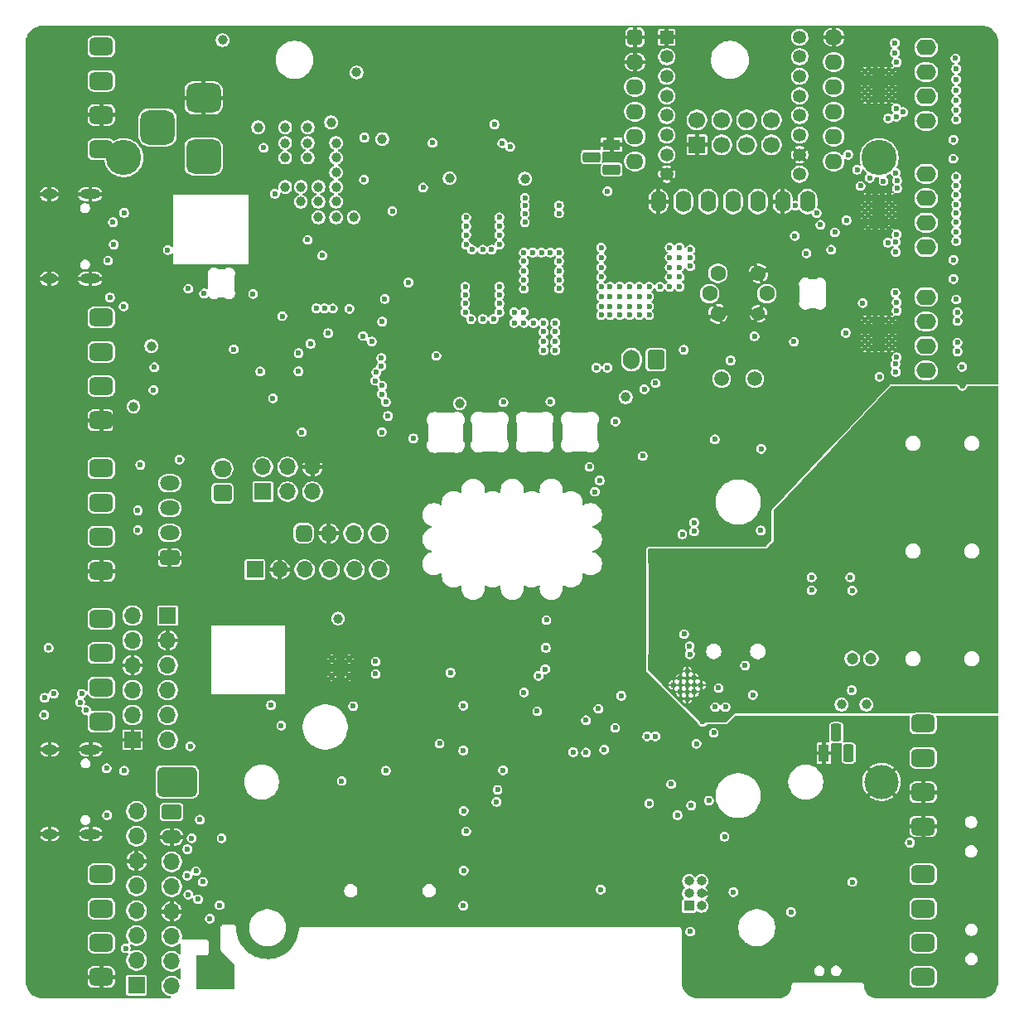
<source format=gbr>
%TF.GenerationSoftware,KiCad,Pcbnew,9.0.3*%
%TF.CreationDate,2025-08-15T14:55:13+02:00*%
%TF.ProjectId,labathome_pcb,6c616261-7468-46f6-9d65-5f7063622e6b,rev?*%
%TF.SameCoordinates,Original*%
%TF.FileFunction,Copper,L2,Inr*%
%TF.FilePolarity,Positive*%
%FSLAX46Y46*%
G04 Gerber Fmt 4.6, Leading zero omitted, Abs format (unit mm)*
G04 Created by KiCad (PCBNEW 9.0.3) date 2025-08-15 14:55:13*
%MOMM*%
%LPD*%
G01*
G04 APERTURE LIST*
G04 Aperture macros list*
%AMRoundRect*
0 Rectangle with rounded corners*
0 $1 Rounding radius*
0 $2 $3 $4 $5 $6 $7 $8 $9 X,Y pos of 4 corners*
0 Add a 4 corners polygon primitive as box body*
4,1,4,$2,$3,$4,$5,$6,$7,$8,$9,$2,$3,0*
0 Add four circle primitives for the rounded corners*
1,1,$1+$1,$2,$3*
1,1,$1+$1,$4,$5*
1,1,$1+$1,$6,$7*
1,1,$1+$1,$8,$9*
0 Add four rect primitives between the rounded corners*
20,1,$1+$1,$2,$3,$4,$5,0*
20,1,$1+$1,$4,$5,$6,$7,0*
20,1,$1+$1,$6,$7,$8,$9,0*
20,1,$1+$1,$8,$9,$2,$3,0*%
%AMHorizOval*
0 Thick line with rounded ends*
0 $1 width*
0 $2 $3 position (X,Y) of the first rounded end (center of the circle)*
0 $4 $5 position (X,Y) of the second rounded end (center of the circle)*
0 Add line between two ends*
20,1,$1,$2,$3,$4,$5,0*
0 Add two circle primitives to create the rounded ends*
1,1,$1,$2,$3*
1,1,$1,$4,$5*%
G04 Aperture macros list end*
%TA.AperFunction,ComponentPad*%
%ADD10R,1.700000X1.700000*%
%TD*%
%TA.AperFunction,ComponentPad*%
%ADD11O,1.700000X1.700000*%
%TD*%
%TA.AperFunction,ComponentPad*%
%ADD12O,2.000000X1.600000*%
%TD*%
%TA.AperFunction,ComponentPad*%
%ADD13RoundRect,0.750000X-1.000000X0.750000X-1.000000X-0.750000X1.000000X-0.750000X1.000000X0.750000X0*%
%TD*%
%TA.AperFunction,ComponentPad*%
%ADD14RoundRect,0.750000X-1.000000X1.000000X-1.000000X-1.000000X1.000000X-1.000000X1.000000X1.000000X0*%
%TD*%
%TA.AperFunction,ComponentPad*%
%ADD15RoundRect,0.875000X-0.875000X0.875000X-0.875000X-0.875000X0.875000X-0.875000X0.875000X0.875000X0*%
%TD*%
%TA.AperFunction,ComponentPad*%
%ADD16RoundRect,0.450000X-0.750000X0.450000X-0.750000X-0.450000X0.750000X-0.450000X0.750000X0.450000X0*%
%TD*%
%TA.AperFunction,ComponentPad*%
%ADD17C,1.500000*%
%TD*%
%TA.AperFunction,ComponentPad*%
%ADD18R,1.100000X1.800000*%
%TD*%
%TA.AperFunction,ComponentPad*%
%ADD19RoundRect,0.275000X-0.275000X-0.625000X0.275000X-0.625000X0.275000X0.625000X-0.275000X0.625000X0*%
%TD*%
%TA.AperFunction,ComponentPad*%
%ADD20RoundRect,0.450000X0.750000X-0.450000X0.750000X0.450000X-0.750000X0.450000X-0.750000X-0.450000X0*%
%TD*%
%TA.AperFunction,ComponentPad*%
%ADD21RoundRect,0.400000X-0.400000X-0.400000X0.400000X-0.400000X0.400000X0.400000X-0.400000X0.400000X0*%
%TD*%
%TA.AperFunction,ComponentPad*%
%ADD22O,1.800000X1.600000*%
%TD*%
%TA.AperFunction,ComponentPad*%
%ADD23RoundRect,0.208333X-0.791667X-0.541667X0.791667X-0.541667X0.791667X0.541667X-0.791667X0.541667X0*%
%TD*%
%TA.AperFunction,ComponentPad*%
%ADD24O,2.000000X1.400000*%
%TD*%
%TA.AperFunction,ComponentPad*%
%ADD25RoundRect,0.258929X0.741071X0.466071X-0.741071X0.466071X-0.741071X-0.466071X0.741071X-0.466071X0*%
%TD*%
%TA.AperFunction,ComponentPad*%
%ADD26O,2.000000X1.450000*%
%TD*%
%TA.AperFunction,ComponentPad*%
%ADD27O,1.600000X2.200000*%
%TD*%
%TA.AperFunction,ComponentPad*%
%ADD28C,1.700000*%
%TD*%
%TA.AperFunction,ComponentPad*%
%ADD29R,1.350000X1.350000*%
%TD*%
%TA.AperFunction,ComponentPad*%
%ADD30C,1.350000*%
%TD*%
%TA.AperFunction,ComponentPad*%
%ADD31C,1.200000*%
%TD*%
%TA.AperFunction,ComponentPad*%
%ADD32RoundRect,0.250000X0.675000X-0.600000X0.675000X0.600000X-0.675000X0.600000X-0.675000X-0.600000X0*%
%TD*%
%TA.AperFunction,ComponentPad*%
%ADD33O,1.850000X1.700000*%
%TD*%
%TA.AperFunction,ComponentPad*%
%ADD34RoundRect,0.500000X0.350000X-0.350000X0.350000X0.350000X-0.350000X0.350000X-0.350000X-0.350000X0*%
%TD*%
%TA.AperFunction,ComponentPad*%
%ADD35HorizOval,1.400000X0.000000X0.000000X0.000000X0.000000X0*%
%TD*%
%TA.AperFunction,ComponentPad*%
%ADD36C,1.600000*%
%TD*%
%TA.AperFunction,ComponentPad*%
%ADD37C,3.600000*%
%TD*%
%TA.AperFunction,ComponentPad*%
%ADD38C,1.000000*%
%TD*%
%TA.AperFunction,HeatsinkPad*%
%ADD39C,0.600000*%
%TD*%
%TA.AperFunction,HeatsinkPad*%
%ADD40C,0.500000*%
%TD*%
%TA.AperFunction,ComponentPad*%
%ADD41O,1.600000X1.000000*%
%TD*%
%TA.AperFunction,ComponentPad*%
%ADD42O,2.100000X1.000000*%
%TD*%
%TA.AperFunction,ComponentPad*%
%ADD43R,1.000000X1.000000*%
%TD*%
%TA.AperFunction,ComponentPad*%
%ADD44O,1.000000X1.000000*%
%TD*%
%TA.AperFunction,ComponentPad*%
%ADD45RoundRect,0.250000X0.600000X0.750000X-0.600000X0.750000X-0.600000X-0.750000X0.600000X-0.750000X0*%
%TD*%
%TA.AperFunction,ComponentPad*%
%ADD46O,1.700000X2.000000*%
%TD*%
%TA.AperFunction,ComponentPad*%
%ADD47RoundRect,0.428571X-1.571429X-1.071429X1.571429X-1.071429X1.571429X1.071429X-1.571429X1.071429X0*%
%TD*%
%TA.AperFunction,ComponentPad*%
%ADD48C,3.500000*%
%TD*%
%TA.AperFunction,ComponentPad*%
%ADD49R,1.800000X1.100000*%
%TD*%
%TA.AperFunction,ComponentPad*%
%ADD50RoundRect,0.275000X-0.625000X0.275000X-0.625000X-0.275000X0.625000X-0.275000X0.625000X0.275000X0*%
%TD*%
%TA.AperFunction,ViaPad*%
%ADD51C,0.600000*%
%TD*%
%TA.AperFunction,ViaPad*%
%ADD52C,1.000000*%
%TD*%
%TA.AperFunction,Conductor*%
%ADD53C,0.300000*%
%TD*%
G04 APERTURE END LIST*
D10*
%TO.N,unconnected-(J12-Pin_1-Pad1)*%
%TO.C,J12*%
X111600000Y-148380000D03*
D11*
%TO.N,I2C_IRQ*%
X111600000Y-145840000D03*
%TO.N,SDA*%
X111600000Y-143300000D03*
%TO.N,SCL*%
X111600000Y-140760000D03*
%TO.N,+3V3*%
X111600000Y-138220000D03*
%TO.N,GND*%
X111600000Y-135680000D03*
%TO.N,unconnected-(J12-Pin_7-Pad7)*%
X111600000Y-133140000D03*
%TO.N,unconnected-(J12-Pin_8-Pad8)*%
X111600000Y-130600000D03*
%TD*%
D10*
%TO.N,+3V3*%
%TO.C,J10*%
X114800000Y-110600000D03*
D11*
%TO.N,GND*%
X114800000Y-113140000D03*
%TO.N,SCL*%
X114800000Y-115680000D03*
%TO.N,SDA*%
X114800000Y-118220000D03*
%TO.N,unconnected-(J10-Pin_5-Pad5)*%
X114800000Y-120760000D03*
%TO.N,unconnected-(J10-Pin_6-Pad6)*%
X114800000Y-123300000D03*
%TD*%
D12*
%TO.N,Net-(J30-Pin_1)*%
%TO.C,J30*%
X192300000Y-72950000D03*
%TO.N,Net-(J30-Pin_2)*%
X192300000Y-70450000D03*
%TO.N,Net-(J30-Pin_3)*%
X192300000Y-67950000D03*
%TO.N,Net-(J30-Pin_4)*%
X192300000Y-65450000D03*
%TD*%
D13*
%TO.N,GND*%
%TO.C,J9*%
X118457500Y-57700000D03*
D14*
%TO.N,5-24V*%
X118457500Y-63700000D03*
D15*
%TO.N,unconnected-(J9-Pad3)*%
X113757500Y-60700000D03*
%TD*%
D16*
%TO.N,DAC0*%
%TO.C,J27*%
X108005000Y-110950000D03*
%TO.N,DAC1x*%
X108005000Y-114450000D03*
%TO.N,ADC0_U1T*%
X108005000Y-117950000D03*
%TO.N,ADC1_U1R*%
X108005000Y-121450000D03*
%TD*%
D17*
%TO.N,+3V3*%
%TO.C,R32*%
X174800000Y-86400000D03*
%TO.N,BRIGHTNESS*%
X171400000Y-86400000D03*
%TD*%
D18*
%TO.N,GND*%
%TO.C,U13*%
X181850000Y-124650000D03*
D19*
%TO.N,1wire*%
X183120000Y-122580000D03*
%TO.N,+3V3*%
X184390000Y-124650000D03*
%TD*%
D20*
%TO.N,CANH*%
%TO.C,J15*%
X192000000Y-147550000D03*
%TO.N,CANL*%
X192000000Y-144050000D03*
%TO.N,RS485B*%
X192000000Y-140550000D03*
%TO.N,RS485A*%
X192000000Y-137050000D03*
%TD*%
D10*
%TO.N,+3V3*%
%TO.C,J26*%
X124520000Y-97940000D03*
D11*
%TO.N,OPAMP3+*%
X124520000Y-95400000D03*
%TO.N,OPAMP3-*%
X127060000Y-97940000D03*
%TO.N,PB12*%
X127060000Y-95400000D03*
%TO.N,OPAMP3Q*%
X129600000Y-97940000D03*
%TO.N,GND*%
X129600000Y-95400000D03*
%TD*%
D16*
%TO.N,SCL*%
%TO.C,J2*%
X108005000Y-137050000D03*
%TO.N,SDA*%
X108005000Y-140550000D03*
%TO.N,+3V3*%
X108005000Y-144050000D03*
%TO.N,GND*%
X108005000Y-147550000D03*
%TD*%
%TO.N,Net-(J1-Pin_1)*%
%TO.C,J1*%
X108005000Y-95550000D03*
%TO.N,Net-(J1-Pin_2)*%
X108005000Y-99050000D03*
%TO.N,Net-(J1-Pin_3)*%
X108005000Y-102550000D03*
%TO.N,GND*%
X108005000Y-106050000D03*
%TD*%
D21*
%TO.N,GND*%
%TO.C,M1*%
X162540000Y-51500000D03*
D22*
X162540000Y-54040000D03*
%TO.N,EXT_MOSI*%
X162540000Y-56580000D03*
%TO.N,EXT_CLK*%
X162540000Y-59120000D03*
%TO.N,EXT_CS*%
X162540000Y-61660000D03*
%TO.N,EXT_IO1*%
X162540000Y-64200000D03*
%TO.N,EXT_MISO*%
X182860000Y-64200000D03*
%TO.N,EXT_IO2*%
X182860000Y-61660000D03*
%TO.N,unconnected-(M1-NC-Pad9)*%
X182860000Y-59120000D03*
%TO.N,+3V3*%
X182860000Y-56580000D03*
X182860000Y-54040000D03*
%TO.N,GND*%
X182860000Y-51500000D03*
%TD*%
D12*
%TO.N,Net-(J24-Pin_1)*%
%TO.C,J24*%
X192300000Y-60050000D03*
%TO.N,Net-(J24-Pin_2)*%
X192300000Y-57550000D03*
%TO.N,Net-(J24-Pin_3)*%
X192300000Y-55050000D03*
%TO.N,Net-(J24-Pin_4)*%
X192300000Y-52550000D03*
%TD*%
D10*
%TO.N,GND*%
%TO.C,J19*%
X111200000Y-123300000D03*
D11*
%TO.N,SDA*%
X111200000Y-120760000D03*
%TO.N,SCL*%
X111200000Y-118220000D03*
%TO.N,GND*%
X111200000Y-115680000D03*
%TO.N,+3V3*%
X111200000Y-113140000D03*
%TO.N,unconnected-(J19-Pin_6-Pad6)*%
X111200000Y-110600000D03*
%TD*%
D23*
%TO.N,+3V3*%
%TO.C,J20*%
X115200000Y-130680000D03*
D24*
%TO.N,GND*%
X115200000Y-133220000D03*
D11*
%TO.N,SCL*%
X115200000Y-135760000D03*
%TO.N,SDA*%
X115200000Y-138300000D03*
%TO.N,GND*%
X115200000Y-140840000D03*
%TO.N,I2C_IRQ*%
X115200000Y-143380000D03*
%TO.N,unconnected-(J20-Pin_7-Pad7)*%
X115200000Y-145920000D03*
%TO.N,unconnected-(J20-Pin_8-Pad8)*%
X115200000Y-148460000D03*
%TD*%
D25*
%TO.N,GND*%
%TO.C,J4*%
X115000000Y-104700000D03*
D26*
%TO.N,+3V3*%
X115000000Y-102160000D03*
%TO.N,SCL*%
X115000000Y-99620000D03*
%TO.N,SDA*%
X115000000Y-97080000D03*
%TD*%
D27*
%TO.N,GND*%
%TO.C,X3*%
X164950000Y-68300000D03*
%TO.N,EXT_MOSI*%
X167490000Y-68300000D03*
%TO.N,EXT_MISO*%
X170030000Y-68300000D03*
%TO.N,EXT_IO1*%
X172570000Y-68300000D03*
%TO.N,+3V3*%
X175110000Y-68300000D03*
%TO.N,GND*%
X177650000Y-68300000D03*
%TO.N,EXT_IO2*%
X180190000Y-68300000D03*
%TD*%
D16*
%TO.N,+3V3*%
%TO.C,J22*%
X108005000Y-52450000D03*
%TO.N,+5V*%
X108005000Y-55950000D03*
%TO.N,GND*%
X108005000Y-59450000D03*
%TO.N,5-24V*%
X108005000Y-62950000D03*
%TD*%
D10*
%TO.N,GND*%
%TO.C,U15*%
X168875000Y-62489500D03*
D28*
%TO.N,+3V3*%
X168875000Y-59949500D03*
%TO.N,EXT_IO1*%
X171415000Y-62489500D03*
%TO.N,EXT_CS*%
X171415000Y-59949500D03*
%TO.N,EXT_CLK*%
X173955000Y-62489500D03*
%TO.N,EXT_MOSI*%
X173955000Y-59949500D03*
%TO.N,EXT_MISO*%
X176495000Y-62489500D03*
%TO.N,EXT_IO2*%
X176495000Y-59949500D03*
%TD*%
D29*
%TO.N,GND*%
%TO.C,U6*%
X165792500Y-51492500D03*
D30*
%TO.N,EXT_MISO*%
X165792500Y-53492500D03*
%TO.N,EXT_MOSI*%
X165792500Y-55492500D03*
%TO.N,EXT_CLK*%
X165792500Y-57492500D03*
%TO.N,EXT_CS*%
X165792500Y-59492500D03*
%TO.N,unconnected-(U6-RESET-Pad6)*%
X165792500Y-61492500D03*
%TO.N,unconnected-(U6-DIO5-Pad7)*%
X165792500Y-63492500D03*
%TO.N,GND*%
X165792500Y-65492500D03*
%TO.N,unconnected-(U6-ANT-Pad9)*%
X179392500Y-65492500D03*
%TO.N,GND*%
X179392500Y-63492500D03*
%TO.N,unconnected-(U6-DIO3-Pad11)*%
X179392500Y-61492500D03*
%TO.N,unconnected-(U6-DIO4-Pad12)*%
X179392500Y-59492500D03*
%TO.N,+3V3*%
X179392500Y-57492500D03*
%TO.N,EXT_IO1*%
X179392500Y-55492500D03*
%TO.N,EXT_IO2*%
X179392500Y-53492500D03*
%TO.N,unconnected-(U6-DIO2-Pad16)*%
X179392500Y-51492500D03*
%TD*%
D12*
%TO.N,Net-(J31-Pin_1)*%
%TO.C,J31*%
X192300000Y-85550000D03*
%TO.N,Net-(J31-Pin_2)*%
X192300000Y-83050000D03*
%TO.N,Net-(J31-Pin_3)*%
X192300000Y-80550000D03*
%TO.N,Net-(J31-Pin_4)*%
X192300000Y-78050000D03*
%TD*%
D31*
%TO.N,Net-(MK1--)*%
%TO.C,MK1*%
X186650000Y-115000000D03*
%TO.N,Net-(MK1-+)*%
X184750000Y-115000000D03*
%TD*%
D10*
%TO.N,+3V3*%
%TO.C,J23*%
X123700000Y-105900000D03*
D11*
%TO.N,GND*%
X126240000Y-105900000D03*
%TO.N,SCL*%
X128780000Y-105900000D03*
%TO.N,SDA*%
X131320000Y-105900000D03*
%TO.N,I2C_IRQ*%
X133860000Y-105900000D03*
%TO.N,unconnected-(J23-Pin_6-Pad6)*%
X136400000Y-105900000D03*
%TD*%
D32*
%TO.N,ADC1_U1R*%
%TO.C,J18*%
X120400000Y-98100000D03*
D33*
%TO.N,5-24V*%
X120400000Y-95600000D03*
%TO.N,GND*%
X120400000Y-93100000D03*
%TD*%
D34*
%TO.N,+3V3*%
%TO.C,J8*%
X128700000Y-102200000D03*
D11*
%TO.N,GND*%
X131240000Y-102200000D03*
%TO.N,Net-(D17-DOUT)*%
X133780000Y-102200000D03*
%TO.N,+5V*%
X136320000Y-102200000D03*
%TD*%
D20*
%TO.N,GND*%
%TO.C,J21*%
X192000000Y-132150000D03*
X192000000Y-128650000D03*
%TO.N,+3V3*%
X192000000Y-125150000D03*
%TO.N,1wire*%
X192000000Y-121650000D03*
%TD*%
D35*
%TO.N,GND*%
%TO.C,U22*%
X175165869Y-79767990D03*
D36*
%TO.N,Net-(U22-OEN)*%
X176023080Y-77698500D03*
%TO.N,GND*%
X175167990Y-75634131D03*
%TO.N,+3V3*%
X171034131Y-75632010D03*
%TO.N,MOVE*%
X170176920Y-77701500D03*
%TO.N,GND*%
X171032010Y-79765869D03*
%TD*%
D16*
%TO.N,Net-(J28-Pin_1)*%
%TO.C,J28*%
X108005000Y-80150000D03*
%TO.N,Net-(J28-Pin_2)*%
X108005000Y-83650000D03*
%TO.N,Net-(J28-Pin_3)*%
X108005000Y-87150000D03*
%TO.N,GND*%
X108005000Y-90650000D03*
%TD*%
D37*
%TO.N,5-24V*%
%TO.C,R33*%
X110300000Y-63800000D03*
%TO.N,HEATER_SW*%
X187500000Y-63800000D03*
%TD*%
D38*
%TO.N,Net-(U10-RLIN{slash}GPIO3)*%
%TO.C,TP6*%
X183655000Y-119685000D03*
%TD*%
D39*
%TO.N,GND*%
%TO.C,U3*%
X116600000Y-84500000D03*
X116600000Y-86100000D03*
X116600000Y-87700000D03*
X116600000Y-89300000D03*
X118850000Y-84500000D03*
X118850000Y-86100000D03*
X118850000Y-87700000D03*
X118850000Y-89300000D03*
%TD*%
D40*
%TO.N,GND*%
%TO.C,U2*%
X133350000Y-116825000D03*
X133350000Y-115025000D03*
X131550000Y-116825000D03*
X131550000Y-115025000D03*
%TD*%
D41*
%TO.N,GND*%
%TO.C,J13*%
X102700000Y-76170000D03*
D42*
X106880000Y-76170000D03*
D41*
X102700000Y-67530000D03*
D42*
X106880000Y-67530000D03*
%TD*%
D39*
%TO.N,GNDA*%
%TO.C,U10*%
X167900000Y-119114214D03*
X168607107Y-118407107D03*
X169314214Y-117700000D03*
X167192893Y-118407107D03*
X167900000Y-117700000D03*
X168607107Y-116992893D03*
X166485786Y-117700000D03*
X167192893Y-116992893D03*
X167900000Y-116285786D03*
%TD*%
D40*
%TO.N,GND*%
%TO.C,U19*%
X186050000Y-70700000D03*
X186750000Y-70700000D03*
X187450000Y-70700000D03*
X188150000Y-70700000D03*
X188850000Y-70700000D03*
X186050000Y-70000000D03*
X186750000Y-70000000D03*
X187450000Y-70000000D03*
X188150000Y-70000000D03*
X188850000Y-70000000D03*
X186050000Y-69300000D03*
X186750000Y-69300000D03*
X187450000Y-69300000D03*
X188150000Y-69300000D03*
X188850000Y-69300000D03*
X186050000Y-68600000D03*
X186750000Y-68600000D03*
X187450000Y-68600000D03*
X188150000Y-68600000D03*
X188850000Y-68600000D03*
X186050000Y-67900000D03*
X186750000Y-67900000D03*
X187450000Y-67900000D03*
X188150000Y-67900000D03*
X188850000Y-67900000D03*
%TD*%
%TO.N,GND*%
%TO.C,U20*%
X186050000Y-83200000D03*
X186750000Y-83200000D03*
X187450000Y-83200000D03*
X188150000Y-83200000D03*
X188850000Y-83200000D03*
X186050000Y-82500000D03*
X186750000Y-82500000D03*
X187450000Y-82500000D03*
X188150000Y-82500000D03*
X188850000Y-82500000D03*
X186050000Y-81800000D03*
X186750000Y-81800000D03*
X187450000Y-81800000D03*
X188150000Y-81800000D03*
X188850000Y-81800000D03*
X186050000Y-81100000D03*
X186750000Y-81100000D03*
X187450000Y-81100000D03*
X188150000Y-81100000D03*
X188850000Y-81100000D03*
X186050000Y-80400000D03*
X186750000Y-80400000D03*
X187450000Y-80400000D03*
X188150000Y-80400000D03*
X188850000Y-80400000D03*
%TD*%
D43*
%TO.N,PROG_EN*%
%TO.C,J6*%
X168065000Y-140270000D03*
D44*
%TO.N,+3V3*%
X169335000Y-140270000D03*
%TO.N,PROG_TX*%
X168065000Y-139000000D03*
%TO.N,GND*%
X169335000Y-139000000D03*
%TO.N,PROG_RX*%
X168065000Y-137730000D03*
%TO.N,BTN_GRN*%
X169335000Y-137730000D03*
%TD*%
D45*
%TO.N,+5V*%
%TO.C,J7*%
X164700000Y-84450000D03*
D46*
%TO.N,Net-(J7-Pin_2)*%
X162200000Y-84450000D03*
%TD*%
D47*
%TO.N,+BATT*%
%TO.C,BT1*%
X115745000Y-127600000D03*
D48*
%TO.N,GND*%
X187745000Y-127600000D03*
%TD*%
D40*
%TO.N,GND*%
%TO.C,U14*%
X186050000Y-57800000D03*
X186750000Y-57800000D03*
X187450000Y-57800000D03*
X188150000Y-57800000D03*
X188850000Y-57800000D03*
X186050000Y-57100000D03*
X186750000Y-57100000D03*
X187450000Y-57100000D03*
X188150000Y-57100000D03*
X188850000Y-57100000D03*
X186050000Y-56400000D03*
X186750000Y-56400000D03*
X187450000Y-56400000D03*
X188150000Y-56400000D03*
X188850000Y-56400000D03*
X186050000Y-55700000D03*
X186750000Y-55700000D03*
X187450000Y-55700000D03*
X188150000Y-55700000D03*
X188850000Y-55700000D03*
X186050000Y-55000000D03*
X186750000Y-55000000D03*
X187450000Y-55000000D03*
X188150000Y-55000000D03*
X188850000Y-55000000D03*
%TD*%
D49*
%TO.N,GND*%
%TO.C,U17*%
X160170000Y-62480000D03*
D50*
%TO.N,1wire*%
X158100000Y-63750000D03*
%TO.N,+3V3*%
X160170000Y-65020000D03*
%TD*%
D41*
%TO.N,GND*%
%TO.C,J5*%
X102742500Y-132920000D03*
D42*
X106922500Y-132920000D03*
D41*
X102742500Y-124280000D03*
D42*
X106922500Y-124280000D03*
%TD*%
D38*
%TO.N,/audioamplifier/JACK_DETECT*%
%TO.C,TP1*%
X186195000Y-119685000D03*
%TD*%
D51*
%TO.N,+BATT*%
X117100000Y-123950000D03*
%TO.N,GND*%
X168000000Y-146900000D03*
X147200000Y-119450000D03*
X105500000Y-128600000D03*
X118600000Y-94700000D03*
X175200000Y-64400000D03*
X127800000Y-133500000D03*
D52*
X131700000Y-55700000D03*
D51*
X125900000Y-80650000D03*
X102750000Y-109750000D03*
X113600000Y-147500000D03*
X139400000Y-100700000D03*
X122050000Y-131200000D03*
X148100000Y-108400000D03*
X110200000Y-79800000D03*
X139900000Y-98200000D03*
X107400000Y-101100000D03*
X115300000Y-75100000D03*
X129330991Y-90776901D03*
X198800000Y-55100000D03*
X198100000Y-56300000D03*
X106300000Y-109800000D03*
X145600000Y-94300000D03*
X167500000Y-142100000D03*
X160800000Y-120200000D03*
X150200000Y-94300000D03*
X115600000Y-83600000D03*
X143000000Y-129200000D03*
X199300000Y-145700000D03*
X198700000Y-66600000D03*
X108900000Y-88800000D03*
X153900000Y-128900000D03*
X121750000Y-64150000D03*
X183300000Y-85300000D03*
X176700000Y-52600000D03*
X189700000Y-62300000D03*
X166000000Y-80400000D03*
X117600000Y-112600000D03*
X190400000Y-142900000D03*
X199000000Y-133300000D03*
X102600000Y-63700000D03*
X111300000Y-81350000D03*
X139450000Y-131450000D03*
X113600000Y-65100000D03*
X143150000Y-111550000D03*
X132600000Y-105000000D03*
X175250000Y-66500000D03*
X182400000Y-136900000D03*
X171600000Y-147000000D03*
X140200000Y-88825000D03*
X194600000Y-140300000D03*
X104100000Y-64700000D03*
X155500000Y-109550000D03*
X168300000Y-80400000D03*
X195550000Y-51900000D03*
X102100000Y-148400000D03*
X145950000Y-110400000D03*
X137200000Y-138650000D03*
X106900000Y-107650000D03*
X166950000Y-133000000D03*
X141900000Y-97200000D03*
X121800000Y-141100000D03*
X160900000Y-137000000D03*
X182800000Y-135600000D03*
X153000000Y-51700000D03*
X198500000Y-71100000D03*
X166650000Y-82900000D03*
X119250000Y-91150000D03*
X128575000Y-87025000D03*
X140900000Y-129750000D03*
X174900000Y-72550000D03*
X187300000Y-149000000D03*
X119250000Y-132950000D03*
X163700000Y-134400000D03*
X132850000Y-75550000D03*
X135100000Y-103000000D03*
X164100000Y-56200000D03*
X119100000Y-86850000D03*
X105100000Y-114575000D03*
X172900000Y-91300000D03*
X117700000Y-83900000D03*
X128050000Y-91000000D03*
X176100000Y-124700000D03*
X167000000Y-57200000D03*
X141500000Y-57500000D03*
X151300000Y-141400000D03*
X164400000Y-103100000D03*
X161900000Y-141600000D03*
X143000000Y-56500000D03*
X150800000Y-137450000D03*
X197100000Y-78400000D03*
X127600000Y-108750000D03*
X110200000Y-129850000D03*
X188400000Y-139000000D03*
D52*
X123250000Y-54500000D03*
D51*
X121350000Y-94000000D03*
X171100000Y-146000000D03*
X190900000Y-130050000D03*
X161800000Y-65600000D03*
X186400000Y-146800000D03*
X116796587Y-142596587D03*
X179800000Y-129900000D03*
X183100000Y-127300000D03*
X188700000Y-147400000D03*
X171500735Y-73049265D03*
X118300000Y-91200000D03*
X112450000Y-68400000D03*
X113600000Y-149400000D03*
X198100000Y-82000000D03*
X115900000Y-81150000D03*
X121500000Y-124300000D03*
X130350000Y-134350000D03*
X113600000Y-140500000D03*
X199400000Y-142200000D03*
X140000000Y-141300000D03*
X137800000Y-110700000D03*
X199400000Y-129900000D03*
X187550000Y-121300000D03*
X147300000Y-112500000D03*
X135700000Y-96700000D03*
X112200000Y-92250000D03*
X182350000Y-133950000D03*
X172400000Y-147900000D03*
X117250000Y-81100000D03*
X143250000Y-139600000D03*
X187200000Y-51900000D03*
X171400000Y-78400000D03*
X104850000Y-100100000D03*
X112800000Y-100950000D03*
X110900000Y-106200000D03*
X196000000Y-87125000D03*
X198000000Y-138700000D03*
X108600000Y-132000000D03*
X121700000Y-101800000D03*
X156000000Y-137400000D03*
X145000000Y-57500000D03*
X143150000Y-113350000D03*
X197112500Y-76175000D03*
X177900000Y-96400000D03*
X158980990Y-89529769D03*
X172900000Y-61000000D03*
X182700000Y-145200000D03*
X104950000Y-135850000D03*
X160850000Y-140400000D03*
X156050000Y-96350000D03*
X108500000Y-112700000D03*
X169000000Y-148500000D03*
X198100000Y-57200000D03*
X125900000Y-96500000D03*
X108800000Y-116250000D03*
X116400000Y-75900000D03*
X131600000Y-87250000D03*
X127400000Y-81775000D03*
X113050000Y-70250000D03*
X177200000Y-64200000D03*
X169500000Y-128400000D03*
X190800000Y-62300000D03*
X161500000Y-89700000D03*
X196600000Y-124300000D03*
X195500000Y-50900000D03*
X113000000Y-102500000D03*
X173050000Y-103200000D03*
X119800000Y-108900000D03*
X169800000Y-126600000D03*
X189500000Y-76400000D03*
X182800000Y-137950000D03*
X151200000Y-131600000D03*
X132275000Y-73900000D03*
X176900000Y-140800000D03*
X152950000Y-112850000D03*
X102300000Y-127500000D03*
X152100000Y-108350000D03*
X130600000Y-89500000D03*
X173200000Y-88500000D03*
X120800000Y-63000000D03*
X159100000Y-52800000D03*
X198500000Y-74300000D03*
X147500000Y-56800000D03*
X120800000Y-64150000D03*
X198100000Y-59500000D03*
X106800000Y-104400000D03*
X114100000Y-52200000D03*
X197800000Y-143900000D03*
X161200000Y-51000000D03*
X104900000Y-125200000D03*
X163700000Y-141800000D03*
X194000000Y-136800000D03*
X126900000Y-110950000D03*
X126200000Y-108900000D03*
X177700000Y-134050000D03*
X103900000Y-97100000D03*
X131300000Y-94600000D03*
X177800000Y-51300000D03*
X102300000Y-129500000D03*
X105800000Y-73200000D03*
X127300000Y-71700000D03*
X133700000Y-121300000D03*
X163700000Y-132700000D03*
X157800000Y-133350000D03*
X178500000Y-137800000D03*
X162100000Y-133100000D03*
X169700000Y-130600000D03*
X109550000Y-122900000D03*
X151000000Y-134500000D03*
X156300000Y-110400000D03*
X173000000Y-95600000D03*
X154800000Y-114000000D03*
X189250000Y-137800000D03*
X111800000Y-74100000D03*
X198100000Y-78800000D03*
X123700000Y-121700000D03*
X184100000Y-128600000D03*
X124300000Y-65100000D03*
X183500000Y-142800000D03*
X118700000Y-83450000D03*
X123800000Y-74050000D03*
X145408751Y-89517458D03*
X148100000Y-119450000D03*
X118400000Y-132950000D03*
X154650000Y-58050000D03*
X105400000Y-87100000D03*
X177700000Y-143300000D03*
X128600000Y-83075000D03*
X181300000Y-90700000D03*
X140675000Y-83580153D03*
X120550000Y-91600000D03*
X111050000Y-80350000D03*
X145450000Y-95900000D03*
X143800000Y-130150000D03*
X182798821Y-68864913D03*
X160400000Y-81400000D03*
X198050000Y-60850000D03*
X111600000Y-66400000D03*
X198500000Y-75800000D03*
X125250000Y-69825000D03*
X105600000Y-70600000D03*
X150950000Y-116600000D03*
X156550000Y-112250000D03*
X101800000Y-69100000D03*
X151000000Y-95000000D03*
X105400000Y-81300000D03*
X197661827Y-86436827D03*
X143850000Y-112450000D03*
X184900000Y-77500000D03*
X177100000Y-144350000D03*
X175600000Y-127600000D03*
X198700000Y-61600000D03*
X194400000Y-149400000D03*
X193825000Y-56400000D03*
X140100000Y-96200000D03*
X198000000Y-147000000D03*
X157400000Y-136050000D03*
X156100000Y-130150000D03*
X182700000Y-68000000D03*
X178300000Y-90700000D03*
X149550000Y-119150000D03*
X108550000Y-75400000D03*
X134300000Y-82900000D03*
X121850000Y-65100000D03*
X188500000Y-76400000D03*
X164500000Y-101000000D03*
X137500000Y-91300000D03*
X136700000Y-98300000D03*
X103500000Y-69500000D03*
X138600000Y-79725000D03*
X138700000Y-57500000D03*
X146220000Y-119445325D03*
X165900000Y-102900000D03*
X178300000Y-121500000D03*
X118500000Y-106950000D03*
X128100000Y-123100000D03*
X197112500Y-66100000D03*
X182400000Y-129700000D03*
X133225000Y-90350000D03*
X195600000Y-126900000D03*
X115300000Y-76800000D03*
X161300000Y-124900000D03*
X139625000Y-126500000D03*
X166000000Y-98100000D03*
X112800000Y-73100000D03*
X142550000Y-137100000D03*
X177100000Y-149300000D03*
X198800000Y-53100000D03*
X164700000Y-82600000D03*
X158400000Y-57700000D03*
X174100000Y-65800000D03*
X148650000Y-110350000D03*
X129600000Y-86300000D03*
X103500000Y-87100000D03*
X108050000Y-65250000D03*
X160550000Y-56550000D03*
X168300000Y-81900000D03*
X116800000Y-67200000D03*
X160150000Y-134900000D03*
X169300000Y-81200000D03*
X104300000Y-146700000D03*
X101900000Y-74400000D03*
X166000000Y-81900000D03*
X198700000Y-63000000D03*
X102500000Y-91400000D03*
X197112500Y-61925000D03*
X189600000Y-136050000D03*
X152100000Y-109650000D03*
X198100000Y-80000000D03*
X128000000Y-122100000D03*
X139900000Y-104700000D03*
X155000000Y-94200000D03*
X192000000Y-149200000D03*
X184000000Y-55525000D03*
X168600000Y-88800000D03*
X159300000Y-141400000D03*
X157500000Y-96850000D03*
X134000000Y-83800000D03*
X106500000Y-88800000D03*
X136475000Y-89300000D03*
X173300000Y-132900000D03*
X117650000Y-85300000D03*
X159800000Y-59900000D03*
X106000000Y-149000000D03*
X136700000Y-109800000D03*
X139300000Y-103500000D03*
X152400000Y-96400000D03*
X183600000Y-90700000D03*
X176800000Y-132900000D03*
X180900000Y-54150000D03*
X103200000Y-92900000D03*
X115600000Y-67200000D03*
X130000000Y-108300000D03*
X109850000Y-81150000D03*
X189200000Y-123400000D03*
X116800000Y-65800000D03*
X148650000Y-96350000D03*
X112450000Y-66850000D03*
X134350000Y-90100000D03*
X132550000Y-84450000D03*
X136300000Y-95100000D03*
X105500000Y-116900000D03*
X197112500Y-69625000D03*
X199300000Y-124000000D03*
X117100000Y-75200000D03*
X101600000Y-143000000D03*
X153200000Y-136900000D03*
X141600000Y-130450000D03*
X173200000Y-121800000D03*
X120850000Y-81900000D03*
X113000000Y-105000000D03*
X163400000Y-136200000D03*
X118400000Y-92700000D03*
X104600000Y-109200000D03*
X107900000Y-135300000D03*
X190800000Y-63400000D03*
X151000000Y-112750000D03*
X100800000Y-141600000D03*
X149450000Y-117650000D03*
X149600000Y-133100000D03*
X122900000Y-88950000D03*
X194600000Y-121700000D03*
X126900000Y-109450000D03*
X122800000Y-85450000D03*
X188700000Y-50950000D03*
X123050000Y-86250000D03*
X104200000Y-127800000D03*
X128300000Y-88200000D03*
X121520000Y-91110000D03*
X113700000Y-73100000D03*
X113700000Y-145400000D03*
X116300000Y-95900000D03*
X169500000Y-64300000D03*
X102500000Y-94600000D03*
X177300000Y-137300000D03*
X109600000Y-116650000D03*
X198100000Y-83200000D03*
X126700000Y-80800000D03*
X160300000Y-133100000D03*
X103400000Y-110800000D03*
X150000000Y-129800000D03*
X103800000Y-145200000D03*
X108600000Y-139000000D03*
X163100000Y-131050000D03*
X103900000Y-141850000D03*
X170400000Y-65700000D03*
X133400000Y-130050000D03*
X185130000Y-79400000D03*
X102850000Y-82950000D03*
X192750000Y-145800000D03*
X167000000Y-123300000D03*
X148700000Y-112800000D03*
X182400000Y-76300000D03*
X122938819Y-82250000D03*
X176400000Y-64900000D03*
X171600000Y-140800000D03*
X151100000Y-135950000D03*
X109000000Y-149100000D03*
X134800000Y-141300000D03*
X164100000Y-53600000D03*
X152900000Y-142000000D03*
X102400000Y-131200000D03*
X145100000Y-52400000D03*
X106400000Y-106450000D03*
X167200000Y-91800000D03*
X115750000Y-57000000D03*
X122000000Y-96400000D03*
X187100000Y-78450000D03*
X137400000Y-56300000D03*
X117300000Y-91200000D03*
X144050000Y-126450000D03*
X181400000Y-132100000D03*
X166400000Y-142100000D03*
X174200000Y-149100000D03*
X115600000Y-82200000D03*
X198700000Y-65400000D03*
X198400000Y-77500000D03*
X116800000Y-82200000D03*
X109400000Y-123700000D03*
X115600000Y-82900000D03*
X191100000Y-123300000D03*
X170850000Y-88700000D03*
X138800000Y-108200000D03*
X168500000Y-99500000D03*
X102800000Y-102500000D03*
X110200000Y-146700000D03*
X118000000Y-143000000D03*
X177000000Y-123900000D03*
X175850000Y-90150000D03*
X105900000Y-79600000D03*
X107300000Y-138800000D03*
X117000000Y-98700000D03*
X144050000Y-140900000D03*
X140050000Y-62050000D03*
X121750000Y-63000000D03*
X162800000Y-65800000D03*
X148400000Y-51800000D03*
X156000000Y-119900000D03*
X103700000Y-88800000D03*
X161900000Y-134600000D03*
X116150000Y-86900000D03*
X175600000Y-122561000D03*
X167600000Y-145300000D03*
X105700000Y-138750000D03*
X151900000Y-128100000D03*
X101600000Y-137900000D03*
X174600000Y-133300000D03*
X113650000Y-95710000D03*
X116200000Y-66500000D03*
X195800000Y-138700000D03*
X196900000Y-138700000D03*
X168850000Y-91450000D03*
X135700000Y-88200000D03*
X160200000Y-125000000D03*
X130104117Y-82294174D03*
X198700000Y-67400000D03*
X105500000Y-83400000D03*
X104200000Y-116100000D03*
X128400000Y-129100000D03*
X124600000Y-67400000D03*
X140800000Y-93200000D03*
X117700000Y-86900000D03*
X180850000Y-79450000D03*
X179800000Y-94300000D03*
X131300000Y-86000000D03*
X131800000Y-88900000D03*
X184150000Y-57200000D03*
X142400000Y-131200000D03*
X192100000Y-134900000D03*
X161200000Y-129450000D03*
X181600000Y-88200000D03*
X126850000Y-126400000D03*
X167100000Y-81200000D03*
X187200000Y-53058884D03*
X127550000Y-111700000D03*
X128500000Y-140900000D03*
X156900000Y-129000000D03*
X121400000Y-81100000D03*
X141500000Y-52800000D03*
X189400000Y-142200000D03*
X177000000Y-84900000D03*
X197112500Y-81200000D03*
X187800000Y-77300000D03*
X169500000Y-145800000D03*
X150800000Y-127100000D03*
X188700000Y-144700000D03*
X148900000Y-141900000D03*
X139000000Y-93300000D03*
X198100000Y-58400000D03*
X119150000Y-85250000D03*
X162700000Y-113800000D03*
X102500000Y-145000000D03*
X155300000Y-141900000D03*
X161300000Y-131000000D03*
X115200000Y-80100000D03*
X140300000Y-129100000D03*
X165000000Y-141800000D03*
X119600000Y-85950000D03*
X119700000Y-124200000D03*
X194700000Y-143100000D03*
X184200000Y-140900000D03*
X194100000Y-147700000D03*
X149200000Y-116600000D03*
X180300000Y-85000000D03*
X178500000Y-88200000D03*
X102200000Y-140900000D03*
X112200000Y-65200000D03*
X113200000Y-106600000D03*
X197400000Y-50900000D03*
X116550000Y-108850000D03*
X127700000Y-132000000D03*
X172900000Y-123200000D03*
X111200000Y-93900000D03*
X105350000Y-122050000D03*
X108700000Y-68600000D03*
X159100000Y-129700000D03*
X197112500Y-68600000D03*
X181150000Y-145350000D03*
X115600000Y-65800000D03*
X167500000Y-58400000D03*
X198900000Y-60300000D03*
X110600000Y-52200000D03*
X110400000Y-83400000D03*
X132100000Y-130600000D03*
X134050000Y-84900000D03*
X108400000Y-107700000D03*
X123800000Y-75200000D03*
X181500000Y-121500000D03*
X157600000Y-130000000D03*
X139800000Y-106500000D03*
X116200000Y-85300000D03*
X197112500Y-59650000D03*
X117750000Y-82900000D03*
X193600000Y-50600000D03*
X108400000Y-93400000D03*
X127600000Y-110250000D03*
X164500000Y-62000000D03*
X160200000Y-116000000D03*
X167200000Y-51200000D03*
X102150000Y-88400000D03*
X122100000Y-92600000D03*
X118600000Y-104200000D03*
X125150000Y-65100000D03*
X146750000Y-118800000D03*
X197800000Y-122200000D03*
X160600000Y-84500000D03*
X152850000Y-130000000D03*
X101000000Y-146800000D03*
X118900000Y-81100000D03*
X198700000Y-64100000D03*
X137200000Y-134000000D03*
X198100000Y-84300000D03*
X185000000Y-73200000D03*
X116650000Y-83550000D03*
X131000000Y-139600000D03*
X104900000Y-148100000D03*
X118000000Y-145600000D03*
X141200000Y-107850000D03*
X108000000Y-142300000D03*
X139211464Y-75218283D03*
X124600000Y-124100000D03*
X105100000Y-89800000D03*
X180800000Y-92800000D03*
X136000000Y-52400000D03*
X110800000Y-82500000D03*
X199400000Y-135900000D03*
X198100000Y-54100000D03*
X178600000Y-131400000D03*
X168700000Y-57200000D03*
X178600000Y-123300000D03*
X104350000Y-121650000D03*
X158100000Y-61850000D03*
X164200000Y-58900000D03*
X131250000Y-127250000D03*
X197112500Y-63900000D03*
X178200000Y-93000000D03*
X173100000Y-141100000D03*
X114300000Y-92700000D03*
X111800000Y-73100000D03*
X194900000Y-124000000D03*
X110000000Y-119500000D03*
X107200000Y-61200000D03*
X116200000Y-92700000D03*
X138400000Y-90900000D03*
X101400000Y-51700000D03*
X193050000Y-69200000D03*
X170400000Y-58400000D03*
X106300000Y-143700000D03*
X139800000Y-87000000D03*
X156900000Y-108150000D03*
X147050000Y-118000000D03*
X125200000Y-80100000D03*
X183000000Y-80500000D03*
X198700000Y-51100000D03*
X146550000Y-141900000D03*
X173000000Y-125800000D03*
X187800000Y-133600000D03*
X123500000Y-65100000D03*
X141500000Y-110950000D03*
X103600000Y-74500000D03*
X188100000Y-50700000D03*
X105000000Y-96100000D03*
X139900000Y-56200000D03*
X198600000Y-69100000D03*
X164900000Y-81200000D03*
X130500000Y-87500000D03*
X109100000Y-76900000D03*
X158700000Y-131800000D03*
X192500000Y-138700000D03*
X122250000Y-81450000D03*
X149882544Y-89517458D03*
X135700000Y-121100000D03*
X168000000Y-65300000D03*
X120200000Y-147200000D03*
X112150000Y-70300000D03*
X158600000Y-117400000D03*
X121500000Y-103000000D03*
X199400000Y-86300000D03*
X107000000Y-93950000D03*
X130400000Y-109700000D03*
X185600000Y-51800000D03*
X100600000Y-136600000D03*
X147600000Y-109600000D03*
D52*
X163250000Y-82750000D03*
D51*
X162200000Y-115700000D03*
X171000000Y-63900000D03*
X187200000Y-76425000D03*
X198100000Y-81100000D03*
X102600000Y-97800000D03*
X154650000Y-130500000D03*
X164900000Y-64400000D03*
X112800000Y-71500000D03*
X194000000Y-127000000D03*
X169600000Y-53200000D03*
X197112500Y-72125000D03*
X158050000Y-134750000D03*
X189150000Y-133600000D03*
X115300000Y-75900000D03*
X138200000Y-129950000D03*
X121300000Y-106600000D03*
X104400000Y-92200000D03*
X154445735Y-89545735D03*
X121900000Y-99200000D03*
X104300000Y-143700000D03*
X163200000Y-140500000D03*
X125700000Y-91800000D03*
X135800000Y-131200000D03*
X180200000Y-72500000D03*
X181200000Y-51400000D03*
X132600000Y-133500000D03*
X126200000Y-110600000D03*
X111500000Y-68900000D03*
X181500000Y-82600000D03*
X162000000Y-119700000D03*
X106300000Y-91300000D03*
X186550000Y-145250000D03*
X116700000Y-102300000D03*
X199200000Y-127200000D03*
X119700000Y-99700000D03*
X197112500Y-74200000D03*
X121950000Y-85300000D03*
X122650000Y-65100000D03*
X105500000Y-139700000D03*
X185100000Y-53900000D03*
X182300000Y-147600000D03*
X103500000Y-125500000D03*
X195800000Y-127700000D03*
X169350000Y-133000000D03*
X132275000Y-72425000D03*
X139100000Y-124050000D03*
X169500000Y-96100000D03*
X198000000Y-127700000D03*
X163800000Y-120300000D03*
X148900000Y-57600000D03*
X137650000Y-109800000D03*
X167500000Y-95200000D03*
X184300000Y-88300000D03*
X158700000Y-137200000D03*
X198400000Y-72200000D03*
D52*
%TO.N,+3V3*%
X128400000Y-68300000D03*
D51*
X136712500Y-80550000D03*
X145000000Y-140250000D03*
X172600000Y-138850000D03*
X137100000Y-126450000D03*
X178500000Y-140900000D03*
D52*
X132000000Y-69900000D03*
D51*
X184168811Y-70208266D03*
X135657307Y-82600000D03*
D52*
X128400000Y-66800000D03*
X132000000Y-66800000D03*
X132000000Y-62300000D03*
D51*
X184772500Y-137822500D03*
X173800000Y-115700000D03*
X184700000Y-118235000D03*
X128500000Y-91850000D03*
X185825000Y-78650000D03*
D52*
X126800000Y-63800000D03*
D51*
X175400000Y-101900000D03*
D52*
X126800000Y-62300000D03*
D51*
X120300000Y-133350000D03*
X145050000Y-130550000D03*
D52*
X126800000Y-66800000D03*
D51*
X132580000Y-127500000D03*
X174760570Y-82060570D03*
X161150000Y-118800000D03*
D52*
X129100000Y-60700000D03*
D51*
X129400000Y-82825000D03*
X111750000Y-101850000D03*
X145050000Y-136650000D03*
X185600000Y-66700000D03*
D52*
X130200000Y-66800000D03*
D51*
X145000000Y-124400000D03*
X152700000Y-116750000D03*
D52*
X130200000Y-69900000D03*
X133800000Y-69900000D03*
X130200000Y-68300000D03*
D51*
X137300000Y-90200000D03*
D52*
X124050000Y-60700000D03*
D51*
X116000000Y-94650000D03*
D52*
X134100000Y-55100000D03*
D51*
X111750000Y-99850000D03*
X190650000Y-133800000D03*
D52*
X120400000Y-51800000D03*
X126800000Y-60700000D03*
D51*
X145000000Y-119800000D03*
D52*
X132000000Y-68300000D03*
D51*
X117250000Y-133350000D03*
D52*
X132000000Y-63800000D03*
D51*
X168600000Y-101100000D03*
D52*
X132000000Y-65300000D03*
D51*
X112000000Y-95200000D03*
X145300000Y-132650000D03*
X184100000Y-81700000D03*
D52*
X129100000Y-63800000D03*
X129100000Y-62300000D03*
D51*
X118513686Y-77686314D03*
X175450000Y-93550000D03*
%TO.N,PROG_EN*%
X168200000Y-142900000D03*
X159050000Y-138600000D03*
%TO.N,GNDA*%
X182100000Y-96900000D03*
X182600000Y-118300000D03*
X185000000Y-92600000D03*
X192400000Y-103300000D03*
X199300000Y-119600000D03*
X186500000Y-104300000D03*
X193600000Y-117100000D03*
X176100000Y-113200000D03*
X179400000Y-100900000D03*
X194100000Y-109050000D03*
X177800000Y-105350000D03*
X190500000Y-110400000D03*
X194250000Y-107250000D03*
X188600000Y-106600000D03*
X188300000Y-108700000D03*
X184100000Y-113400000D03*
X198300000Y-91200000D03*
X173950000Y-104150000D03*
X195200000Y-105300000D03*
X191400000Y-112300000D03*
X184700000Y-95000000D03*
X182900000Y-99500000D03*
X195700000Y-114000000D03*
X167700000Y-109500000D03*
X188200000Y-103900000D03*
X188550000Y-93100000D03*
X195600000Y-116800000D03*
X180000000Y-111125000D03*
X199400000Y-116800000D03*
X180200000Y-104900000D03*
X179600000Y-116800000D03*
X190600000Y-113400000D03*
X198300000Y-87800000D03*
X186100000Y-112000000D03*
X164950000Y-107650000D03*
X174100000Y-116600000D03*
X195100000Y-94700000D03*
X196400000Y-110400000D03*
X188650000Y-97400000D03*
X198800000Y-105250000D03*
X165150000Y-104550000D03*
X197250000Y-102700000D03*
X193000000Y-105300000D03*
X195000000Y-119150000D03*
X190200000Y-92000000D03*
X196300000Y-88200000D03*
X199000000Y-97800000D03*
X190500000Y-90500000D03*
X193000000Y-114900000D03*
X188300000Y-116000000D03*
X195900000Y-102450000D03*
X175700000Y-117900000D03*
X193300000Y-94300000D03*
X184600000Y-105400000D03*
X176900000Y-115900000D03*
X174900000Y-115800000D03*
X197200000Y-105700000D03*
X192700000Y-111700000D03*
X197300000Y-116800000D03*
X194900000Y-97500000D03*
X169100000Y-111000000D03*
X179200000Y-105800000D03*
X183300000Y-112000000D03*
X184800000Y-99500000D03*
X188500000Y-118000000D03*
X179600000Y-118300000D03*
X196150000Y-91250000D03*
X176550000Y-103600000D03*
X195050000Y-115500000D03*
X199400000Y-107000000D03*
X187000000Y-92200000D03*
X192500000Y-116900000D03*
X180400000Y-112700000D03*
X172150000Y-104150000D03*
X185800000Y-97100000D03*
X193600000Y-120000000D03*
X192700000Y-92250000D03*
X188600000Y-113300000D03*
X192200000Y-90600000D03*
X186500000Y-100300000D03*
X190750000Y-99600000D03*
X198300000Y-98800000D03*
X180500000Y-99700000D03*
X198300000Y-102200000D03*
X179000000Y-107500000D03*
X179150000Y-104050000D03*
X189600000Y-114800000D03*
X197300000Y-109200000D03*
X186000000Y-113800000D03*
X192200000Y-107700000D03*
X182800000Y-95000000D03*
X196400000Y-112200000D03*
X192100000Y-96700000D03*
X189400000Y-103100000D03*
X182300000Y-112800000D03*
X169466786Y-121471872D03*
X197300000Y-98200000D03*
X198900000Y-114850000D03*
X188350000Y-116950000D03*
X198400000Y-109700000D03*
X192000000Y-102000000D03*
X176700000Y-117900000D03*
X197300000Y-94800000D03*
X188735000Y-119685000D03*
X199250000Y-94500000D03*
X184800000Y-111600000D03*
X182600000Y-103400000D03*
X188300000Y-92000000D03*
X194000000Y-118800000D03*
X172200000Y-112600000D03*
X195400000Y-95900000D03*
X197000000Y-100400000D03*
%TO.N,/psu/BOOT*%
X124600000Y-62800000D03*
X125750000Y-67500000D03*
%TO.N,+5V*%
X168141942Y-113741942D03*
D52*
X161599999Y-88281370D03*
X143600000Y-65900000D03*
X136720000Y-61900000D03*
D51*
X153900000Y-88725000D03*
D52*
X132200000Y-110900000D03*
X131500000Y-60200000D03*
D51*
X137750000Y-69250000D03*
D52*
X151300000Y-65950000D03*
X144634401Y-88925000D03*
D51*
X149100000Y-88800000D03*
%TO.N,/actors/D12_COOL*%
X148700000Y-71700000D03*
X145900000Y-73200000D03*
X147000000Y-73200000D03*
X147900000Y-73200000D03*
X145300000Y-72700000D03*
X145300000Y-70800000D03*
X148700000Y-69900000D03*
X145300000Y-69900000D03*
X145300000Y-71700000D03*
X148700000Y-70800000D03*
X148700000Y-72700000D03*
%TO.N,/actors/D10_COOL*%
X148700000Y-77000000D03*
X148700000Y-79600000D03*
X145200000Y-79600000D03*
X147000000Y-80300000D03*
X148100000Y-80300000D03*
X145200000Y-78700000D03*
X148700000Y-77800000D03*
X145200000Y-77800000D03*
X148700000Y-78700000D03*
X145200000Y-77000000D03*
X145800000Y-80300000D03*
%TO.N,/actors/D11_COOL*%
X154400000Y-83500000D03*
X150200000Y-80700000D03*
X154400000Y-82600000D03*
X152200000Y-80700000D03*
X153200000Y-82600000D03*
X153200000Y-83500000D03*
X153200000Y-81600000D03*
X151200000Y-80700000D03*
X150200000Y-79600000D03*
X151200000Y-79600000D03*
X153200000Y-80700000D03*
X154400000Y-81600000D03*
X154400000Y-80700000D03*
%TO.N,/actors/D13_COOL*%
X151200000Y-76300000D03*
X154800000Y-74400000D03*
X153000000Y-73500000D03*
X154800000Y-73500000D03*
X154800000Y-77200000D03*
X151200000Y-77200000D03*
X153900000Y-73500000D03*
X154800000Y-76300000D03*
X151200000Y-75400000D03*
X151200000Y-74400000D03*
X154800000Y-75400000D03*
X151200000Y-73500000D03*
X152100000Y-73500000D03*
%TO.N,/actors/D9_COOL*%
X162000000Y-77000000D03*
X154800000Y-68700000D03*
X151300000Y-69500000D03*
X167100000Y-75000000D03*
X160000000Y-79000000D03*
X163000000Y-79000000D03*
X159100000Y-79000000D03*
X151300000Y-68700000D03*
X159100000Y-78000000D03*
X165100000Y-77000000D03*
X167100000Y-74000000D03*
X159100000Y-76000000D03*
X163000000Y-79900000D03*
X162000000Y-79900000D03*
X159100000Y-73000000D03*
X168200000Y-73200000D03*
X167100000Y-76000000D03*
X164000000Y-78000000D03*
X162000000Y-78000000D03*
X167100000Y-77000000D03*
X159100000Y-77000000D03*
X166100000Y-76000000D03*
X161000000Y-79900000D03*
X159100000Y-75000000D03*
X160000000Y-79900000D03*
X164000000Y-79000000D03*
X167100000Y-73000000D03*
X159100000Y-74000000D03*
X164000000Y-77000000D03*
X166100000Y-73000000D03*
X151300000Y-70400000D03*
X163000000Y-77000000D03*
X164000000Y-79900000D03*
X160000000Y-78000000D03*
X159100000Y-79900000D03*
X168200000Y-74900000D03*
X154800000Y-69500000D03*
X160000000Y-77000000D03*
X168200000Y-74000000D03*
X166100000Y-75000000D03*
X151300000Y-67900000D03*
X166100000Y-74000000D03*
X161000000Y-78000000D03*
X166100000Y-77000000D03*
X161000000Y-77000000D03*
X162000000Y-79000000D03*
X161000000Y-79000000D03*
X163000000Y-78000000D03*
%TO.N,Net-(D14-A)*%
X182600000Y-73200000D03*
X180076655Y-73581588D03*
%TO.N,Net-(D17-DOUT)*%
X139900000Y-92500000D03*
%TO.N,SCL*%
X156229622Y-124558870D03*
X110300000Y-79000000D03*
X103150000Y-118600000D03*
X117900000Y-139600000D03*
X116800000Y-137175000D03*
X158812500Y-120112500D03*
X126500000Y-80000000D03*
X106000000Y-118575000D03*
X136050000Y-115300000D03*
%TO.N,SDA*%
X117689958Y-136703804D03*
X118400000Y-137819785D03*
X105850000Y-119450000D03*
X102225000Y-119000000D03*
X157537500Y-121300000D03*
X108900000Y-78100000D03*
X120100000Y-140200000D03*
X136050000Y-116550000D03*
X116900000Y-77200000D03*
X157537500Y-124600000D03*
%TO.N,Net-(R4-Pad2)*%
X126400000Y-121850000D03*
X133750000Y-119850000D03*
X125350000Y-119750000D03*
%TO.N,STEPPER_STEP3*%
X136687500Y-87962500D03*
X141860000Y-62288900D03*
X181500000Y-70659699D03*
%TO.N,STEPPER_DIR1*%
X136625000Y-85100000D03*
X134850000Y-66050000D03*
%TO.N,ROT_A*%
X158950000Y-96800000D03*
X168600000Y-102000000D03*
%TO.N,LED_WHITE_P*%
X159750000Y-67245880D03*
X149000000Y-62325000D03*
X137097857Y-88775001D03*
X187949999Y-66199828D03*
%TO.N,ROT_B*%
X158450000Y-97950000D03*
X167382345Y-102299741D03*
%TO.N,1wire*%
X152563603Y-120363603D03*
X166900000Y-131000000D03*
%TO.N,HEATER*%
X178800000Y-82600000D03*
X167533272Y-83433272D03*
%TO.N,I2C_IRQ*%
X116807063Y-134487038D03*
X116900000Y-139100000D03*
X106489265Y-120285735D03*
X102175000Y-120760570D03*
%TO.N,Net-(U10-LMICN)*%
X171800000Y-119951357D03*
X174600000Y-118700000D03*
%TO.N,Net-(U10-LMICP)*%
X170747591Y-119951358D03*
X171100000Y-118000000D03*
%TO.N,Net-(U10-LSPKOUT)*%
X153500000Y-111050000D03*
X168150000Y-114550000D03*
%TO.N,Net-(U10-RSPKOUT)*%
X167574999Y-112500000D03*
X153450000Y-113900000D03*
%TO.N,LCD_RES*%
X131186925Y-81743096D03*
X160550000Y-90769493D03*
X166250000Y-127825000D03*
X134757307Y-82030835D03*
X151203223Y-118446777D03*
X158600000Y-85275000D03*
%TO.N,STEPPER_STEP1*%
X134900000Y-61750000D03*
X136122793Y-85722793D03*
%TO.N,Net-(C16-Pad2)*%
X180600000Y-108000000D03*
X184750000Y-108050000D03*
%TO.N,Net-(C17-Pad2)*%
X180600000Y-106700000D03*
X184550000Y-106700000D03*
%TO.N,Net-(D21-DIN)*%
X157900000Y-95400000D03*
X163350000Y-94300000D03*
%TO.N,I2S_DAC*%
X160528059Y-122063057D03*
X163800000Y-122935000D03*
%TO.N,I2S_FS*%
X159400000Y-124300000D03*
X164642376Y-122935000D03*
%TO.N,STEPPER_STEP2*%
X140900000Y-66850000D03*
X136725000Y-87100000D03*
X186553891Y-65868937D03*
%TO.N,BL_RESET*%
X121548577Y-83388205D03*
X128174999Y-83775000D03*
%TO.N,UART4_TX*%
X129990000Y-79200000D03*
X130600000Y-73800000D03*
%TO.N,USBPD_CC2*%
X109287680Y-72676467D03*
X109200000Y-70400000D03*
%TO.N,Net-(R66-Pad1)*%
X170600000Y-122561000D03*
%TO.N,UART4_RX*%
X130812224Y-79192985D03*
X129100000Y-72200000D03*
%TO.N,LCD_DC*%
X148500000Y-128400000D03*
%TO.N,LCD_DAT*%
X164000000Y-129800000D03*
%TO.N,LCD_CLK*%
X149061397Y-126411397D03*
%TO.N,LCD_BACKLIGHT*%
X148400000Y-129650000D03*
X142580001Y-123681696D03*
%TO.N,BTN_YEL*%
X168830000Y-123700000D03*
X153383222Y-116083222D03*
%TO.N,BTN_RED*%
X170720000Y-92600000D03*
X159725000Y-85275000D03*
%TO.N,BTN_GRN*%
X168300000Y-130000000D03*
%TO.N,Net-(R40-Pad2)*%
X170100000Y-129500000D03*
X171700000Y-133200000D03*
%TO.N,BL_ENABLEx*%
X128156849Y-85642927D03*
X124250372Y-85648345D03*
%TO.N,STM32_RESET*%
X136625000Y-84273527D03*
X139400000Y-76570000D03*
%TO.N,Net-(U12-VDD)*%
X110500000Y-144600000D03*
X119100000Y-141575000D03*
%TO.N,BRIGHTNESS*%
X163506524Y-87466270D03*
%TO.N,STEPPER_EN*%
X187531438Y-86185000D03*
X178876655Y-71800000D03*
X188434761Y-59801165D03*
X172325735Y-84525735D03*
X178920236Y-68715433D03*
X164646876Y-86850000D03*
X188400000Y-72500000D03*
%TO.N,LED_INFO*%
X123521814Y-77721814D03*
X131675000Y-79225000D03*
%TO.N,BL_ISENSE*%
X113350000Y-87550000D03*
X125550000Y-88400000D03*
X113425000Y-85225000D03*
%TO.N,24V_INPUT*%
X136985002Y-78250000D03*
X133375000Y-79250000D03*
%TO.N,STEPPER_UART*%
X184350000Y-63500000D03*
X185250000Y-65050000D03*
X136000000Y-86600000D03*
X181125000Y-69466832D03*
%TO.N,FAN_DRIVE*%
X182975000Y-71425000D03*
X136675000Y-91850000D03*
X149800000Y-62700000D03*
X142250000Y-84047246D03*
%TO.N,5V_USB*%
X108600000Y-131000000D03*
X108557502Y-126210986D03*
X118081242Y-131461330D03*
%TO.N,5V_PD*%
X114800000Y-73250000D03*
X110353955Y-126457332D03*
%TO.N,Net-(J24-Pin_4)*%
X189100000Y-52100000D03*
X189300000Y-54050000D03*
X189100000Y-53100000D03*
%TO.N,Net-(J24-Pin_1)*%
X189250000Y-59600000D03*
X189950000Y-59150000D03*
X189250000Y-58750000D03*
%TO.N,Net-(J30-Pin_4)*%
X189200000Y-65350000D03*
X189350000Y-66950000D03*
X189350000Y-66150000D03*
%TO.N,Net-(J30-Pin_1)*%
X189300000Y-71650000D03*
X189200000Y-73450000D03*
X189200000Y-72400000D03*
%TO.N,Net-(J31-Pin_4)*%
X189300000Y-79450000D03*
X189150000Y-77600000D03*
X189300000Y-78600000D03*
%TO.N,Net-(J31-Pin_1)*%
X189300000Y-84200000D03*
X189200000Y-85700000D03*
X189150000Y-84900000D03*
%TO.N,5-24V*%
X195375000Y-57975000D03*
X102620000Y-113900000D03*
X195375000Y-69475000D03*
X195375000Y-67625000D03*
X195100000Y-74250000D03*
X195375000Y-78300000D03*
X148200000Y-60400000D03*
X195375000Y-56925000D03*
X108700000Y-74300000D03*
X195975000Y-85175000D03*
X195375000Y-65750000D03*
X110350000Y-69450000D03*
X195500000Y-83600000D03*
D52*
X113125000Y-83050000D03*
D51*
X195100000Y-76200000D03*
X195500000Y-82700000D03*
X195375000Y-70400000D03*
X195375000Y-54725000D03*
X195375000Y-72325000D03*
D52*
X111300000Y-89230000D03*
D51*
X195375000Y-58925000D03*
X195375000Y-66675000D03*
X195375000Y-55825000D03*
X195100000Y-61975000D03*
X195375000Y-68575000D03*
X195375000Y-71375000D03*
X195312500Y-53662500D03*
X195075000Y-63900000D03*
X195500000Y-80500000D03*
X195375000Y-59925000D03*
X195500000Y-79600000D03*
%TO.N,LCD_LED*%
X143700000Y-116450000D03*
%TD*%
D53*
%TO.N,GND*%
X175165869Y-79767990D02*
X171034131Y-79767990D01*
X173459131Y-75634131D02*
X175167990Y-75634131D01*
X171032010Y-79765869D02*
X175163748Y-75634131D01*
X159770000Y-59930000D02*
X159800000Y-59900000D01*
X159770000Y-62480000D02*
X159770000Y-59930000D01*
X171570000Y-73745000D02*
X173459131Y-75634131D01*
%TD*%
%TA.AperFunction,Conductor*%
%TO.N,GNDA*%
G36*
X168005000Y-118189503D02*
G01*
X168010292Y-118193564D01*
X168054288Y-118195869D01*
X168101839Y-118234372D01*
X168117676Y-118293472D01*
X168116530Y-118300708D01*
X168117604Y-118302107D01*
X168499975Y-118302107D01*
X168479943Y-118322139D01*
X168457107Y-118377270D01*
X168457107Y-118436944D01*
X168479943Y-118492075D01*
X168499975Y-118512107D01*
X168117603Y-118512107D01*
X168113541Y-118517400D01*
X168111237Y-118561396D01*
X168072732Y-118608946D01*
X168013632Y-118624782D01*
X168006398Y-118623636D01*
X168005000Y-118624709D01*
X168005000Y-119007082D01*
X167984968Y-118987050D01*
X167929837Y-118964214D01*
X167870163Y-118964214D01*
X167815032Y-118987050D01*
X167795000Y-119007082D01*
X167795000Y-118624709D01*
X167789707Y-118620648D01*
X167745708Y-118618342D01*
X167698158Y-118579837D01*
X167682323Y-118520736D01*
X167683468Y-118513503D01*
X167682397Y-118512107D01*
X167300025Y-118512107D01*
X167320057Y-118492075D01*
X167342893Y-118436944D01*
X167342893Y-118377270D01*
X167320057Y-118322139D01*
X167300025Y-118302107D01*
X167682396Y-118302107D01*
X167686457Y-118296815D01*
X167688762Y-118252818D01*
X167727266Y-118205267D01*
X167786366Y-118189430D01*
X167793602Y-118190575D01*
X167795000Y-118189503D01*
X167795000Y-117807132D01*
X167815032Y-117827164D01*
X167870163Y-117850000D01*
X167929837Y-117850000D01*
X167984968Y-117827164D01*
X168005000Y-117807132D01*
X168005000Y-118189503D01*
G37*
%TD.AperFunction*%
%TA.AperFunction,Conductor*%
G36*
X167297893Y-117482396D02*
G01*
X167303185Y-117486457D01*
X167347181Y-117488762D01*
X167394732Y-117527265D01*
X167410569Y-117586365D01*
X167409423Y-117593601D01*
X167410497Y-117595000D01*
X167792868Y-117595000D01*
X167772836Y-117615032D01*
X167750000Y-117670163D01*
X167750000Y-117729837D01*
X167772836Y-117784968D01*
X167792868Y-117805000D01*
X167410496Y-117805000D01*
X167406434Y-117810293D01*
X167404130Y-117854289D01*
X167365625Y-117901839D01*
X167306525Y-117917675D01*
X167299291Y-117916529D01*
X167297893Y-117917602D01*
X167297893Y-118299975D01*
X167277861Y-118279943D01*
X167222730Y-118257107D01*
X167163056Y-118257107D01*
X167107925Y-118279943D01*
X167087893Y-118299975D01*
X167087893Y-117917602D01*
X167082600Y-117913541D01*
X167038601Y-117911235D01*
X166991051Y-117872730D01*
X166975216Y-117813629D01*
X166976361Y-117806396D01*
X166975290Y-117805000D01*
X166592918Y-117805000D01*
X166612950Y-117784968D01*
X166635786Y-117729837D01*
X166635786Y-117670163D01*
X166612950Y-117615032D01*
X166592918Y-117595000D01*
X166975289Y-117595000D01*
X166979350Y-117589708D01*
X166981655Y-117545711D01*
X167020159Y-117498160D01*
X167079259Y-117482323D01*
X167086495Y-117483468D01*
X167087893Y-117482396D01*
X167087893Y-117100025D01*
X167107925Y-117120057D01*
X167163056Y-117142893D01*
X167222730Y-117142893D01*
X167277861Y-117120057D01*
X167297893Y-117100025D01*
X167297893Y-117482396D01*
G37*
%TD.AperFunction*%
%TA.AperFunction,Conductor*%
G36*
X168712107Y-117482396D02*
G01*
X168717399Y-117486457D01*
X168761395Y-117488762D01*
X168808946Y-117527265D01*
X168824783Y-117586365D01*
X168823637Y-117593601D01*
X168824711Y-117595000D01*
X169207082Y-117595000D01*
X169187050Y-117615032D01*
X169164214Y-117670163D01*
X169164214Y-117729837D01*
X169187050Y-117784968D01*
X169207082Y-117805000D01*
X168824710Y-117805000D01*
X168820648Y-117810293D01*
X168818344Y-117854289D01*
X168779839Y-117901839D01*
X168720739Y-117917675D01*
X168713505Y-117916529D01*
X168712107Y-117917602D01*
X168712107Y-118299975D01*
X168692075Y-118279943D01*
X168636944Y-118257107D01*
X168577270Y-118257107D01*
X168522139Y-118279943D01*
X168502107Y-118299975D01*
X168502107Y-117917602D01*
X168496814Y-117913541D01*
X168452815Y-117911235D01*
X168405265Y-117872730D01*
X168389430Y-117813629D01*
X168390575Y-117806396D01*
X168389504Y-117805000D01*
X168007132Y-117805000D01*
X168027164Y-117784968D01*
X168050000Y-117729837D01*
X168050000Y-117670163D01*
X168027164Y-117615032D01*
X168007132Y-117595000D01*
X168389503Y-117595000D01*
X168393564Y-117589708D01*
X168395869Y-117545711D01*
X168434373Y-117498160D01*
X168493473Y-117482323D01*
X168500709Y-117483468D01*
X168502107Y-117482396D01*
X168502107Y-117100025D01*
X168522139Y-117120057D01*
X168577270Y-117142893D01*
X168636944Y-117142893D01*
X168692075Y-117120057D01*
X168712107Y-117100025D01*
X168712107Y-117482396D01*
G37*
%TD.AperFunction*%
%TA.AperFunction,Conductor*%
G36*
X168005000Y-116775289D02*
G01*
X168010292Y-116779350D01*
X168054288Y-116781655D01*
X168101839Y-116820158D01*
X168117676Y-116879258D01*
X168116530Y-116886494D01*
X168117604Y-116887893D01*
X168499975Y-116887893D01*
X168479943Y-116907925D01*
X168457107Y-116963056D01*
X168457107Y-117022730D01*
X168479943Y-117077861D01*
X168499975Y-117097893D01*
X168117603Y-117097893D01*
X168113541Y-117103186D01*
X168111237Y-117147182D01*
X168072732Y-117194732D01*
X168013632Y-117210568D01*
X168006398Y-117209422D01*
X168005000Y-117210495D01*
X168005000Y-117592868D01*
X167984968Y-117572836D01*
X167929837Y-117550000D01*
X167870163Y-117550000D01*
X167815032Y-117572836D01*
X167795000Y-117592868D01*
X167795000Y-117210495D01*
X167789707Y-117206434D01*
X167745708Y-117204128D01*
X167698158Y-117165623D01*
X167682323Y-117106522D01*
X167683468Y-117099289D01*
X167682397Y-117097893D01*
X167300025Y-117097893D01*
X167320057Y-117077861D01*
X167342893Y-117022730D01*
X167342893Y-116963056D01*
X167320057Y-116907925D01*
X167300025Y-116887893D01*
X167682396Y-116887893D01*
X167686457Y-116882601D01*
X167688762Y-116838604D01*
X167727266Y-116791053D01*
X167786366Y-116775216D01*
X167793602Y-116776361D01*
X167795000Y-116775289D01*
X167795000Y-116392918D01*
X167815032Y-116412950D01*
X167870163Y-116435786D01*
X167929837Y-116435786D01*
X167984968Y-116412950D01*
X168005000Y-116392918D01*
X168005000Y-116775289D01*
G37*
%TD.AperFunction*%
%TA.AperFunction,Conductor*%
G36*
X195471720Y-87172457D02*
G01*
X195507684Y-87221957D01*
X195509150Y-87226907D01*
X195515472Y-87250500D01*
X195533609Y-87318190D01*
X195599496Y-87432309D01*
X195599498Y-87432311D01*
X195599500Y-87432314D01*
X195692686Y-87525500D01*
X195692688Y-87525501D01*
X195692690Y-87525503D01*
X195806810Y-87591390D01*
X195806808Y-87591390D01*
X195806812Y-87591391D01*
X195806814Y-87591392D01*
X195934108Y-87625500D01*
X195934110Y-87625500D01*
X196065890Y-87625500D01*
X196065892Y-87625500D01*
X196193186Y-87591392D01*
X196193188Y-87591390D01*
X196193190Y-87591390D01*
X196307309Y-87525503D01*
X196307309Y-87525502D01*
X196307314Y-87525500D01*
X196400500Y-87432314D01*
X196418938Y-87400378D01*
X196466390Y-87318190D01*
X196466390Y-87318188D01*
X196466392Y-87318186D01*
X196490844Y-87226925D01*
X196524168Y-87175613D01*
X196581289Y-87153686D01*
X196586471Y-87153550D01*
X199600500Y-87153550D01*
X199658691Y-87172457D01*
X199694655Y-87221957D01*
X199699500Y-87252550D01*
X199699500Y-120501000D01*
X199680593Y-120559191D01*
X199631093Y-120595155D01*
X199600500Y-120600000D01*
X193030489Y-120600000D01*
X193002872Y-120596069D01*
X192852569Y-120552402D01*
X192852565Y-120552401D01*
X192829140Y-120550558D01*
X192815694Y-120549500D01*
X191184306Y-120549500D01*
X191171773Y-120550486D01*
X191147434Y-120552401D01*
X191147430Y-120552402D01*
X191124063Y-120559191D01*
X190997127Y-120596069D01*
X190969511Y-120600000D01*
X172750000Y-120600000D01*
X171878996Y-121471004D01*
X171824479Y-121498781D01*
X171808992Y-121500000D01*
X169241008Y-121500000D01*
X169182817Y-121481093D01*
X169171004Y-121471004D01*
X167585466Y-119885466D01*
X170247091Y-119885466D01*
X170247091Y-120017250D01*
X170271089Y-120106814D01*
X170281200Y-120144548D01*
X170347087Y-120258667D01*
X170347089Y-120258669D01*
X170347091Y-120258672D01*
X170440277Y-120351858D01*
X170440279Y-120351859D01*
X170440281Y-120351861D01*
X170554401Y-120417748D01*
X170554399Y-120417748D01*
X170554403Y-120417749D01*
X170554405Y-120417750D01*
X170681699Y-120451858D01*
X170681701Y-120451858D01*
X170813481Y-120451858D01*
X170813483Y-120451858D01*
X170940777Y-120417750D01*
X170940779Y-120417748D01*
X170940781Y-120417748D01*
X171054900Y-120351861D01*
X171054900Y-120351860D01*
X171054905Y-120351858D01*
X171148091Y-120258672D01*
X171188059Y-120189444D01*
X171233527Y-120148504D01*
X171294377Y-120142108D01*
X171347366Y-120172700D01*
X171359531Y-120189444D01*
X171399498Y-120258668D01*
X171399500Y-120258671D01*
X171492686Y-120351857D01*
X171492688Y-120351858D01*
X171492690Y-120351860D01*
X171606810Y-120417747D01*
X171606808Y-120417747D01*
X171606812Y-120417748D01*
X171606814Y-120417749D01*
X171734108Y-120451857D01*
X171734110Y-120451857D01*
X171865890Y-120451857D01*
X171865892Y-120451857D01*
X171993186Y-120417749D01*
X171993188Y-120417747D01*
X171993190Y-120417747D01*
X172107309Y-120351860D01*
X172107309Y-120351859D01*
X172107314Y-120351857D01*
X172200500Y-120258671D01*
X172200503Y-120258666D01*
X172266390Y-120144547D01*
X172266391Y-120144544D01*
X172266392Y-120144543D01*
X172300500Y-120017249D01*
X172300500Y-119885465D01*
X172266392Y-119758171D01*
X172266390Y-119758167D01*
X172266390Y-119758166D01*
X172210086Y-119660645D01*
X172210085Y-119660644D01*
X172200501Y-119644045D01*
X172200500Y-119644043D01*
X172172461Y-119616004D01*
X182954500Y-119616004D01*
X182954500Y-119753995D01*
X182981420Y-119889327D01*
X182981420Y-119889329D01*
X183034222Y-120016806D01*
X183034228Y-120016817D01*
X183110885Y-120131541D01*
X183208458Y-120229114D01*
X183323182Y-120305771D01*
X183323193Y-120305777D01*
X183370283Y-120325282D01*
X183450672Y-120358580D01*
X183586007Y-120385500D01*
X183586008Y-120385500D01*
X183723992Y-120385500D01*
X183723993Y-120385500D01*
X183859328Y-120358580D01*
X183986811Y-120305775D01*
X184101542Y-120229114D01*
X184199114Y-120131542D01*
X184275775Y-120016811D01*
X184328580Y-119889328D01*
X184355500Y-119753993D01*
X184355500Y-119616007D01*
X184355499Y-119616004D01*
X185494500Y-119616004D01*
X185494500Y-119753995D01*
X185521420Y-119889327D01*
X185521420Y-119889329D01*
X185574222Y-120016806D01*
X185574228Y-120016817D01*
X185650885Y-120131541D01*
X185748458Y-120229114D01*
X185863182Y-120305771D01*
X185863193Y-120305777D01*
X185910283Y-120325282D01*
X185990672Y-120358580D01*
X186126007Y-120385500D01*
X186126008Y-120385500D01*
X186263992Y-120385500D01*
X186263993Y-120385500D01*
X186399328Y-120358580D01*
X186526811Y-120305775D01*
X186641542Y-120229114D01*
X186739114Y-120131542D01*
X186815775Y-120016811D01*
X186868580Y-119889328D01*
X186895500Y-119753993D01*
X186895500Y-119616007D01*
X186868580Y-119480672D01*
X186850978Y-119438177D01*
X186815777Y-119353193D01*
X186815771Y-119353182D01*
X186739114Y-119238458D01*
X186641541Y-119140885D01*
X186526817Y-119064228D01*
X186526806Y-119064222D01*
X186399328Y-119011420D01*
X186263995Y-118984500D01*
X186263993Y-118984500D01*
X186126007Y-118984500D01*
X186126004Y-118984500D01*
X185990672Y-119011420D01*
X185990670Y-119011420D01*
X185863193Y-119064222D01*
X185863182Y-119064228D01*
X185748458Y-119140885D01*
X185650885Y-119238458D01*
X185574228Y-119353182D01*
X185574222Y-119353193D01*
X185521420Y-119480670D01*
X185521420Y-119480672D01*
X185494500Y-119616004D01*
X184355499Y-119616004D01*
X184328580Y-119480672D01*
X184310978Y-119438177D01*
X184275777Y-119353193D01*
X184275771Y-119353182D01*
X184199114Y-119238458D01*
X184101541Y-119140885D01*
X183986817Y-119064228D01*
X183986806Y-119064222D01*
X183859328Y-119011420D01*
X183723995Y-118984500D01*
X183723993Y-118984500D01*
X183586007Y-118984500D01*
X183586004Y-118984500D01*
X183450672Y-119011420D01*
X183450670Y-119011420D01*
X183323193Y-119064222D01*
X183323182Y-119064228D01*
X183208458Y-119140885D01*
X183110885Y-119238458D01*
X183034228Y-119353182D01*
X183034222Y-119353193D01*
X182981420Y-119480670D01*
X182981420Y-119480672D01*
X182954500Y-119616004D01*
X172172461Y-119616004D01*
X172107314Y-119550857D01*
X172107311Y-119550855D01*
X172107309Y-119550853D01*
X171993189Y-119484966D01*
X171993191Y-119484966D01*
X171943799Y-119471732D01*
X171865892Y-119450857D01*
X171734108Y-119450857D01*
X171656200Y-119471732D01*
X171606809Y-119484966D01*
X171492690Y-119550853D01*
X171399498Y-119644045D01*
X171359531Y-119713270D01*
X171314061Y-119754210D01*
X171253211Y-119760605D01*
X171200223Y-119730012D01*
X171188059Y-119713269D01*
X171148094Y-119644048D01*
X171148092Y-119644046D01*
X171148091Y-119644044D01*
X171054905Y-119550858D01*
X171054902Y-119550856D01*
X171054900Y-119550854D01*
X170940780Y-119484967D01*
X170940782Y-119484967D01*
X170891390Y-119471733D01*
X170813483Y-119450858D01*
X170681699Y-119450858D01*
X170603791Y-119471733D01*
X170554400Y-119484967D01*
X170440281Y-119550854D01*
X170347087Y-119644048D01*
X170281200Y-119758167D01*
X170281199Y-119758172D01*
X170247091Y-119885466D01*
X167585466Y-119885466D01*
X165294999Y-117594999D01*
X165996282Y-117594999D01*
X165996283Y-117595000D01*
X166378654Y-117595000D01*
X166358622Y-117615032D01*
X166335786Y-117670163D01*
X166335786Y-117729837D01*
X166358622Y-117784968D01*
X166378654Y-117805000D01*
X165996282Y-117805000D01*
X166019860Y-117892992D01*
X166019862Y-117892996D01*
X166085685Y-118007004D01*
X166178781Y-118100100D01*
X166292789Y-118165923D01*
X166292793Y-118165925D01*
X166380785Y-118189503D01*
X166380786Y-118189503D01*
X166380786Y-117807132D01*
X166400818Y-117827164D01*
X166455949Y-117850000D01*
X166515623Y-117850000D01*
X166570754Y-117827164D01*
X166590786Y-117807132D01*
X166590786Y-118189503D01*
X166596078Y-118193564D01*
X166640074Y-118195869D01*
X166687625Y-118234372D01*
X166703462Y-118293472D01*
X166702316Y-118300708D01*
X166703390Y-118302107D01*
X167085761Y-118302107D01*
X167065729Y-118322139D01*
X167042893Y-118377270D01*
X167042893Y-118436944D01*
X167065729Y-118492075D01*
X167085761Y-118512107D01*
X166703389Y-118512107D01*
X166726967Y-118600099D01*
X166726969Y-118600103D01*
X166792792Y-118714111D01*
X166885888Y-118807207D01*
X166999896Y-118873030D01*
X166999900Y-118873032D01*
X167087892Y-118896610D01*
X167087893Y-118896610D01*
X167087893Y-118514239D01*
X167107925Y-118534271D01*
X167163056Y-118557107D01*
X167222730Y-118557107D01*
X167277861Y-118534271D01*
X167297893Y-118514239D01*
X167297893Y-118896610D01*
X167303185Y-118900671D01*
X167347181Y-118902976D01*
X167394732Y-118941479D01*
X167410569Y-119000579D01*
X167409423Y-119007815D01*
X167410497Y-119009214D01*
X167792868Y-119009214D01*
X167772836Y-119029246D01*
X167750000Y-119084377D01*
X167750000Y-119144051D01*
X167772836Y-119199182D01*
X167792868Y-119219214D01*
X167410496Y-119219214D01*
X167434074Y-119307206D01*
X167434076Y-119307210D01*
X167499899Y-119421218D01*
X167592995Y-119514314D01*
X167707003Y-119580137D01*
X167707007Y-119580139D01*
X167794999Y-119603717D01*
X167795000Y-119603717D01*
X167795000Y-119221346D01*
X167815032Y-119241378D01*
X167870163Y-119264214D01*
X167929837Y-119264214D01*
X167984968Y-119241378D01*
X168005000Y-119221346D01*
X168005000Y-119603717D01*
X168092992Y-119580139D01*
X168092996Y-119580137D01*
X168207004Y-119514314D01*
X168300100Y-119421218D01*
X168365923Y-119307210D01*
X168365925Y-119307206D01*
X168389504Y-119219214D01*
X168007132Y-119219214D01*
X168027164Y-119199182D01*
X168050000Y-119144051D01*
X168050000Y-119084377D01*
X168027164Y-119029246D01*
X168007132Y-119009214D01*
X168389503Y-119009214D01*
X168393564Y-119003922D01*
X168395869Y-118959925D01*
X168434373Y-118912374D01*
X168493473Y-118896537D01*
X168500709Y-118897682D01*
X168502107Y-118896610D01*
X168502107Y-118514239D01*
X168522139Y-118534271D01*
X168577270Y-118557107D01*
X168636944Y-118557107D01*
X168692075Y-118534271D01*
X168712107Y-118514239D01*
X168712107Y-118896610D01*
X168800099Y-118873032D01*
X168800103Y-118873030D01*
X168914111Y-118807207D01*
X169007207Y-118714111D01*
X169053397Y-118634108D01*
X174099500Y-118634108D01*
X174099500Y-118765892D01*
X174128207Y-118873030D01*
X174133609Y-118893190D01*
X174199496Y-119007309D01*
X174199498Y-119007311D01*
X174199500Y-119007314D01*
X174292686Y-119100500D01*
X174292688Y-119100501D01*
X174292690Y-119100503D01*
X174406810Y-119166390D01*
X174406808Y-119166390D01*
X174406812Y-119166391D01*
X174406814Y-119166392D01*
X174534108Y-119200500D01*
X174534110Y-119200500D01*
X174665890Y-119200500D01*
X174665892Y-119200500D01*
X174793186Y-119166392D01*
X174793188Y-119166390D01*
X174793190Y-119166390D01*
X174907309Y-119100503D01*
X174907309Y-119100502D01*
X174907314Y-119100500D01*
X175000500Y-119007314D01*
X175002458Y-119003922D01*
X175066390Y-118893190D01*
X175066390Y-118893188D01*
X175066392Y-118893186D01*
X175100500Y-118765892D01*
X175100500Y-118634108D01*
X175066392Y-118506814D01*
X175066390Y-118506811D01*
X175066390Y-118506809D01*
X175000503Y-118392690D01*
X175000501Y-118392688D01*
X175000500Y-118392686D01*
X174907314Y-118299500D01*
X174907311Y-118299498D01*
X174907309Y-118299496D01*
X174818730Y-118248355D01*
X174793189Y-118233609D01*
X174793191Y-118233609D01*
X174743799Y-118220375D01*
X174665892Y-118199500D01*
X174534108Y-118199500D01*
X174456200Y-118220375D01*
X174406809Y-118233609D01*
X174292690Y-118299496D01*
X174199496Y-118392690D01*
X174133609Y-118506809D01*
X174126251Y-118534271D01*
X174099500Y-118634108D01*
X169053397Y-118634108D01*
X169073030Y-118600103D01*
X169073031Y-118600101D01*
X169096610Y-118512107D01*
X168714239Y-118512107D01*
X168734271Y-118492075D01*
X168757107Y-118436944D01*
X168757107Y-118377270D01*
X168734271Y-118322139D01*
X168714239Y-118302107D01*
X169096610Y-118302107D01*
X169100671Y-118296815D01*
X169102976Y-118252818D01*
X169141480Y-118205267D01*
X169200580Y-118189430D01*
X169207816Y-118190575D01*
X169209214Y-118189503D01*
X169209214Y-117807132D01*
X169229246Y-117827164D01*
X169284377Y-117850000D01*
X169344051Y-117850000D01*
X169399182Y-117827164D01*
X169419214Y-117807132D01*
X169419214Y-118189503D01*
X169507206Y-118165925D01*
X169507210Y-118165923D01*
X169621218Y-118100100D01*
X169714314Y-118007004D01*
X169756401Y-117934108D01*
X170599500Y-117934108D01*
X170599500Y-118065892D01*
X170608666Y-118100100D01*
X170633609Y-118193190D01*
X170699496Y-118307309D01*
X170699498Y-118307311D01*
X170699500Y-118307314D01*
X170792686Y-118400500D01*
X170792688Y-118400501D01*
X170792690Y-118400503D01*
X170906810Y-118466390D01*
X170906808Y-118466390D01*
X170906812Y-118466391D01*
X170906814Y-118466392D01*
X171034108Y-118500500D01*
X171034110Y-118500500D01*
X171165890Y-118500500D01*
X171165892Y-118500500D01*
X171293186Y-118466392D01*
X171293188Y-118466390D01*
X171293190Y-118466390D01*
X171407309Y-118400503D01*
X171407309Y-118400502D01*
X171407314Y-118400500D01*
X171500500Y-118307314D01*
X171504314Y-118300708D01*
X171566390Y-118193190D01*
X171566390Y-118193188D01*
X171566392Y-118193186D01*
X171572844Y-118169108D01*
X184199500Y-118169108D01*
X184199500Y-118300892D01*
X184201221Y-118307314D01*
X184233609Y-118428190D01*
X184299496Y-118542309D01*
X184299498Y-118542311D01*
X184299500Y-118542314D01*
X184392686Y-118635500D01*
X184392688Y-118635501D01*
X184392690Y-118635503D01*
X184506810Y-118701390D01*
X184506808Y-118701390D01*
X184506812Y-118701391D01*
X184506814Y-118701392D01*
X184634108Y-118735500D01*
X184634110Y-118735500D01*
X184765890Y-118735500D01*
X184765892Y-118735500D01*
X184893186Y-118701392D01*
X184893188Y-118701390D01*
X184893190Y-118701390D01*
X185007309Y-118635503D01*
X185007309Y-118635502D01*
X185007314Y-118635500D01*
X185100500Y-118542314D01*
X185117134Y-118513503D01*
X185166390Y-118428190D01*
X185166390Y-118428188D01*
X185166392Y-118428186D01*
X185200500Y-118300892D01*
X185200500Y-118169108D01*
X185166392Y-118041814D01*
X185166390Y-118041811D01*
X185166390Y-118041809D01*
X185100503Y-117927690D01*
X185100501Y-117927688D01*
X185100500Y-117927686D01*
X185007314Y-117834500D01*
X185007311Y-117834498D01*
X185007309Y-117834496D01*
X184893189Y-117768609D01*
X184893191Y-117768609D01*
X184843799Y-117755375D01*
X184765892Y-117734500D01*
X184634108Y-117734500D01*
X184556200Y-117755375D01*
X184506809Y-117768609D01*
X184392690Y-117834496D01*
X184299496Y-117927690D01*
X184233609Y-118041809D01*
X184233608Y-118041814D01*
X184199500Y-118169108D01*
X171572844Y-118169108D01*
X171600500Y-118065892D01*
X171600500Y-117934108D01*
X171566392Y-117806814D01*
X171566390Y-117806811D01*
X171566390Y-117806809D01*
X171500503Y-117692690D01*
X171500501Y-117692688D01*
X171500500Y-117692686D01*
X171407314Y-117599500D01*
X171407311Y-117599498D01*
X171407309Y-117599496D01*
X171293189Y-117533609D01*
X171293191Y-117533609D01*
X171243799Y-117520375D01*
X171165892Y-117499500D01*
X171034108Y-117499500D01*
X170956200Y-117520375D01*
X170906809Y-117533609D01*
X170792690Y-117599496D01*
X170699496Y-117692690D01*
X170633609Y-117806809D01*
X170622036Y-117850000D01*
X170599500Y-117934108D01*
X169756401Y-117934108D01*
X169780136Y-117892998D01*
X169780139Y-117892990D01*
X169803718Y-117805000D01*
X169421346Y-117805000D01*
X169441378Y-117784968D01*
X169464214Y-117729837D01*
X169464214Y-117670163D01*
X169441378Y-117615032D01*
X169421346Y-117595000D01*
X169803717Y-117595000D01*
X169803717Y-117594999D01*
X169780139Y-117507007D01*
X169780137Y-117507003D01*
X169714314Y-117392995D01*
X169621218Y-117299899D01*
X169507210Y-117234076D01*
X169507204Y-117234073D01*
X169419214Y-117210495D01*
X169419214Y-117592868D01*
X169399182Y-117572836D01*
X169344051Y-117550000D01*
X169284377Y-117550000D01*
X169229246Y-117572836D01*
X169209214Y-117592868D01*
X169209214Y-117210495D01*
X169203921Y-117206434D01*
X169159922Y-117204128D01*
X169112372Y-117165623D01*
X169096537Y-117106522D01*
X169097682Y-117099289D01*
X169096611Y-117097893D01*
X168714239Y-117097893D01*
X168734271Y-117077861D01*
X168757107Y-117022730D01*
X168757107Y-116963056D01*
X168734271Y-116907925D01*
X168714239Y-116887893D01*
X169096610Y-116887893D01*
X169096610Y-116887892D01*
X169073032Y-116799900D01*
X169073030Y-116799896D01*
X169007207Y-116685888D01*
X168914111Y-116592792D01*
X168800103Y-116526969D01*
X168800097Y-116526966D01*
X168712107Y-116503388D01*
X168712107Y-116885761D01*
X168692075Y-116865729D01*
X168636944Y-116842893D01*
X168577270Y-116842893D01*
X168522139Y-116865729D01*
X168502107Y-116885761D01*
X168502107Y-116503388D01*
X168496814Y-116499327D01*
X168452815Y-116497021D01*
X168405265Y-116458516D01*
X168389430Y-116399415D01*
X168390575Y-116392182D01*
X168389504Y-116390786D01*
X168007132Y-116390786D01*
X168027164Y-116370754D01*
X168050000Y-116315623D01*
X168050000Y-116255949D01*
X168027164Y-116200818D01*
X168007132Y-116180786D01*
X168389503Y-116180786D01*
X168389503Y-116180785D01*
X168365925Y-116092793D01*
X168365923Y-116092789D01*
X168300100Y-115978781D01*
X168207004Y-115885685D01*
X168092996Y-115819862D01*
X168092990Y-115819859D01*
X168005000Y-115796281D01*
X168005000Y-116178654D01*
X167984968Y-116158622D01*
X167929837Y-116135786D01*
X167870163Y-116135786D01*
X167815032Y-116158622D01*
X167795000Y-116178654D01*
X167795000Y-115796281D01*
X167707009Y-115819859D01*
X167707003Y-115819862D01*
X167592995Y-115885685D01*
X167499899Y-115978781D01*
X167434076Y-116092789D01*
X167434074Y-116092793D01*
X167410496Y-116180785D01*
X167410497Y-116180786D01*
X167792868Y-116180786D01*
X167772836Y-116200818D01*
X167750000Y-116255949D01*
X167750000Y-116315623D01*
X167772836Y-116370754D01*
X167792868Y-116390786D01*
X167410496Y-116390786D01*
X167406434Y-116396079D01*
X167404130Y-116440075D01*
X167365625Y-116487625D01*
X167351800Y-116495114D01*
X167297893Y-116518992D01*
X167297893Y-116885761D01*
X167277861Y-116865729D01*
X167222730Y-116842893D01*
X167163056Y-116842893D01*
X167107925Y-116865729D01*
X167087893Y-116885761D01*
X167087893Y-116503388D01*
X166999902Y-116526966D01*
X166999896Y-116526969D01*
X166885888Y-116592792D01*
X166792792Y-116685888D01*
X166726969Y-116799896D01*
X166726967Y-116799900D01*
X166703389Y-116887892D01*
X166703390Y-116887893D01*
X167085761Y-116887893D01*
X167065729Y-116907925D01*
X167042893Y-116963056D01*
X167042893Y-117022730D01*
X167065729Y-117077861D01*
X167085761Y-117097893D01*
X166703389Y-117097893D01*
X166699327Y-117103186D01*
X166697023Y-117147182D01*
X166658518Y-117194732D01*
X166599418Y-117210568D01*
X166592184Y-117209422D01*
X166590786Y-117210495D01*
X166590786Y-117592868D01*
X166570754Y-117572836D01*
X166515623Y-117550000D01*
X166455949Y-117550000D01*
X166400818Y-117572836D01*
X166380786Y-117592868D01*
X166380786Y-117210495D01*
X166292795Y-117234073D01*
X166292789Y-117234076D01*
X166178781Y-117299899D01*
X166085685Y-117392995D01*
X166019862Y-117507003D01*
X166019860Y-117507007D01*
X165996282Y-117594999D01*
X165294999Y-117594999D01*
X163929263Y-116229263D01*
X163901486Y-116174746D01*
X163900269Y-116158615D01*
X163900648Y-116100503D01*
X163903684Y-115634108D01*
X173299500Y-115634108D01*
X173299500Y-115765892D01*
X173313961Y-115819862D01*
X173333609Y-115893190D01*
X173399496Y-116007309D01*
X173399498Y-116007311D01*
X173399500Y-116007314D01*
X173492686Y-116100500D01*
X173492688Y-116100501D01*
X173492690Y-116100503D01*
X173606810Y-116166390D01*
X173606808Y-116166390D01*
X173606812Y-116166391D01*
X173606814Y-116166392D01*
X173734108Y-116200500D01*
X173734110Y-116200500D01*
X173865890Y-116200500D01*
X173865892Y-116200500D01*
X173993186Y-116166392D01*
X173993188Y-116166390D01*
X173993190Y-116166390D01*
X174107309Y-116100503D01*
X174107309Y-116100502D01*
X174107314Y-116100500D01*
X174200500Y-116007314D01*
X174266392Y-115893186D01*
X174300500Y-115765892D01*
X174300500Y-115634108D01*
X174266392Y-115506814D01*
X174266390Y-115506811D01*
X174266390Y-115506809D01*
X174200503Y-115392690D01*
X174200501Y-115392688D01*
X174200500Y-115392686D01*
X174107314Y-115299500D01*
X174107311Y-115299498D01*
X174107309Y-115299496D01*
X173993189Y-115233609D01*
X173993191Y-115233609D01*
X173943799Y-115220375D01*
X173865892Y-115199500D01*
X173734108Y-115199500D01*
X173656200Y-115220375D01*
X173606809Y-115233609D01*
X173492690Y-115299496D01*
X173399496Y-115392690D01*
X173333609Y-115506809D01*
X173333608Y-115506814D01*
X173299500Y-115634108D01*
X163903684Y-115634108D01*
X163916430Y-113676050D01*
X167641442Y-113676050D01*
X167641442Y-113807834D01*
X167662969Y-113888173D01*
X167675551Y-113935132D01*
X167741438Y-114049251D01*
X167741440Y-114049253D01*
X167741442Y-114049256D01*
X167772184Y-114079998D01*
X167799960Y-114134513D01*
X167790389Y-114194945D01*
X167772185Y-114220000D01*
X167749500Y-114242686D01*
X167749497Y-114242689D01*
X167749496Y-114242690D01*
X167683609Y-114356809D01*
X167683608Y-114356814D01*
X167649500Y-114484108D01*
X167649500Y-114615892D01*
X167679579Y-114728151D01*
X167683609Y-114743190D01*
X167749496Y-114857309D01*
X167749498Y-114857311D01*
X167749500Y-114857314D01*
X167842686Y-114950500D01*
X167842688Y-114950501D01*
X167842690Y-114950503D01*
X167956810Y-115016390D01*
X167956808Y-115016390D01*
X167956812Y-115016391D01*
X167956814Y-115016392D01*
X168084108Y-115050500D01*
X168084110Y-115050500D01*
X168215890Y-115050500D01*
X168215892Y-115050500D01*
X168343186Y-115016392D01*
X168343188Y-115016390D01*
X168343190Y-115016390D01*
X168457309Y-114950503D01*
X168457309Y-114950502D01*
X168457314Y-114950500D01*
X168550500Y-114857314D01*
X168605097Y-114762750D01*
X168616390Y-114743190D01*
X168616390Y-114743188D01*
X168616392Y-114743186D01*
X168650500Y-114615892D01*
X168650500Y-114484108D01*
X168616392Y-114356814D01*
X168616390Y-114356811D01*
X168616390Y-114356809D01*
X168550868Y-114243323D01*
X168550867Y-114243322D01*
X168550500Y-114242686D01*
X168519577Y-114211763D01*
X168519461Y-114211646D01*
X168505821Y-114184592D01*
X168505251Y-114183474D01*
X169812900Y-114183474D01*
X169812900Y-114338525D01*
X169843148Y-114490587D01*
X169843148Y-114490589D01*
X169902478Y-114633826D01*
X169902484Y-114633837D01*
X169954305Y-114711391D01*
X169988620Y-114762747D01*
X170098253Y-114872380D01*
X170171250Y-114921155D01*
X170227162Y-114958515D01*
X170227173Y-114958521D01*
X170280085Y-114980437D01*
X170370412Y-115017852D01*
X170522477Y-115048100D01*
X170522478Y-115048100D01*
X170677522Y-115048100D01*
X170677523Y-115048100D01*
X170829588Y-115017852D01*
X170972831Y-114958519D01*
X171101747Y-114872380D01*
X171211380Y-114762747D01*
X171297519Y-114633831D01*
X171356852Y-114490588D01*
X171387100Y-114338523D01*
X171387100Y-114183477D01*
X171387099Y-114183474D01*
X174312900Y-114183474D01*
X174312900Y-114338525D01*
X174343148Y-114490587D01*
X174343148Y-114490589D01*
X174402478Y-114633826D01*
X174402484Y-114633837D01*
X174454305Y-114711391D01*
X174488620Y-114762747D01*
X174598253Y-114872380D01*
X174671250Y-114921155D01*
X174727162Y-114958515D01*
X174727173Y-114958521D01*
X174780085Y-114980437D01*
X174870412Y-115017852D01*
X175022477Y-115048100D01*
X175022478Y-115048100D01*
X175177522Y-115048100D01*
X175177523Y-115048100D01*
X175329588Y-115017852D01*
X175472831Y-114958519D01*
X175528750Y-114921155D01*
X183949500Y-114921155D01*
X183949500Y-114921158D01*
X183949500Y-115078842D01*
X183979485Y-115229588D01*
X183980263Y-115233496D01*
X183980263Y-115233498D01*
X184040603Y-115379174D01*
X184040609Y-115379185D01*
X184093312Y-115458059D01*
X184128211Y-115510289D01*
X184239711Y-115621789D01*
X184317876Y-115674017D01*
X184370814Y-115709390D01*
X184370825Y-115709396D01*
X184424638Y-115731685D01*
X184516503Y-115769737D01*
X184671158Y-115800500D01*
X184671159Y-115800500D01*
X184828841Y-115800500D01*
X184828842Y-115800500D01*
X184983497Y-115769737D01*
X185129179Y-115709394D01*
X185260289Y-115621789D01*
X185371789Y-115510289D01*
X185459394Y-115379179D01*
X185519737Y-115233497D01*
X185550500Y-115078842D01*
X185550500Y-114921158D01*
X185550499Y-114921155D01*
X185849500Y-114921155D01*
X185849500Y-114921158D01*
X185849500Y-115078842D01*
X185879485Y-115229588D01*
X185880263Y-115233496D01*
X185880263Y-115233498D01*
X185940603Y-115379174D01*
X185940609Y-115379185D01*
X185993312Y-115458059D01*
X186028211Y-115510289D01*
X186139711Y-115621789D01*
X186217876Y-115674017D01*
X186270814Y-115709390D01*
X186270825Y-115709396D01*
X186324638Y-115731685D01*
X186416503Y-115769737D01*
X186571158Y-115800500D01*
X186571159Y-115800500D01*
X186728841Y-115800500D01*
X186728842Y-115800500D01*
X186883497Y-115769737D01*
X187029179Y-115709394D01*
X187160289Y-115621789D01*
X187271789Y-115510289D01*
X187359394Y-115379179D01*
X187419737Y-115233497D01*
X187450500Y-115078842D01*
X187450500Y-114922474D01*
X190187900Y-114922474D01*
X190187900Y-115077525D01*
X190218148Y-115229587D01*
X190218148Y-115229589D01*
X190277478Y-115372826D01*
X190277484Y-115372837D01*
X190290750Y-115392690D01*
X190363620Y-115501747D01*
X190473253Y-115611380D01*
X190550110Y-115662734D01*
X190602162Y-115697515D01*
X190602173Y-115697521D01*
X190655085Y-115719437D01*
X190745412Y-115756852D01*
X190897477Y-115787100D01*
X190897478Y-115787100D01*
X191052522Y-115787100D01*
X191052523Y-115787100D01*
X191204588Y-115756852D01*
X191347831Y-115697519D01*
X191476747Y-115611380D01*
X191586380Y-115501747D01*
X191672519Y-115372831D01*
X191731852Y-115229588D01*
X191762100Y-115077523D01*
X191762100Y-114922477D01*
X191762099Y-114922474D01*
X196187900Y-114922474D01*
X196187900Y-115077525D01*
X196218148Y-115229587D01*
X196218148Y-115229589D01*
X196277478Y-115372826D01*
X196277484Y-115372837D01*
X196290750Y-115392690D01*
X196363620Y-115501747D01*
X196473253Y-115611380D01*
X196550110Y-115662734D01*
X196602162Y-115697515D01*
X196602173Y-115697521D01*
X196655085Y-115719437D01*
X196745412Y-115756852D01*
X196897477Y-115787100D01*
X196897478Y-115787100D01*
X197052522Y-115787100D01*
X197052523Y-115787100D01*
X197204588Y-115756852D01*
X197347831Y-115697519D01*
X197476747Y-115611380D01*
X197586380Y-115501747D01*
X197672519Y-115372831D01*
X197731852Y-115229588D01*
X197762100Y-115077523D01*
X197762100Y-114922477D01*
X197731852Y-114770412D01*
X197675281Y-114633837D01*
X197672521Y-114627173D01*
X197672515Y-114627162D01*
X197637734Y-114575110D01*
X197586380Y-114498253D01*
X197476747Y-114388620D01*
X197401769Y-114338521D01*
X197347837Y-114302484D01*
X197347826Y-114302478D01*
X197204588Y-114243148D01*
X197052525Y-114212900D01*
X197052523Y-114212900D01*
X196897477Y-114212900D01*
X196897474Y-114212900D01*
X196745412Y-114243148D01*
X196745410Y-114243148D01*
X196602173Y-114302478D01*
X196602162Y-114302484D01*
X196473253Y-114388620D01*
X196473249Y-114388623D01*
X196363623Y-114498249D01*
X196363620Y-114498253D01*
X196277484Y-114627162D01*
X196277478Y-114627173D01*
X196218148Y-114770410D01*
X196218148Y-114770412D01*
X196187900Y-114922474D01*
X191762099Y-114922474D01*
X191731852Y-114770412D01*
X191675281Y-114633837D01*
X191672521Y-114627173D01*
X191672515Y-114627162D01*
X191637734Y-114575110D01*
X191586380Y-114498253D01*
X191476747Y-114388620D01*
X191401769Y-114338521D01*
X191347837Y-114302484D01*
X191347826Y-114302478D01*
X191204588Y-114243148D01*
X191052525Y-114212900D01*
X191052523Y-114212900D01*
X190897477Y-114212900D01*
X190897474Y-114212900D01*
X190745412Y-114243148D01*
X190745410Y-114243148D01*
X190602173Y-114302478D01*
X190602162Y-114302484D01*
X190473253Y-114388620D01*
X190473249Y-114388623D01*
X190363623Y-114498249D01*
X190363620Y-114498253D01*
X190277484Y-114627162D01*
X190277478Y-114627173D01*
X190218148Y-114770410D01*
X190218148Y-114770412D01*
X190187900Y-114922474D01*
X187450500Y-114922474D01*
X187450500Y-114921158D01*
X187419737Y-114766503D01*
X187399622Y-114717942D01*
X187359396Y-114620825D01*
X187359390Y-114620814D01*
X187324017Y-114567876D01*
X187271789Y-114489711D01*
X187160289Y-114378211D01*
X187100889Y-114338521D01*
X187029185Y-114290609D01*
X187029174Y-114290603D01*
X186883497Y-114230263D01*
X186728844Y-114199500D01*
X186728842Y-114199500D01*
X186571158Y-114199500D01*
X186571155Y-114199500D01*
X186416503Y-114230263D01*
X186416501Y-114230263D01*
X186270825Y-114290603D01*
X186270814Y-114290609D01*
X186139711Y-114378211D01*
X186139707Y-114378214D01*
X186028214Y-114489707D01*
X186028211Y-114489711D01*
X185940609Y-114620814D01*
X185940603Y-114620825D01*
X185880263Y-114766501D01*
X185880263Y-114766503D01*
X185849500Y-114921155D01*
X185550499Y-114921155D01*
X185519737Y-114766503D01*
X185499622Y-114717942D01*
X185459396Y-114620825D01*
X185459390Y-114620814D01*
X185424017Y-114567876D01*
X185371789Y-114489711D01*
X185260289Y-114378211D01*
X185200889Y-114338521D01*
X185129185Y-114290609D01*
X185129174Y-114290603D01*
X184983497Y-114230263D01*
X184828844Y-114199500D01*
X184828842Y-114199500D01*
X184671158Y-114199500D01*
X184671155Y-114199500D01*
X184516503Y-114230263D01*
X184516501Y-114230263D01*
X184370825Y-114290603D01*
X184370814Y-114290609D01*
X184239711Y-114378211D01*
X184239707Y-114378214D01*
X184128214Y-114489707D01*
X184128211Y-114489711D01*
X184040609Y-114620814D01*
X184040603Y-114620825D01*
X183980263Y-114766501D01*
X183980263Y-114766503D01*
X183949500Y-114921155D01*
X175528750Y-114921155D01*
X175601747Y-114872380D01*
X175711380Y-114762747D01*
X175797519Y-114633831D01*
X175856852Y-114490588D01*
X175887100Y-114338523D01*
X175887100Y-114183477D01*
X175856852Y-114031412D01*
X175797519Y-113888169D01*
X175797518Y-113888167D01*
X175797515Y-113888162D01*
X175762734Y-113836110D01*
X175711380Y-113759253D01*
X175601747Y-113649620D01*
X175550391Y-113615305D01*
X175472837Y-113563484D01*
X175472826Y-113563478D01*
X175329588Y-113504148D01*
X175177525Y-113473900D01*
X175177523Y-113473900D01*
X175022477Y-113473900D01*
X175022474Y-113473900D01*
X174870412Y-113504148D01*
X174870410Y-113504148D01*
X174727173Y-113563478D01*
X174727162Y-113563484D01*
X174598253Y-113649620D01*
X174598249Y-113649623D01*
X174488623Y-113759249D01*
X174488620Y-113759253D01*
X174402484Y-113888162D01*
X174402478Y-113888173D01*
X174343148Y-114031410D01*
X174343148Y-114031412D01*
X174312900Y-114183474D01*
X171387099Y-114183474D01*
X171356852Y-114031412D01*
X171297519Y-113888169D01*
X171297518Y-113888167D01*
X171297515Y-113888162D01*
X171262734Y-113836110D01*
X171211380Y-113759253D01*
X171101747Y-113649620D01*
X171050391Y-113615305D01*
X170972837Y-113563484D01*
X170972826Y-113563478D01*
X170829588Y-113504148D01*
X170677525Y-113473900D01*
X170677523Y-113473900D01*
X170522477Y-113473900D01*
X170522474Y-113473900D01*
X170370412Y-113504148D01*
X170370410Y-113504148D01*
X170227173Y-113563478D01*
X170227162Y-113563484D01*
X170098253Y-113649620D01*
X170098249Y-113649623D01*
X169988623Y-113759249D01*
X169988620Y-113759253D01*
X169902484Y-113888162D01*
X169902478Y-113888173D01*
X169843148Y-114031410D01*
X169843148Y-114031412D01*
X169812900Y-114183474D01*
X168505251Y-114183474D01*
X168491982Y-114157429D01*
X168492016Y-114157209D01*
X168491917Y-114157011D01*
X168496789Y-114127072D01*
X168501553Y-114096997D01*
X168501722Y-114096763D01*
X168501746Y-114096621D01*
X168502032Y-114096336D01*
X168519756Y-114071941D01*
X168542442Y-114049256D01*
X168552744Y-114031412D01*
X168608332Y-113935132D01*
X168608332Y-113935130D01*
X168608334Y-113935128D01*
X168642442Y-113807834D01*
X168642442Y-113676050D01*
X168608334Y-113548756D01*
X168608332Y-113548753D01*
X168608332Y-113548751D01*
X168542445Y-113434632D01*
X168542443Y-113434630D01*
X168542442Y-113434628D01*
X168449256Y-113341442D01*
X168449253Y-113341440D01*
X168449251Y-113341438D01*
X168335131Y-113275551D01*
X168335133Y-113275551D01*
X168285741Y-113262317D01*
X168207834Y-113241442D01*
X168076050Y-113241442D01*
X167998142Y-113262317D01*
X167948751Y-113275551D01*
X167834632Y-113341438D01*
X167741438Y-113434632D01*
X167675551Y-113548751D01*
X167656481Y-113619920D01*
X167641442Y-113676050D01*
X163916430Y-113676050D01*
X163924515Y-112434108D01*
X167074499Y-112434108D01*
X167074499Y-112565892D01*
X167104578Y-112678151D01*
X167108608Y-112693190D01*
X167174495Y-112807309D01*
X167174497Y-112807311D01*
X167174499Y-112807314D01*
X167267685Y-112900500D01*
X167267687Y-112900501D01*
X167267689Y-112900503D01*
X167381809Y-112966390D01*
X167381807Y-112966390D01*
X167381811Y-112966391D01*
X167381813Y-112966392D01*
X167509107Y-113000500D01*
X167509109Y-113000500D01*
X167640889Y-113000500D01*
X167640891Y-113000500D01*
X167768185Y-112966392D01*
X167768187Y-112966390D01*
X167768189Y-112966390D01*
X167882308Y-112900503D01*
X167882308Y-112900502D01*
X167882313Y-112900500D01*
X167975499Y-112807314D01*
X168041391Y-112693186D01*
X168075499Y-112565892D01*
X168075499Y-112434108D01*
X168041391Y-112306814D01*
X168041389Y-112306811D01*
X168041389Y-112306809D01*
X167975502Y-112192690D01*
X167975500Y-112192688D01*
X167975499Y-112192686D01*
X167882313Y-112099500D01*
X167882310Y-112099498D01*
X167882308Y-112099496D01*
X167768188Y-112033609D01*
X167768190Y-112033609D01*
X167718798Y-112020375D01*
X167640891Y-111999500D01*
X167509107Y-111999500D01*
X167431199Y-112020375D01*
X167381808Y-112033609D01*
X167267689Y-112099496D01*
X167174495Y-112192690D01*
X167108608Y-112306809D01*
X167108607Y-112306814D01*
X167074499Y-112434108D01*
X163924515Y-112434108D01*
X163927992Y-111900000D01*
X163916199Y-108466390D01*
X163914371Y-107934108D01*
X180099500Y-107934108D01*
X180099500Y-108065892D01*
X180129579Y-108178151D01*
X180133609Y-108193190D01*
X180199496Y-108307309D01*
X180199498Y-108307311D01*
X180199500Y-108307314D01*
X180292686Y-108400500D01*
X180292688Y-108400501D01*
X180292690Y-108400503D01*
X180406810Y-108466390D01*
X180406808Y-108466390D01*
X180406812Y-108466391D01*
X180406814Y-108466392D01*
X180534108Y-108500500D01*
X180534110Y-108500500D01*
X180665890Y-108500500D01*
X180665892Y-108500500D01*
X180793186Y-108466392D01*
X180793188Y-108466390D01*
X180793190Y-108466390D01*
X180907309Y-108400503D01*
X180907309Y-108400502D01*
X180907314Y-108400500D01*
X181000500Y-108307314D01*
X181037522Y-108243190D01*
X181066390Y-108193190D01*
X181066390Y-108193188D01*
X181066392Y-108193186D01*
X181100500Y-108065892D01*
X181100500Y-107984108D01*
X184249500Y-107984108D01*
X184249500Y-108115892D01*
X184270211Y-108193186D01*
X184283609Y-108243190D01*
X184349496Y-108357309D01*
X184349498Y-108357311D01*
X184349500Y-108357314D01*
X184442686Y-108450500D01*
X184442688Y-108450501D01*
X184442690Y-108450503D01*
X184556810Y-108516390D01*
X184556808Y-108516390D01*
X184556812Y-108516391D01*
X184556814Y-108516392D01*
X184684108Y-108550500D01*
X184684110Y-108550500D01*
X184815890Y-108550500D01*
X184815892Y-108550500D01*
X184943186Y-108516392D01*
X184943188Y-108516390D01*
X184943190Y-108516390D01*
X185057309Y-108450503D01*
X185057309Y-108450502D01*
X185057314Y-108450500D01*
X185150500Y-108357314D01*
X185179368Y-108307314D01*
X185216390Y-108243190D01*
X185216390Y-108243188D01*
X185216392Y-108243186D01*
X185250500Y-108115892D01*
X185250500Y-107984108D01*
X185216392Y-107856814D01*
X185216390Y-107856811D01*
X185216390Y-107856809D01*
X185150503Y-107742690D01*
X185150501Y-107742688D01*
X185150500Y-107742686D01*
X185057314Y-107649500D01*
X185057311Y-107649498D01*
X185057309Y-107649496D01*
X184943189Y-107583609D01*
X184943191Y-107583609D01*
X184893799Y-107570375D01*
X184815892Y-107549500D01*
X184684108Y-107549500D01*
X184606200Y-107570375D01*
X184556809Y-107583609D01*
X184442690Y-107649496D01*
X184349496Y-107742690D01*
X184283609Y-107856809D01*
X184283608Y-107856814D01*
X184249500Y-107984108D01*
X181100500Y-107984108D01*
X181100500Y-107934108D01*
X181066392Y-107806814D01*
X181066390Y-107806811D01*
X181066390Y-107806809D01*
X181000503Y-107692690D01*
X181000501Y-107692688D01*
X181000500Y-107692686D01*
X180907314Y-107599500D01*
X180907311Y-107599498D01*
X180907309Y-107599496D01*
X180793189Y-107533609D01*
X180793191Y-107533609D01*
X180743799Y-107520375D01*
X180665892Y-107499500D01*
X180534108Y-107499500D01*
X180456200Y-107520375D01*
X180406809Y-107533609D01*
X180292690Y-107599496D01*
X180199496Y-107692690D01*
X180133609Y-107806809D01*
X180133608Y-107806814D01*
X180099500Y-107934108D01*
X163914371Y-107934108D01*
X163914350Y-107927959D01*
X163909906Y-106634108D01*
X180099500Y-106634108D01*
X180099500Y-106765892D01*
X180129579Y-106878151D01*
X180133609Y-106893190D01*
X180199496Y-107007309D01*
X180199498Y-107007311D01*
X180199500Y-107007314D01*
X180292686Y-107100500D01*
X180292688Y-107100501D01*
X180292690Y-107100503D01*
X180406810Y-107166390D01*
X180406808Y-107166390D01*
X180406812Y-107166391D01*
X180406814Y-107166392D01*
X180534108Y-107200500D01*
X180534110Y-107200500D01*
X180665890Y-107200500D01*
X180665892Y-107200500D01*
X180793186Y-107166392D01*
X180793188Y-107166390D01*
X180793190Y-107166390D01*
X180907309Y-107100503D01*
X180907309Y-107100502D01*
X180907314Y-107100500D01*
X181000500Y-107007314D01*
X181066392Y-106893186D01*
X181100500Y-106765892D01*
X181100500Y-106634108D01*
X184049500Y-106634108D01*
X184049500Y-106765892D01*
X184079579Y-106878151D01*
X184083609Y-106893190D01*
X184149496Y-107007309D01*
X184149498Y-107007311D01*
X184149500Y-107007314D01*
X184242686Y-107100500D01*
X184242688Y-107100501D01*
X184242690Y-107100503D01*
X184356810Y-107166390D01*
X184356808Y-107166390D01*
X184356812Y-107166391D01*
X184356814Y-107166392D01*
X184484108Y-107200500D01*
X184484110Y-107200500D01*
X184615890Y-107200500D01*
X184615892Y-107200500D01*
X184743186Y-107166392D01*
X184743188Y-107166390D01*
X184743190Y-107166390D01*
X184857309Y-107100503D01*
X184857309Y-107100502D01*
X184857314Y-107100500D01*
X184950500Y-107007314D01*
X185016392Y-106893186D01*
X185050500Y-106765892D01*
X185050500Y-106634108D01*
X185016392Y-106506814D01*
X185016390Y-106506811D01*
X185016390Y-106506809D01*
X184950503Y-106392690D01*
X184950501Y-106392688D01*
X184950500Y-106392686D01*
X184857314Y-106299500D01*
X184857311Y-106299498D01*
X184857309Y-106299496D01*
X184743189Y-106233609D01*
X184743191Y-106233609D01*
X184693799Y-106220375D01*
X184615892Y-106199500D01*
X184484108Y-106199500D01*
X184406200Y-106220375D01*
X184356809Y-106233609D01*
X184242690Y-106299496D01*
X184149496Y-106392690D01*
X184083609Y-106506809D01*
X184083608Y-106506814D01*
X184049500Y-106634108D01*
X181100500Y-106634108D01*
X181066392Y-106506814D01*
X181066390Y-106506811D01*
X181066390Y-106506809D01*
X181000503Y-106392690D01*
X181000501Y-106392688D01*
X181000500Y-106392686D01*
X180907314Y-106299500D01*
X180907311Y-106299498D01*
X180907309Y-106299496D01*
X180793189Y-106233609D01*
X180793191Y-106233609D01*
X180743799Y-106220375D01*
X180665892Y-106199500D01*
X180534108Y-106199500D01*
X180456200Y-106220375D01*
X180406809Y-106233609D01*
X180292690Y-106299496D01*
X180199496Y-106392690D01*
X180133609Y-106506809D01*
X180133608Y-106506814D01*
X180099500Y-106634108D01*
X163909906Y-106634108D01*
X163909885Y-106627959D01*
X163900593Y-103922474D01*
X190187900Y-103922474D01*
X190187900Y-104077525D01*
X190218148Y-104229587D01*
X190218148Y-104229589D01*
X190277478Y-104372826D01*
X190277484Y-104372837D01*
X190329305Y-104450391D01*
X190363620Y-104501747D01*
X190473253Y-104611380D01*
X190550110Y-104662734D01*
X190602162Y-104697515D01*
X190602173Y-104697521D01*
X190655085Y-104719437D01*
X190745412Y-104756852D01*
X190897477Y-104787100D01*
X190897478Y-104787100D01*
X191052522Y-104787100D01*
X191052523Y-104787100D01*
X191204588Y-104756852D01*
X191347831Y-104697519D01*
X191476747Y-104611380D01*
X191586380Y-104501747D01*
X191672519Y-104372831D01*
X191731852Y-104229588D01*
X191762100Y-104077523D01*
X191762100Y-103922477D01*
X191762099Y-103922474D01*
X196187900Y-103922474D01*
X196187900Y-104077525D01*
X196218148Y-104229587D01*
X196218148Y-104229589D01*
X196277478Y-104372826D01*
X196277484Y-104372837D01*
X196329305Y-104450391D01*
X196363620Y-104501747D01*
X196473253Y-104611380D01*
X196550110Y-104662734D01*
X196602162Y-104697515D01*
X196602173Y-104697521D01*
X196655085Y-104719437D01*
X196745412Y-104756852D01*
X196897477Y-104787100D01*
X196897478Y-104787100D01*
X197052522Y-104787100D01*
X197052523Y-104787100D01*
X197204588Y-104756852D01*
X197347831Y-104697519D01*
X197476747Y-104611380D01*
X197586380Y-104501747D01*
X197672519Y-104372831D01*
X197731852Y-104229588D01*
X197762100Y-104077523D01*
X197762100Y-103922477D01*
X197731852Y-103770412D01*
X197672519Y-103627169D01*
X197672518Y-103627167D01*
X197672515Y-103627162D01*
X197631909Y-103566392D01*
X197586380Y-103498253D01*
X197476747Y-103388620D01*
X197425391Y-103354305D01*
X197347837Y-103302484D01*
X197347826Y-103302478D01*
X197204588Y-103243148D01*
X197052525Y-103212900D01*
X197052523Y-103212900D01*
X196897477Y-103212900D01*
X196897474Y-103212900D01*
X196745412Y-103243148D01*
X196745410Y-103243148D01*
X196602173Y-103302478D01*
X196602162Y-103302484D01*
X196473253Y-103388620D01*
X196473249Y-103388623D01*
X196363623Y-103498249D01*
X196363620Y-103498253D01*
X196277484Y-103627162D01*
X196277478Y-103627173D01*
X196218148Y-103770410D01*
X196218148Y-103770412D01*
X196187900Y-103922474D01*
X191762099Y-103922474D01*
X191731852Y-103770412D01*
X191672519Y-103627169D01*
X191672518Y-103627167D01*
X191672515Y-103627162D01*
X191631909Y-103566392D01*
X191586380Y-103498253D01*
X191476747Y-103388620D01*
X191425391Y-103354305D01*
X191347837Y-103302484D01*
X191347826Y-103302478D01*
X191204588Y-103243148D01*
X191052525Y-103212900D01*
X191052523Y-103212900D01*
X190897477Y-103212900D01*
X190897474Y-103212900D01*
X190745412Y-103243148D01*
X190745410Y-103243148D01*
X190602173Y-103302478D01*
X190602162Y-103302484D01*
X190473253Y-103388620D01*
X190473249Y-103388623D01*
X190363623Y-103498249D01*
X190363620Y-103498253D01*
X190277484Y-103627162D01*
X190277478Y-103627173D01*
X190218148Y-103770410D01*
X190218148Y-103770412D01*
X190187900Y-103922474D01*
X163900593Y-103922474D01*
X163900577Y-103917954D01*
X163900341Y-103849341D01*
X163919048Y-103791085D01*
X163968424Y-103754951D01*
X163999340Y-103750000D01*
X176000000Y-103750000D01*
X176700000Y-102950000D01*
X176700000Y-99939335D01*
X176718907Y-99881144D01*
X176726997Y-99871390D01*
X182552874Y-93697521D01*
X183284235Y-92922474D01*
X190187900Y-92922474D01*
X190187900Y-93077525D01*
X190218148Y-93229587D01*
X190218148Y-93229589D01*
X190277478Y-93372826D01*
X190277484Y-93372837D01*
X190329305Y-93450391D01*
X190363620Y-93501747D01*
X190473253Y-93611380D01*
X190550110Y-93662734D01*
X190602162Y-93697515D01*
X190602173Y-93697521D01*
X190655085Y-93719437D01*
X190745412Y-93756852D01*
X190897477Y-93787100D01*
X190897478Y-93787100D01*
X191052522Y-93787100D01*
X191052523Y-93787100D01*
X191204588Y-93756852D01*
X191347831Y-93697519D01*
X191476747Y-93611380D01*
X191586380Y-93501747D01*
X191672519Y-93372831D01*
X191731852Y-93229588D01*
X191762100Y-93077523D01*
X191762100Y-92922477D01*
X191762099Y-92922474D01*
X196187900Y-92922474D01*
X196187900Y-93077525D01*
X196218148Y-93229587D01*
X196218148Y-93229589D01*
X196277478Y-93372826D01*
X196277484Y-93372837D01*
X196329305Y-93450391D01*
X196363620Y-93501747D01*
X196473253Y-93611380D01*
X196550110Y-93662734D01*
X196602162Y-93697515D01*
X196602173Y-93697521D01*
X196655085Y-93719437D01*
X196745412Y-93756852D01*
X196897477Y-93787100D01*
X196897478Y-93787100D01*
X197052522Y-93787100D01*
X197052523Y-93787100D01*
X197204588Y-93756852D01*
X197347831Y-93697519D01*
X197476747Y-93611380D01*
X197586380Y-93501747D01*
X197672519Y-93372831D01*
X197731852Y-93229588D01*
X197762100Y-93077523D01*
X197762100Y-92922477D01*
X197731852Y-92770412D01*
X197672519Y-92627169D01*
X197672518Y-92627167D01*
X197672515Y-92627162D01*
X197637734Y-92575110D01*
X197586380Y-92498253D01*
X197476747Y-92388620D01*
X197394416Y-92333608D01*
X197347837Y-92302484D01*
X197347826Y-92302478D01*
X197204588Y-92243148D01*
X197052525Y-92212900D01*
X197052523Y-92212900D01*
X196897477Y-92212900D01*
X196897474Y-92212900D01*
X196745412Y-92243148D01*
X196745410Y-92243148D01*
X196602173Y-92302478D01*
X196602162Y-92302484D01*
X196473253Y-92388620D01*
X196473249Y-92388623D01*
X196363623Y-92498249D01*
X196363620Y-92498253D01*
X196277484Y-92627162D01*
X196277478Y-92627173D01*
X196218148Y-92770410D01*
X196218148Y-92770412D01*
X196187900Y-92922474D01*
X191762099Y-92922474D01*
X191731852Y-92770412D01*
X191672519Y-92627169D01*
X191672518Y-92627167D01*
X191672515Y-92627162D01*
X191637734Y-92575110D01*
X191586380Y-92498253D01*
X191476747Y-92388620D01*
X191394416Y-92333608D01*
X191347837Y-92302484D01*
X191347826Y-92302478D01*
X191204588Y-92243148D01*
X191052525Y-92212900D01*
X191052523Y-92212900D01*
X190897477Y-92212900D01*
X190897474Y-92212900D01*
X190745412Y-92243148D01*
X190745410Y-92243148D01*
X190602173Y-92302478D01*
X190602162Y-92302484D01*
X190473253Y-92388620D01*
X190473249Y-92388623D01*
X190363623Y-92498249D01*
X190363620Y-92498253D01*
X190277484Y-92627162D01*
X190277478Y-92627173D01*
X190218148Y-92770410D01*
X190218148Y-92770412D01*
X190187900Y-92922474D01*
X183284235Y-92922474D01*
X188698687Y-87184604D01*
X188752375Y-87155259D01*
X188770690Y-87153550D01*
X195413529Y-87153550D01*
X195471720Y-87172457D01*
G37*
%TD.AperFunction*%
%TD*%
%TA.AperFunction,Conductor*%
%TO.N,GND*%
G36*
X109799500Y-78934108D02*
G01*
X109799500Y-78934110D01*
X109799500Y-79065891D01*
X109833608Y-79193187D01*
X109866554Y-79250250D01*
X109899500Y-79307314D01*
X109992686Y-79400500D01*
X110066622Y-79443187D01*
X110100604Y-79462807D01*
X110106814Y-79466392D01*
X110234108Y-79500500D01*
X110234110Y-79500500D01*
X110365890Y-79500500D01*
X110365892Y-79500500D01*
X110493186Y-79466392D01*
X110607314Y-79400500D01*
X110700500Y-79307314D01*
X110766392Y-79193186D01*
X110800500Y-79065892D01*
X110800500Y-78934108D01*
X110791361Y-78900000D01*
X129585277Y-78900000D01*
X129523608Y-79006812D01*
X129507778Y-79065892D01*
X129489500Y-79134108D01*
X129489500Y-79265892D01*
X129502897Y-79315890D01*
X129523608Y-79393187D01*
X129538042Y-79418187D01*
X129589500Y-79507314D01*
X129682686Y-79600500D01*
X129796814Y-79666392D01*
X129924108Y-79700500D01*
X129924110Y-79700500D01*
X130055890Y-79700500D01*
X130055892Y-79700500D01*
X130183186Y-79666392D01*
X130297314Y-79600500D01*
X130316940Y-79580873D01*
X130378259Y-79547390D01*
X130447950Y-79552373D01*
X130492300Y-79580875D01*
X130504910Y-79593485D01*
X130619038Y-79659377D01*
X130746332Y-79693485D01*
X130746334Y-79693485D01*
X130878114Y-79693485D01*
X130878116Y-79693485D01*
X131005410Y-79659377D01*
X131119538Y-79593485D01*
X131139925Y-79573097D01*
X131201244Y-79539614D01*
X131270935Y-79544597D01*
X131315285Y-79573099D01*
X131367686Y-79625500D01*
X131481814Y-79691392D01*
X131609108Y-79725500D01*
X131609110Y-79725500D01*
X131740890Y-79725500D01*
X131740892Y-79725500D01*
X131868186Y-79691392D01*
X131982314Y-79625500D01*
X132075500Y-79532314D01*
X132141392Y-79418186D01*
X132175500Y-79290892D01*
X132175500Y-79159108D01*
X132141392Y-79031814D01*
X132075500Y-78917686D01*
X132057814Y-78900000D01*
X133017186Y-78900000D01*
X132974502Y-78942683D01*
X132974500Y-78942686D01*
X132908608Y-79056812D01*
X132874500Y-79184108D01*
X132874500Y-79315891D01*
X132908608Y-79443187D01*
X132919936Y-79462807D01*
X132974500Y-79557314D01*
X133067686Y-79650500D01*
X133181814Y-79716392D01*
X133309108Y-79750500D01*
X133309110Y-79750500D01*
X133440890Y-79750500D01*
X133440892Y-79750500D01*
X133568186Y-79716392D01*
X133682314Y-79650500D01*
X133775500Y-79557314D01*
X133841392Y-79443186D01*
X133875500Y-79315892D01*
X133875500Y-79184108D01*
X133841392Y-79056814D01*
X133775500Y-78942686D01*
X133732814Y-78900000D01*
X141350000Y-78900000D01*
X141385039Y-90182604D01*
X141340672Y-90257819D01*
X141340668Y-90257829D01*
X141286906Y-90419744D01*
X141268480Y-90589366D01*
X141268480Y-90589370D01*
X141286216Y-90759051D01*
X141286218Y-90759061D01*
X141339323Y-90921196D01*
X141339322Y-90921196D01*
X141353229Y-90945072D01*
X141353238Y-90945088D01*
X141358198Y-90953607D01*
X141358247Y-90953829D01*
X141379504Y-90990199D01*
X141379601Y-90990366D01*
X141379609Y-90990398D01*
X141384589Y-90999853D01*
X141387596Y-91006229D01*
X141393049Y-92761957D01*
X141392564Y-92763278D01*
X141384706Y-92779943D01*
X141379617Y-92789608D01*
X141353773Y-92833845D01*
X141353137Y-92835161D01*
X141339360Y-92858815D01*
X141339356Y-92858824D01*
X141286256Y-93020947D01*
X141286254Y-93020957D01*
X141268519Y-93190629D01*
X141268519Y-93190633D01*
X141268519Y-93190634D01*
X141286944Y-93360243D01*
X141299295Y-93397440D01*
X141340705Y-93522160D01*
X141395699Y-93615390D01*
X141400000Y-95000000D01*
X128031368Y-95000000D01*
X127990941Y-94902402D01*
X127875977Y-94730345D01*
X127875975Y-94730342D01*
X127729657Y-94584024D01*
X127643626Y-94526541D01*
X127557598Y-94469059D01*
X127528031Y-94456812D01*
X127366420Y-94389870D01*
X127366412Y-94389868D01*
X127163469Y-94349500D01*
X127163465Y-94349500D01*
X126956535Y-94349500D01*
X126956530Y-94349500D01*
X126753587Y-94389868D01*
X126753579Y-94389870D01*
X126673174Y-94423174D01*
X126450000Y-94200000D01*
X122150000Y-94200000D01*
X121350000Y-95000000D01*
X121337519Y-95000000D01*
X121290975Y-94930342D01*
X121144657Y-94784024D01*
X121042689Y-94715892D01*
X120972598Y-94669059D01*
X120781420Y-94589870D01*
X120781412Y-94589868D01*
X120578469Y-94549500D01*
X120578465Y-94549500D01*
X120221535Y-94549500D01*
X120221530Y-94549500D01*
X120018587Y-94589868D01*
X120018579Y-94589870D01*
X119827403Y-94669058D01*
X119655342Y-94784024D01*
X119509024Y-94930342D01*
X119462481Y-95000000D01*
X116357814Y-95000000D01*
X116400500Y-94957314D01*
X116466392Y-94843186D01*
X116500500Y-94715892D01*
X116500500Y-94584108D01*
X116466392Y-94456814D01*
X116400500Y-94342686D01*
X116307314Y-94249500D01*
X116221578Y-94200000D01*
X116193187Y-94183608D01*
X116129539Y-94166554D01*
X116065892Y-94149500D01*
X115934108Y-94149500D01*
X115806812Y-94183608D01*
X115692686Y-94249500D01*
X115692683Y-94249502D01*
X115599502Y-94342683D01*
X115599500Y-94342686D01*
X115533608Y-94456812D01*
X115499500Y-94584108D01*
X115499500Y-94715891D01*
X115533608Y-94843187D01*
X115562185Y-94892683D01*
X115599500Y-94957314D01*
X115599502Y-94957316D01*
X115642186Y-95000000D01*
X112462458Y-95000000D01*
X112400500Y-94892686D01*
X112307314Y-94799500D01*
X112250250Y-94766554D01*
X112193187Y-94733608D01*
X112127061Y-94715890D01*
X112065892Y-94699500D01*
X111934108Y-94699500D01*
X111806812Y-94733608D01*
X111692686Y-94799500D01*
X111692683Y-94799502D01*
X111599502Y-94892683D01*
X111599500Y-94892686D01*
X111537541Y-95000000D01*
X109402800Y-95000000D01*
X109402598Y-94997431D01*
X109390943Y-94957316D01*
X109368836Y-94881224D01*
X109356744Y-94839602D01*
X109273081Y-94698135D01*
X109273079Y-94698133D01*
X109273076Y-94698129D01*
X109156870Y-94581923D01*
X109156862Y-94581917D01*
X109148686Y-94577082D01*
X109142031Y-92434108D01*
X139399500Y-92434108D01*
X139399500Y-92565891D01*
X139433608Y-92693187D01*
X139466554Y-92750250D01*
X139499500Y-92807314D01*
X139592686Y-92900500D01*
X139706814Y-92966392D01*
X139834108Y-93000500D01*
X139834110Y-93000500D01*
X139965890Y-93000500D01*
X139965892Y-93000500D01*
X140093186Y-92966392D01*
X140207314Y-92900500D01*
X140300500Y-92807314D01*
X140366392Y-92693186D01*
X140400500Y-92565892D01*
X140400500Y-92434108D01*
X140366392Y-92306814D01*
X140300500Y-92192686D01*
X140207314Y-92099500D01*
X140150250Y-92066554D01*
X140093187Y-92033608D01*
X140029539Y-92016554D01*
X139965892Y-91999500D01*
X139834108Y-91999500D01*
X139706812Y-92033608D01*
X139592686Y-92099500D01*
X139592683Y-92099502D01*
X139499502Y-92192683D01*
X139499500Y-92192686D01*
X139433608Y-92306812D01*
X139399500Y-92434108D01*
X109142031Y-92434108D01*
X109140012Y-91784108D01*
X127999500Y-91784108D01*
X127999500Y-91915891D01*
X128033608Y-92043187D01*
X128066121Y-92099500D01*
X128099500Y-92157314D01*
X128192686Y-92250500D01*
X128290221Y-92306812D01*
X128306810Y-92316390D01*
X128306814Y-92316392D01*
X128434108Y-92350500D01*
X128434110Y-92350500D01*
X128565890Y-92350500D01*
X128565892Y-92350500D01*
X128693186Y-92316392D01*
X128807314Y-92250500D01*
X128900500Y-92157314D01*
X128966392Y-92043186D01*
X129000500Y-91915892D01*
X129000500Y-91784108D01*
X136174500Y-91784108D01*
X136174500Y-91915891D01*
X136208608Y-92043187D01*
X136241121Y-92099500D01*
X136274500Y-92157314D01*
X136367686Y-92250500D01*
X136465221Y-92306812D01*
X136481810Y-92316390D01*
X136481814Y-92316392D01*
X136609108Y-92350500D01*
X136609110Y-92350500D01*
X136740890Y-92350500D01*
X136740892Y-92350500D01*
X136868186Y-92316392D01*
X136982314Y-92250500D01*
X137075500Y-92157314D01*
X137141392Y-92043186D01*
X137175500Y-91915892D01*
X137175500Y-91784108D01*
X137141392Y-91656814D01*
X137075500Y-91542686D01*
X136982314Y-91449500D01*
X136925250Y-91416554D01*
X136868187Y-91383608D01*
X136804539Y-91366554D01*
X136740892Y-91349500D01*
X136609108Y-91349500D01*
X136481812Y-91383608D01*
X136367686Y-91449500D01*
X136367683Y-91449502D01*
X136274502Y-91542683D01*
X136274500Y-91542686D01*
X136208608Y-91656812D01*
X136174500Y-91784108D01*
X129000500Y-91784108D01*
X128966392Y-91656814D01*
X128900500Y-91542686D01*
X128807314Y-91449500D01*
X128750250Y-91416554D01*
X128693187Y-91383608D01*
X128629539Y-91366554D01*
X128565892Y-91349500D01*
X128434108Y-91349500D01*
X128306812Y-91383608D01*
X128192686Y-91449500D01*
X128192683Y-91449502D01*
X128099502Y-91542683D01*
X128099500Y-91542686D01*
X128033608Y-91656812D01*
X127999500Y-91784108D01*
X109140012Y-91784108D01*
X109134888Y-90134108D01*
X136799500Y-90134108D01*
X136799500Y-90265892D01*
X136816554Y-90329539D01*
X136833608Y-90393187D01*
X136855662Y-90431385D01*
X136899500Y-90507314D01*
X136992686Y-90600500D01*
X137106814Y-90666392D01*
X137234108Y-90700500D01*
X137234110Y-90700500D01*
X137365890Y-90700500D01*
X137365892Y-90700500D01*
X137493186Y-90666392D01*
X137607314Y-90600500D01*
X137700500Y-90507314D01*
X137766392Y-90393186D01*
X137800500Y-90265892D01*
X137800500Y-90134108D01*
X137766392Y-90006814D01*
X137700500Y-89892686D01*
X137607314Y-89799500D01*
X137550250Y-89766554D01*
X137493187Y-89733608D01*
X137429539Y-89716554D01*
X137365892Y-89699500D01*
X137234108Y-89699500D01*
X137106812Y-89733608D01*
X136992686Y-89799500D01*
X136992683Y-89799502D01*
X136899502Y-89892683D01*
X136899500Y-89892686D01*
X136833608Y-90006812D01*
X136824716Y-90040000D01*
X136799500Y-90134108D01*
X109134888Y-90134108D01*
X109132295Y-89298995D01*
X110599499Y-89298995D01*
X110626418Y-89434322D01*
X110626421Y-89434332D01*
X110679221Y-89561804D01*
X110679228Y-89561817D01*
X110755885Y-89676541D01*
X110755888Y-89676545D01*
X110853454Y-89774111D01*
X110853458Y-89774114D01*
X110968182Y-89850771D01*
X110968195Y-89850778D01*
X111069364Y-89892683D01*
X111095672Y-89903580D01*
X111095676Y-89903580D01*
X111095677Y-89903581D01*
X111231004Y-89930500D01*
X111231007Y-89930500D01*
X111368995Y-89930500D01*
X111460041Y-89912389D01*
X111504328Y-89903580D01*
X111631811Y-89850775D01*
X111746542Y-89774114D01*
X111844114Y-89676542D01*
X111920775Y-89561811D01*
X111973580Y-89434328D01*
X112000500Y-89298993D01*
X112000500Y-89161007D01*
X112000500Y-89161004D01*
X111973581Y-89025677D01*
X111973580Y-89025676D01*
X111973580Y-89025672D01*
X111973578Y-89025667D01*
X111920778Y-88898195D01*
X111920771Y-88898182D01*
X111844114Y-88783458D01*
X111844111Y-88783454D01*
X111746545Y-88685888D01*
X111746541Y-88685885D01*
X111631817Y-88609228D01*
X111631804Y-88609221D01*
X111504332Y-88556421D01*
X111504322Y-88556418D01*
X111368995Y-88529500D01*
X111368993Y-88529500D01*
X111231007Y-88529500D01*
X111231005Y-88529500D01*
X111095677Y-88556418D01*
X111095667Y-88556421D01*
X110968195Y-88609221D01*
X110968182Y-88609228D01*
X110853458Y-88685885D01*
X110853454Y-88685888D01*
X110755888Y-88783454D01*
X110755885Y-88783458D01*
X110679228Y-88898182D01*
X110679221Y-88898195D01*
X110626421Y-89025667D01*
X110626418Y-89025677D01*
X110599500Y-89161004D01*
X110599500Y-89161007D01*
X110599500Y-89298993D01*
X110599500Y-89298995D01*
X110599499Y-89298995D01*
X109132295Y-89298995D01*
X109129298Y-88334108D01*
X125049500Y-88334108D01*
X125049500Y-88465891D01*
X125083608Y-88593187D01*
X125116554Y-88650250D01*
X125149500Y-88707314D01*
X125242686Y-88800500D01*
X125356814Y-88866392D01*
X125484108Y-88900500D01*
X125484110Y-88900500D01*
X125615890Y-88900500D01*
X125615892Y-88900500D01*
X125743186Y-88866392D01*
X125857314Y-88800500D01*
X125950500Y-88707314D01*
X126016392Y-88593186D01*
X126050500Y-88465892D01*
X126050500Y-88334108D01*
X126016392Y-88206814D01*
X125950500Y-88092686D01*
X125857314Y-87999500D01*
X125772439Y-87950497D01*
X125743187Y-87933608D01*
X125679539Y-87916554D01*
X125615892Y-87899500D01*
X125484108Y-87899500D01*
X125356812Y-87933608D01*
X125242686Y-87999500D01*
X125242683Y-87999502D01*
X125149502Y-88092683D01*
X125149500Y-88092686D01*
X125083608Y-88206812D01*
X125049500Y-88334108D01*
X109129298Y-88334108D01*
X109128679Y-88134750D01*
X109156865Y-88118081D01*
X109273081Y-88001865D01*
X109356744Y-87860398D01*
X109402598Y-87702569D01*
X109405500Y-87665694D01*
X109405500Y-87484108D01*
X112849500Y-87484108D01*
X112849500Y-87615891D01*
X112883608Y-87743187D01*
X112898692Y-87769312D01*
X112949500Y-87857314D01*
X113042686Y-87950500D01*
X113156814Y-88016392D01*
X113284108Y-88050500D01*
X113284110Y-88050500D01*
X113415890Y-88050500D01*
X113415892Y-88050500D01*
X113543186Y-88016392D01*
X113657314Y-87950500D01*
X113750500Y-87857314D01*
X113816392Y-87743186D01*
X113850500Y-87615892D01*
X113850500Y-87484108D01*
X113816392Y-87356814D01*
X113750500Y-87242686D01*
X113657314Y-87149500D01*
X113572442Y-87100499D01*
X113543187Y-87083608D01*
X113478931Y-87066391D01*
X113415892Y-87049500D01*
X113284108Y-87049500D01*
X113156812Y-87083608D01*
X113042686Y-87149500D01*
X113042683Y-87149502D01*
X112949502Y-87242683D01*
X112949500Y-87242686D01*
X112883608Y-87356812D01*
X112849500Y-87484108D01*
X109405500Y-87484108D01*
X109405500Y-86634306D01*
X109402598Y-86597431D01*
X109402597Y-86597426D01*
X109391891Y-86560576D01*
X109384201Y-86534108D01*
X135499500Y-86534108D01*
X135499500Y-86665891D01*
X135533608Y-86793187D01*
X135566554Y-86850250D01*
X135599500Y-86907314D01*
X135692686Y-87000500D01*
X135806814Y-87066392D01*
X135934108Y-87100500D01*
X135934110Y-87100500D01*
X136065890Y-87100500D01*
X136065892Y-87100500D01*
X136077752Y-87097322D01*
X136147600Y-87098983D01*
X136205463Y-87138144D01*
X136229621Y-87185003D01*
X136258608Y-87293187D01*
X136291554Y-87350250D01*
X136324500Y-87407314D01*
X136324502Y-87407316D01*
X136342004Y-87424818D01*
X136375489Y-87486141D01*
X136370505Y-87555833D01*
X136342006Y-87600179D01*
X136287000Y-87655186D01*
X136221108Y-87769312D01*
X136197529Y-87857313D01*
X136187000Y-87896608D01*
X136187000Y-88028392D01*
X136192924Y-88050500D01*
X136221108Y-88155687D01*
X136244937Y-88196959D01*
X136287000Y-88269814D01*
X136380186Y-88363000D01*
X136494314Y-88428892D01*
X136540733Y-88441329D01*
X136600393Y-88477693D01*
X136630923Y-88540540D01*
X136628415Y-88593197D01*
X136603579Y-88685888D01*
X136597357Y-88709109D01*
X136597357Y-88840893D01*
X136614411Y-88904540D01*
X136631465Y-88968188D01*
X136664411Y-89025251D01*
X136697357Y-89082315D01*
X136790543Y-89175501D01*
X136904671Y-89241393D01*
X137031965Y-89275501D01*
X137031967Y-89275501D01*
X137163747Y-89275501D01*
X137163749Y-89275501D01*
X137291043Y-89241393D01*
X137405171Y-89175501D01*
X137498357Y-89082315D01*
X137564249Y-88968187D01*
X137598357Y-88840893D01*
X137598357Y-88709109D01*
X137564249Y-88581815D01*
X137498357Y-88467687D01*
X137405171Y-88374501D01*
X137291043Y-88308609D01*
X137244620Y-88296170D01*
X137184962Y-88259806D01*
X137154433Y-88196959D01*
X137156940Y-88144307D01*
X137188000Y-88028392D01*
X137188000Y-87896608D01*
X137153892Y-87769314D01*
X137088000Y-87655186D01*
X137070495Y-87637681D01*
X137037010Y-87576358D01*
X137041994Y-87506666D01*
X137070495Y-87462319D01*
X137125500Y-87407314D01*
X137191392Y-87293186D01*
X137225500Y-87165892D01*
X137225500Y-87034108D01*
X137191392Y-86906814D01*
X137125500Y-86792686D01*
X137032314Y-86699500D01*
X136949500Y-86651687D01*
X136918187Y-86633608D01*
X136854539Y-86616554D01*
X136790892Y-86599500D01*
X136659108Y-86599500D01*
X136659106Y-86599500D01*
X136647242Y-86602679D01*
X136577392Y-86601014D01*
X136519531Y-86561849D01*
X136495380Y-86515000D01*
X136466392Y-86406814D01*
X136400500Y-86292686D01*
X136400498Y-86292684D01*
X136396436Y-86285648D01*
X136399418Y-86283926D01*
X136379953Y-86233568D01*
X136393994Y-86165124D01*
X136424447Y-86129127D01*
X136424360Y-86129040D01*
X136425402Y-86127997D01*
X136428045Y-86124874D01*
X136430096Y-86123298D01*
X136430107Y-86123293D01*
X136523293Y-86030107D01*
X136589185Y-85915979D01*
X136623293Y-85788685D01*
X136623293Y-85713761D01*
X136642978Y-85646722D01*
X136695782Y-85600967D01*
X136715191Y-85593988D01*
X136818186Y-85566392D01*
X136932314Y-85500500D01*
X137025500Y-85407314D01*
X137091392Y-85293186D01*
X137125500Y-85165892D01*
X137125500Y-85034108D01*
X137091392Y-84906814D01*
X137025500Y-84792686D01*
X137007258Y-84774444D01*
X136973773Y-84713121D01*
X136978757Y-84643429D01*
X137007258Y-84599082D01*
X137025500Y-84580841D01*
X137091392Y-84466713D01*
X137125500Y-84339419D01*
X137125500Y-84207635D01*
X137091392Y-84080341D01*
X137025500Y-83966213D01*
X136932314Y-83873027D01*
X136875250Y-83840081D01*
X136818187Y-83807135D01*
X136749392Y-83788702D01*
X136690892Y-83773027D01*
X136559108Y-83773027D01*
X136431812Y-83807135D01*
X136317686Y-83873027D01*
X136317683Y-83873029D01*
X136224502Y-83966210D01*
X136224500Y-83966213D01*
X136158608Y-84080339D01*
X136124500Y-84207635D01*
X136124500Y-84339418D01*
X136158608Y-84466714D01*
X136178901Y-84501862D01*
X136224500Y-84580841D01*
X136224501Y-84580842D01*
X136224502Y-84580843D01*
X136242741Y-84599082D01*
X136276226Y-84660405D01*
X136271242Y-84730097D01*
X136242743Y-84774442D01*
X136224503Y-84792682D01*
X136224500Y-84792686D01*
X136158608Y-84906812D01*
X136124500Y-85034108D01*
X136124500Y-85109031D01*
X136104815Y-85176070D01*
X136052011Y-85221825D01*
X136032594Y-85228805D01*
X135929607Y-85256401D01*
X135929605Y-85256401D01*
X135929605Y-85256402D01*
X135815479Y-85322293D01*
X135815476Y-85322295D01*
X135722295Y-85415476D01*
X135722293Y-85415479D01*
X135656401Y-85529605D01*
X135630707Y-85625499D01*
X135622293Y-85656901D01*
X135622293Y-85788685D01*
X135636453Y-85841531D01*
X135656401Y-85915980D01*
X135676182Y-85950241D01*
X135722293Y-86030107D01*
X135722294Y-86030108D01*
X135726357Y-86037145D01*
X135723380Y-86038863D01*
X135742843Y-86089270D01*
X135728776Y-86157709D01*
X135698347Y-86193667D01*
X135698433Y-86193753D01*
X135697411Y-86194774D01*
X135694760Y-86197908D01*
X135692687Y-86199498D01*
X135599502Y-86292683D01*
X135599500Y-86292686D01*
X135533608Y-86406812D01*
X135499500Y-86534108D01*
X109384201Y-86534108D01*
X109356745Y-86439606D01*
X109356744Y-86439603D01*
X109356744Y-86439602D01*
X109273081Y-86298135D01*
X109273079Y-86298133D01*
X109273076Y-86298129D01*
X109156870Y-86181923D01*
X109156862Y-86181917D01*
X109122551Y-86161626D01*
X109119438Y-85159108D01*
X112924500Y-85159108D01*
X112924500Y-85290891D01*
X112958608Y-85418187D01*
X112976825Y-85449739D01*
X113024500Y-85532314D01*
X113117686Y-85625500D01*
X113231814Y-85691392D01*
X113359108Y-85725500D01*
X113359110Y-85725500D01*
X113490890Y-85725500D01*
X113490892Y-85725500D01*
X113618186Y-85691392D01*
X113732314Y-85625500D01*
X113775361Y-85582453D01*
X123749872Y-85582453D01*
X123749872Y-85714236D01*
X123783980Y-85841532D01*
X123816926Y-85898595D01*
X123849872Y-85955659D01*
X123943058Y-86048845D01*
X124057186Y-86114737D01*
X124184480Y-86148845D01*
X124184482Y-86148845D01*
X124316262Y-86148845D01*
X124316264Y-86148845D01*
X124443558Y-86114737D01*
X124557686Y-86048845D01*
X124650872Y-85955659D01*
X124716764Y-85841531D01*
X124750872Y-85714237D01*
X124750872Y-85582453D01*
X124749420Y-85577035D01*
X127656349Y-85577035D01*
X127656349Y-85708819D01*
X127660819Y-85725500D01*
X127690457Y-85836114D01*
X127723403Y-85893177D01*
X127756349Y-85950241D01*
X127849535Y-86043427D01*
X127963663Y-86109319D01*
X128090957Y-86143427D01*
X128090959Y-86143427D01*
X128222739Y-86143427D01*
X128222741Y-86143427D01*
X128350035Y-86109319D01*
X128464163Y-86043427D01*
X128557349Y-85950241D01*
X128623241Y-85836113D01*
X128657349Y-85708819D01*
X128657349Y-85577035D01*
X128623241Y-85449741D01*
X128557349Y-85335613D01*
X128464163Y-85242427D01*
X128407099Y-85209481D01*
X128350036Y-85176535D01*
X128242961Y-85147845D01*
X128222741Y-85142427D01*
X128090957Y-85142427D01*
X127963661Y-85176535D01*
X127849535Y-85242427D01*
X127849532Y-85242429D01*
X127756351Y-85335610D01*
X127756349Y-85335613D01*
X127690457Y-85449739D01*
X127669058Y-85529605D01*
X127656349Y-85577035D01*
X124749420Y-85577035D01*
X124716764Y-85455159D01*
X124650872Y-85341031D01*
X124557686Y-85247845D01*
X124500622Y-85214899D01*
X124443559Y-85181953D01*
X124358298Y-85159108D01*
X124316264Y-85147845D01*
X124184480Y-85147845D01*
X124057184Y-85181953D01*
X123943058Y-85247845D01*
X123943055Y-85247847D01*
X123849874Y-85341028D01*
X123849872Y-85341031D01*
X123783980Y-85455157D01*
X123749872Y-85582453D01*
X113775361Y-85582453D01*
X113825500Y-85532314D01*
X113891392Y-85418186D01*
X113925500Y-85290892D01*
X113925500Y-85159108D01*
X113891392Y-85031814D01*
X113825500Y-84917686D01*
X113732314Y-84824500D01*
X113645615Y-84774444D01*
X113618187Y-84758608D01*
X113511780Y-84730097D01*
X113490892Y-84724500D01*
X113359108Y-84724500D01*
X113231812Y-84758608D01*
X113117686Y-84824500D01*
X113117683Y-84824502D01*
X113024502Y-84917683D01*
X113024500Y-84917686D01*
X112958608Y-85031812D01*
X112924500Y-85159108D01*
X109119438Y-85159108D01*
X109117829Y-84641166D01*
X109156865Y-84618081D01*
X109273081Y-84501865D01*
X109356744Y-84360398D01*
X109402598Y-84202569D01*
X109405500Y-84165694D01*
X109405500Y-83134306D01*
X109404295Y-83118995D01*
X112424499Y-83118995D01*
X112451418Y-83254322D01*
X112451421Y-83254332D01*
X112504221Y-83381804D01*
X112504228Y-83381817D01*
X112580885Y-83496541D01*
X112580888Y-83496545D01*
X112678454Y-83594111D01*
X112678458Y-83594114D01*
X112793182Y-83670771D01*
X112793195Y-83670778D01*
X112852931Y-83695521D01*
X112920672Y-83723580D01*
X112920676Y-83723580D01*
X112920677Y-83723581D01*
X113056004Y-83750500D01*
X113056007Y-83750500D01*
X113193995Y-83750500D01*
X113285041Y-83732389D01*
X113329328Y-83723580D01*
X113456811Y-83670775D01*
X113571542Y-83594114D01*
X113669114Y-83496542D01*
X113745775Y-83381811D01*
X113770420Y-83322313D01*
X121048077Y-83322313D01*
X121048077Y-83454097D01*
X121051718Y-83467686D01*
X121082185Y-83581392D01*
X121115131Y-83638455D01*
X121148077Y-83695519D01*
X121241263Y-83788705D01*
X121355391Y-83854597D01*
X121482685Y-83888705D01*
X121482687Y-83888705D01*
X121614467Y-83888705D01*
X121614469Y-83888705D01*
X121741763Y-83854597D01*
X121855891Y-83788705D01*
X121935488Y-83709108D01*
X127674499Y-83709108D01*
X127674499Y-83840892D01*
X127683110Y-83873029D01*
X127708607Y-83968187D01*
X127741553Y-84025250D01*
X127774499Y-84082314D01*
X127867685Y-84175500D01*
X127981813Y-84241392D01*
X128109107Y-84275500D01*
X128109109Y-84275500D01*
X128240889Y-84275500D01*
X128240891Y-84275500D01*
X128368185Y-84241392D01*
X128482313Y-84175500D01*
X128575499Y-84082314D01*
X128641391Y-83968186D01*
X128675499Y-83840892D01*
X128675499Y-83709108D01*
X128641391Y-83581814D01*
X128641147Y-83581392D01*
X128632562Y-83566521D01*
X128575499Y-83467686D01*
X128482313Y-83374500D01*
X128397441Y-83325499D01*
X128368186Y-83308608D01*
X128303930Y-83291391D01*
X128240891Y-83274500D01*
X128109107Y-83274500D01*
X127981811Y-83308608D01*
X127867685Y-83374500D01*
X127867682Y-83374502D01*
X127774501Y-83467683D01*
X127774499Y-83467686D01*
X127708607Y-83581812D01*
X127684771Y-83670771D01*
X127674499Y-83709108D01*
X121935488Y-83709108D01*
X121949077Y-83695519D01*
X122014969Y-83581391D01*
X122049077Y-83454097D01*
X122049077Y-83322313D01*
X122014969Y-83195019D01*
X121949077Y-83080891D01*
X121855891Y-82987705D01*
X121798827Y-82954759D01*
X121741764Y-82921813D01*
X121678116Y-82904759D01*
X121614469Y-82887705D01*
X121482685Y-82887705D01*
X121355389Y-82921813D01*
X121241263Y-82987705D01*
X121241260Y-82987707D01*
X121148079Y-83080888D01*
X121148077Y-83080891D01*
X121082185Y-83195017D01*
X121066295Y-83254322D01*
X121048077Y-83322313D01*
X113770420Y-83322313D01*
X113798580Y-83254328D01*
X113822850Y-83132316D01*
X113825500Y-83118995D01*
X113825500Y-82981004D01*
X113798581Y-82845677D01*
X113798580Y-82845676D01*
X113798580Y-82845672D01*
X113762724Y-82759108D01*
X128899500Y-82759108D01*
X128899500Y-82890891D01*
X128933608Y-83018187D01*
X128961439Y-83066391D01*
X128999500Y-83132314D01*
X129092686Y-83225500D01*
X129206814Y-83291392D01*
X129334108Y-83325500D01*
X129334110Y-83325500D01*
X129465890Y-83325500D01*
X129465892Y-83325500D01*
X129593186Y-83291392D01*
X129707314Y-83225500D01*
X129800500Y-83132314D01*
X129866392Y-83018186D01*
X129900500Y-82890892D01*
X129900500Y-82759108D01*
X129866392Y-82631814D01*
X129800500Y-82517686D01*
X129707314Y-82424500D01*
X129624039Y-82376421D01*
X129593187Y-82358608D01*
X129516831Y-82338149D01*
X129465892Y-82324500D01*
X129334108Y-82324500D01*
X129206812Y-82358608D01*
X129092686Y-82424500D01*
X129092683Y-82424502D01*
X128999502Y-82517683D01*
X128999500Y-82517686D01*
X128933608Y-82631812D01*
X128899500Y-82759108D01*
X113762724Y-82759108D01*
X113760842Y-82754565D01*
X113745778Y-82718195D01*
X113745771Y-82718182D01*
X113669114Y-82603458D01*
X113669111Y-82603454D01*
X113571545Y-82505888D01*
X113571541Y-82505885D01*
X113456817Y-82429228D01*
X113456804Y-82429221D01*
X113329332Y-82376421D01*
X113329322Y-82376418D01*
X113193995Y-82349500D01*
X113193993Y-82349500D01*
X113056007Y-82349500D01*
X113056005Y-82349500D01*
X112920677Y-82376418D01*
X112920667Y-82376421D01*
X112793195Y-82429221D01*
X112793182Y-82429228D01*
X112678458Y-82505885D01*
X112678454Y-82505888D01*
X112580888Y-82603454D01*
X112580885Y-82603458D01*
X112504228Y-82718182D01*
X112504221Y-82718195D01*
X112451421Y-82845667D01*
X112451418Y-82845677D01*
X112424500Y-82981004D01*
X112424500Y-82981007D01*
X112424500Y-83118993D01*
X112424500Y-83118995D01*
X112424499Y-83118995D01*
X109404295Y-83118995D01*
X109402598Y-83097431D01*
X109397792Y-83080888D01*
X109377055Y-83009510D01*
X109356746Y-82939606D01*
X109356744Y-82939603D01*
X109356744Y-82939602D01*
X109273081Y-82798135D01*
X109273079Y-82798133D01*
X109273076Y-82798129D01*
X109156870Y-82681923D01*
X109156862Y-82681917D01*
X109111662Y-82655186D01*
X109108625Y-81677204D01*
X130686425Y-81677204D01*
X130686425Y-81808987D01*
X130720533Y-81936283D01*
X130753479Y-81993346D01*
X130786425Y-82050410D01*
X130879611Y-82143596D01*
X130993739Y-82209488D01*
X131121033Y-82243596D01*
X131121035Y-82243596D01*
X131252815Y-82243596D01*
X131252817Y-82243596D01*
X131380111Y-82209488D01*
X131494239Y-82143596D01*
X131587425Y-82050410D01*
X131636770Y-81964943D01*
X134256807Y-81964943D01*
X134256807Y-82096727D01*
X134266690Y-82133610D01*
X134290915Y-82224022D01*
X134323861Y-82281085D01*
X134356807Y-82338149D01*
X134449993Y-82431335D01*
X134564121Y-82497227D01*
X134691415Y-82531335D01*
X134691417Y-82531335D01*
X134823197Y-82531335D01*
X134823199Y-82531335D01*
X134950493Y-82497227D01*
X134970806Y-82485498D01*
X135038706Y-82469026D01*
X135104733Y-82491878D01*
X135147924Y-82546799D01*
X135156807Y-82592886D01*
X135156807Y-82665892D01*
X135170818Y-82718182D01*
X135190915Y-82793187D01*
X135221215Y-82845667D01*
X135256807Y-82907314D01*
X135349993Y-83000500D01*
X135464121Y-83066392D01*
X135591415Y-83100500D01*
X135591417Y-83100500D01*
X135723197Y-83100500D01*
X135723199Y-83100500D01*
X135850493Y-83066392D01*
X135964621Y-83000500D01*
X136057807Y-82907314D01*
X136123699Y-82793186D01*
X136157807Y-82665892D01*
X136157807Y-82534108D01*
X136123699Y-82406814D01*
X136057807Y-82292686D01*
X135964621Y-82199500D01*
X135899335Y-82161807D01*
X135850494Y-82133608D01*
X135786846Y-82116554D01*
X135723199Y-82099500D01*
X135591415Y-82099500D01*
X135464121Y-82133608D01*
X135464120Y-82133608D01*
X135464118Y-82133609D01*
X135464115Y-82133610D01*
X135443805Y-82145336D01*
X135375905Y-82161807D01*
X135309878Y-82138954D01*
X135266689Y-82084032D01*
X135257807Y-82037948D01*
X135257807Y-81964945D01*
X135257807Y-81964943D01*
X135223699Y-81837649D01*
X135157807Y-81723521D01*
X135064621Y-81630335D01*
X135007557Y-81597389D01*
X134950494Y-81564443D01*
X134886846Y-81547389D01*
X134823199Y-81530335D01*
X134691415Y-81530335D01*
X134564119Y-81564443D01*
X134449993Y-81630335D01*
X134449990Y-81630337D01*
X134356809Y-81723518D01*
X134356807Y-81723521D01*
X134290915Y-81837647D01*
X134264486Y-81936283D01*
X134256807Y-81964943D01*
X131636770Y-81964943D01*
X131653317Y-81936282D01*
X131687425Y-81808988D01*
X131687425Y-81677204D01*
X131653317Y-81549910D01*
X131587425Y-81435782D01*
X131494239Y-81342596D01*
X131437175Y-81309650D01*
X131380112Y-81276704D01*
X131282315Y-81250500D01*
X131252817Y-81242596D01*
X131121033Y-81242596D01*
X130993737Y-81276704D01*
X130879611Y-81342596D01*
X130879608Y-81342598D01*
X130786427Y-81435779D01*
X130786425Y-81435782D01*
X130720533Y-81549908D01*
X130686425Y-81677204D01*
X109108625Y-81677204D01*
X109106980Y-81147582D01*
X109156865Y-81118081D01*
X109273081Y-81001865D01*
X109356744Y-80860398D01*
X109402598Y-80702569D01*
X109405500Y-80665694D01*
X109405500Y-79934108D01*
X125999500Y-79934108D01*
X125999500Y-80065891D01*
X126033608Y-80193187D01*
X126062185Y-80242683D01*
X126099500Y-80307314D01*
X126192686Y-80400500D01*
X126306814Y-80466392D01*
X126434108Y-80500500D01*
X126434110Y-80500500D01*
X126565890Y-80500500D01*
X126565892Y-80500500D01*
X126627068Y-80484108D01*
X136212000Y-80484108D01*
X136212000Y-80615891D01*
X136246108Y-80743187D01*
X136279054Y-80800250D01*
X136312000Y-80857314D01*
X136405186Y-80950500D01*
X136519314Y-81016392D01*
X136646608Y-81050500D01*
X136646610Y-81050500D01*
X136778390Y-81050500D01*
X136778392Y-81050500D01*
X136905686Y-81016392D01*
X137019814Y-80950500D01*
X137113000Y-80857314D01*
X137178892Y-80743186D01*
X137213000Y-80615892D01*
X137213000Y-80484108D01*
X137178892Y-80356814D01*
X137113000Y-80242686D01*
X137019814Y-80149500D01*
X136962750Y-80116554D01*
X136905687Y-80083608D01*
X136839561Y-80065890D01*
X136778392Y-80049500D01*
X136646608Y-80049500D01*
X136519312Y-80083608D01*
X136405186Y-80149500D01*
X136405183Y-80149502D01*
X136312002Y-80242683D01*
X136312000Y-80242686D01*
X136246108Y-80356812D01*
X136212000Y-80484108D01*
X126627068Y-80484108D01*
X126693186Y-80466392D01*
X126807314Y-80400500D01*
X126900500Y-80307314D01*
X126966392Y-80193186D01*
X127000500Y-80065892D01*
X127000500Y-79934108D01*
X126966392Y-79806814D01*
X126900500Y-79692686D01*
X126807314Y-79599500D01*
X126750250Y-79566554D01*
X126693187Y-79533608D01*
X126629539Y-79516554D01*
X126565892Y-79499500D01*
X126434108Y-79499500D01*
X126306812Y-79533608D01*
X126192686Y-79599500D01*
X126192683Y-79599502D01*
X126099502Y-79692683D01*
X126099500Y-79692686D01*
X126033608Y-79806812D01*
X125999500Y-79934108D01*
X109405500Y-79934108D01*
X109405500Y-79634306D01*
X109402598Y-79597431D01*
X109401451Y-79593484D01*
X109363486Y-79462807D01*
X109356744Y-79439602D01*
X109273081Y-79298135D01*
X109273079Y-79298133D01*
X109273076Y-79298129D01*
X109156870Y-79181923D01*
X109156862Y-79181917D01*
X109118297Y-79159110D01*
X109100771Y-79148745D01*
X109100000Y-78900000D01*
X109808639Y-78900000D01*
X109799500Y-78934108D01*
G37*
%TD.AperFunction*%
%TD*%
%TA.AperFunction,Conductor*%
%TO.N,GND*%
G36*
X141393515Y-91018776D02*
G01*
X141399533Y-91035126D01*
X141404143Y-91052143D01*
X141407202Y-91069307D01*
X141409116Y-91090944D01*
X141409501Y-91099667D01*
X141409501Y-92636871D01*
X141409496Y-92636887D01*
X141409500Y-92674015D01*
X141409500Y-92680123D01*
X141409499Y-92680124D01*
X141409117Y-92688824D01*
X141407182Y-92710751D01*
X141404126Y-92727914D01*
X141399521Y-92744927D01*
X141393503Y-92761286D01*
X141393050Y-92762245D01*
X141387596Y-91006230D01*
X141393515Y-91018776D01*
G37*
%TD.AperFunction*%
%TA.AperFunction,Conductor*%
G36*
X109137112Y-90850000D02*
G01*
X108572576Y-90850000D01*
X108605000Y-90728991D01*
X108605000Y-90571009D01*
X108572576Y-90450000D01*
X109135870Y-90450000D01*
X109137112Y-90850000D01*
G37*
%TD.AperFunction*%
%TA.AperFunction,Conductor*%
G36*
X182675376Y-50305724D02*
G01*
X182693230Y-50300500D01*
X197952405Y-50300500D01*
X197996462Y-50300500D01*
X198003523Y-50300751D01*
X198234806Y-50317293D01*
X198248787Y-50319304D01*
X198471881Y-50367836D01*
X198485433Y-50371815D01*
X198622649Y-50422992D01*
X198699366Y-50451606D01*
X198712205Y-50457469D01*
X198912607Y-50566898D01*
X198924483Y-50574530D01*
X199056438Y-50673310D01*
X199107263Y-50711357D01*
X199117939Y-50720607D01*
X199279392Y-50882060D01*
X199288642Y-50892736D01*
X199425467Y-51075513D01*
X199433103Y-51087395D01*
X199525106Y-51255885D01*
X199542526Y-51287786D01*
X199548394Y-51300636D01*
X199628184Y-51514566D01*
X199632163Y-51528118D01*
X199680695Y-51751212D01*
X199682706Y-51765193D01*
X199699248Y-51996475D01*
X199699500Y-52003538D01*
X199699500Y-86849050D01*
X199680593Y-86907241D01*
X199631093Y-86943205D01*
X199600500Y-86948050D01*
X196586437Y-86948050D01*
X196581129Y-86948119D01*
X196575896Y-86948257D01*
X196507647Y-86961835D01*
X196507640Y-86961837D01*
X196450531Y-86983759D01*
X196450527Y-86983761D01*
X196417453Y-86999993D01*
X196351821Y-87063688D01*
X196318500Y-87114997D01*
X196292347Y-87173737D01*
X196292343Y-87173747D01*
X196278267Y-87226279D01*
X196268377Y-87250155D01*
X196242575Y-87294845D01*
X196226843Y-87315349D01*
X196190348Y-87351844D01*
X196169845Y-87367576D01*
X196141119Y-87384161D01*
X196125158Y-87393377D01*
X196125156Y-87393378D01*
X196101279Y-87403268D01*
X196051429Y-87416626D01*
X196025805Y-87420000D01*
X195974200Y-87420000D01*
X195948577Y-87416627D01*
X195898721Y-87403268D01*
X195874843Y-87393377D01*
X195830154Y-87367575D01*
X195809651Y-87351843D01*
X195773149Y-87315341D01*
X195757417Y-87294837D01*
X195744855Y-87273079D01*
X195731622Y-87250159D01*
X195721732Y-87226283D01*
X195707648Y-87173720D01*
X195706191Y-87168556D01*
X195705402Y-87165892D01*
X195704724Y-87163601D01*
X195702435Y-87158960D01*
X195680757Y-87114998D01*
X195673937Y-87101167D01*
X195673452Y-87100500D01*
X195648219Y-87065770D01*
X195637973Y-87051667D01*
X195613732Y-87023922D01*
X195535222Y-86977014D01*
X195535220Y-86977013D01*
X195535218Y-86977012D01*
X195477028Y-86958106D01*
X195477029Y-86958106D01*
X195413532Y-86948050D01*
X195413529Y-86948050D01*
X188770690Y-86948050D01*
X188763052Y-86948405D01*
X188751591Y-86948939D01*
X188751590Y-86948939D01*
X188739627Y-86950055D01*
X188733282Y-86950648D01*
X188733280Y-86950648D01*
X188733275Y-86950649D01*
X188653813Y-86974937D01*
X188653810Y-86974938D01*
X188600133Y-87004277D01*
X188600126Y-87004282D01*
X188549223Y-87043568D01*
X183134773Y-92781437D01*
X182982587Y-92942713D01*
X176577539Y-99730347D01*
X176568821Y-99740199D01*
X176560732Y-99749951D01*
X176523466Y-99817636D01*
X176504555Y-99875837D01*
X176494500Y-99939331D01*
X176494500Y-102835587D01*
X176475593Y-102893778D01*
X176470005Y-102900779D01*
X175936332Y-103510692D01*
X175883784Y-103542034D01*
X175861827Y-103544500D01*
X163999336Y-103544500D01*
X163966842Y-103547085D01*
X163966833Y-103547086D01*
X163935994Y-103552025D01*
X163935946Y-103552033D01*
X163935929Y-103552036D01*
X163931035Y-103552881D01*
X163847063Y-103589115D01*
X163833846Y-103598787D01*
X163797688Y-103625247D01*
X163770025Y-103649585D01*
X163723389Y-103728252D01*
X163704681Y-103786508D01*
X163704680Y-103786511D01*
X163694842Y-103850045D01*
X163694841Y-103850060D01*
X163695094Y-103923181D01*
X163695094Y-103923183D01*
X163695161Y-103942713D01*
X163704407Y-106634814D01*
X163704407Y-106634816D01*
X163704497Y-106661160D01*
X163708872Y-107934814D01*
X163708872Y-107934816D01*
X163708962Y-107961160D01*
X163722487Y-111899125D01*
X163722486Y-111900109D01*
X163719019Y-112432769D01*
X163719019Y-112432770D01*
X163718834Y-112461161D01*
X163711433Y-113598135D01*
X163710934Y-113674712D01*
X163710749Y-113703103D01*
X163702688Y-114941394D01*
X163698188Y-115632770D01*
X163698003Y-115661161D01*
X163695276Y-116080099D01*
X163694773Y-116157292D01*
X163695349Y-116174053D01*
X163696567Y-116190203D01*
X163696568Y-116190206D01*
X163715235Y-116256809D01*
X163718384Y-116268041D01*
X163746161Y-116322558D01*
X163783951Y-116374571D01*
X164044555Y-116635176D01*
X164044556Y-116635176D01*
X168954535Y-121545155D01*
X168980157Y-121589533D01*
X169000394Y-121665058D01*
X169000395Y-121665060D01*
X169000396Y-121665063D01*
X169066282Y-121779181D01*
X169066284Y-121779183D01*
X169066286Y-121779186D01*
X169159472Y-121872372D01*
X169159474Y-121872373D01*
X169159476Y-121872375D01*
X169273596Y-121938262D01*
X169273594Y-121938262D01*
X169273598Y-121938263D01*
X169273600Y-121938264D01*
X169400894Y-121972372D01*
X169400896Y-121972372D01*
X169532676Y-121972372D01*
X169532678Y-121972372D01*
X169659972Y-121938264D01*
X169659974Y-121938262D01*
X169659976Y-121938262D01*
X169774095Y-121872375D01*
X169774095Y-121872374D01*
X169774100Y-121872372D01*
X169867286Y-121779186D01*
X169881249Y-121755000D01*
X169926718Y-121714060D01*
X169966986Y-121705500D01*
X171808978Y-121705500D01*
X171808992Y-121705500D01*
X171825117Y-121704866D01*
X171840604Y-121703647D01*
X171917772Y-121681884D01*
X171972289Y-121654107D01*
X172024306Y-121616314D01*
X172806124Y-120834496D01*
X172860641Y-120806719D01*
X172876128Y-120805500D01*
X190555574Y-120805500D01*
X190613765Y-120824407D01*
X190649729Y-120873907D01*
X190649729Y-120933544D01*
X190649994Y-120933621D01*
X190649729Y-120934533D01*
X190649729Y-120935093D01*
X190649024Y-120936958D01*
X190602403Y-121097427D01*
X190602401Y-121097434D01*
X190599500Y-121134311D01*
X190599500Y-122165688D01*
X190602401Y-122202565D01*
X190602401Y-122202568D01*
X190602402Y-122202569D01*
X190648256Y-122360398D01*
X190731919Y-122501865D01*
X190848135Y-122618081D01*
X190989602Y-122701744D01*
X191147431Y-122747598D01*
X191184306Y-122750500D01*
X191184311Y-122750500D01*
X192815689Y-122750500D01*
X192815694Y-122750500D01*
X192852569Y-122747598D01*
X193010398Y-122701744D01*
X193151865Y-122618081D01*
X193268081Y-122501865D01*
X193351744Y-122360398D01*
X193397598Y-122202569D01*
X193400500Y-122165694D01*
X193400500Y-121134306D01*
X193397598Y-121097431D01*
X193351744Y-120939602D01*
X193351743Y-120939600D01*
X193350006Y-120933621D01*
X193352528Y-120932888D01*
X193347817Y-120882875D01*
X193378979Y-120830219D01*
X193435139Y-120805937D01*
X193444426Y-120805500D01*
X199600500Y-120805500D01*
X199658691Y-120824407D01*
X199694655Y-120873907D01*
X199699500Y-120904500D01*
X199699500Y-147996461D01*
X199699248Y-148003524D01*
X199682706Y-148234806D01*
X199680695Y-148248787D01*
X199632163Y-148471881D01*
X199628184Y-148485433D01*
X199548394Y-148699363D01*
X199542526Y-148712213D01*
X199433103Y-148912604D01*
X199425467Y-148924486D01*
X199288642Y-149107263D01*
X199279392Y-149117939D01*
X199117939Y-149279392D01*
X199107263Y-149288642D01*
X198924486Y-149425467D01*
X198912604Y-149433103D01*
X198712213Y-149542526D01*
X198699363Y-149548394D01*
X198485433Y-149628184D01*
X198471881Y-149632163D01*
X198248787Y-149680695D01*
X198234806Y-149682706D01*
X198031124Y-149697274D01*
X198003522Y-149699248D01*
X197996462Y-149699500D01*
X187253892Y-149699500D01*
X187246125Y-149699195D01*
X187223566Y-149697419D01*
X187054481Y-149684112D01*
X187039138Y-149681682D01*
X186856006Y-149637716D01*
X186841231Y-149632915D01*
X186667233Y-149560843D01*
X186653392Y-149553790D01*
X186640549Y-149545920D01*
X186571167Y-149503402D01*
X186492820Y-149455391D01*
X186480251Y-149446260D01*
X186337039Y-149323944D01*
X186326055Y-149312960D01*
X186203739Y-149169748D01*
X186194608Y-149157179D01*
X186167496Y-149112936D01*
X186096205Y-148996600D01*
X186089159Y-148982773D01*
X186017082Y-148808764D01*
X186012283Y-148793993D01*
X186005663Y-148766420D01*
X185968316Y-148610856D01*
X185965887Y-148595523D01*
X185950500Y-148400000D01*
X185950500Y-148352405D01*
X185938222Y-148314618D01*
X185936091Y-148306664D01*
X185930022Y-148284012D01*
X185927540Y-148278021D01*
X185927617Y-148277988D01*
X185922817Y-148267205D01*
X185921085Y-148261875D01*
X185921083Y-148261873D01*
X185921083Y-148261871D01*
X185905412Y-148240303D01*
X185905411Y-148240302D01*
X185902365Y-148236110D01*
X185890460Y-148215489D01*
X185879208Y-148204237D01*
X185865134Y-148184866D01*
X185865130Y-148184863D01*
X185865129Y-148184862D01*
X185852068Y-148175372D01*
X185845760Y-148170789D01*
X185834511Y-148159540D01*
X185813889Y-148147634D01*
X185802219Y-148139155D01*
X185788127Y-148128916D01*
X185788125Y-148128915D01*
X185782784Y-148127179D01*
X185772896Y-148123966D01*
X185765989Y-148119979D01*
X185735396Y-148111781D01*
X185732934Y-148110981D01*
X185732922Y-148110978D01*
X185697596Y-148099500D01*
X185697595Y-148099500D01*
X185689562Y-148099500D01*
X178897595Y-148099500D01*
X178802405Y-148099500D01*
X178802404Y-148099500D01*
X178802398Y-148099501D01*
X178767085Y-148110974D01*
X178767086Y-148110975D01*
X178764618Y-148111777D01*
X178734011Y-148119979D01*
X178727103Y-148123966D01*
X178724045Y-148124959D01*
X178717212Y-148127180D01*
X178717210Y-148127180D01*
X178711878Y-148128913D01*
X178711874Y-148128914D01*
X178690309Y-148144581D01*
X178690310Y-148144582D01*
X178686106Y-148147635D01*
X178665489Y-148159540D01*
X178654237Y-148170790D01*
X178647936Y-148175369D01*
X178634868Y-148184863D01*
X178634863Y-148184868D01*
X178625369Y-148197934D01*
X178625370Y-148197935D01*
X178620791Y-148204237D01*
X178609540Y-148215489D01*
X178597636Y-148236106D01*
X178594587Y-148240303D01*
X178594584Y-148240307D01*
X178578914Y-148261874D01*
X178578913Y-148261878D01*
X178577179Y-148267211D01*
X178577180Y-148267212D01*
X178574959Y-148274045D01*
X178573966Y-148277103D01*
X178569979Y-148284011D01*
X178561777Y-148314616D01*
X178560975Y-148317086D01*
X178560973Y-148317088D01*
X178549501Y-148352398D01*
X178549500Y-148352406D01*
X178549500Y-148396108D01*
X178549195Y-148403876D01*
X178534112Y-148595518D01*
X178531682Y-148610861D01*
X178487716Y-148793993D01*
X178482915Y-148808768D01*
X178410843Y-148982766D01*
X178403790Y-148996607D01*
X178305391Y-149157179D01*
X178296260Y-149169748D01*
X178173944Y-149312960D01*
X178162960Y-149323944D01*
X178019748Y-149446260D01*
X178007179Y-149455391D01*
X177846607Y-149553790D01*
X177832766Y-149560843D01*
X177658768Y-149632915D01*
X177643993Y-149637716D01*
X177460861Y-149681682D01*
X177445518Y-149684112D01*
X177272730Y-149697711D01*
X177253874Y-149699195D01*
X177246108Y-149699500D01*
X169003538Y-149699500D01*
X168996477Y-149699248D01*
X168966467Y-149697101D01*
X168765193Y-149682706D01*
X168751212Y-149680695D01*
X168528118Y-149632163D01*
X168514566Y-149628184D01*
X168300636Y-149548394D01*
X168287786Y-149542526D01*
X168270888Y-149533299D01*
X168155204Y-149470130D01*
X168087395Y-149433103D01*
X168075513Y-149425467D01*
X167892736Y-149288642D01*
X167882060Y-149279392D01*
X167720607Y-149117939D01*
X167711357Y-149107263D01*
X167618160Y-148982766D01*
X167574530Y-148924483D01*
X167566896Y-148912604D01*
X167510197Y-148808768D01*
X167457469Y-148712205D01*
X167451605Y-148699363D01*
X167433380Y-148650500D01*
X167412873Y-148595517D01*
X167371815Y-148485433D01*
X167367836Y-148471881D01*
X167319304Y-148248787D01*
X167317293Y-148234805D01*
X167313721Y-148184867D01*
X167300752Y-148003523D01*
X167300500Y-147996461D01*
X167300500Y-146829289D01*
X180862900Y-146829289D01*
X180862900Y-146970711D01*
X180889472Y-147069881D01*
X180899503Y-147107317D01*
X180970209Y-147229782D01*
X180970211Y-147229784D01*
X180970213Y-147229787D01*
X181070213Y-147329787D01*
X181070215Y-147329788D01*
X181070217Y-147329790D01*
X181192683Y-147400496D01*
X181192681Y-147400496D01*
X181192685Y-147400497D01*
X181192687Y-147400498D01*
X181329289Y-147437100D01*
X181329291Y-147437100D01*
X181470709Y-147437100D01*
X181470711Y-147437100D01*
X181607313Y-147400498D01*
X181607315Y-147400496D01*
X181607317Y-147400496D01*
X181729782Y-147329790D01*
X181729782Y-147329789D01*
X181729787Y-147329787D01*
X181829787Y-147229787D01*
X181900498Y-147107313D01*
X181937100Y-146970711D01*
X181937100Y-146829289D01*
X182562900Y-146829289D01*
X182562900Y-146970711D01*
X182589472Y-147069881D01*
X182599503Y-147107317D01*
X182670209Y-147229782D01*
X182670211Y-147229784D01*
X182670213Y-147229787D01*
X182770213Y-147329787D01*
X182770215Y-147329788D01*
X182770217Y-147329790D01*
X182892683Y-147400496D01*
X182892681Y-147400496D01*
X182892685Y-147400497D01*
X182892687Y-147400498D01*
X183029289Y-147437100D01*
X183029291Y-147437100D01*
X183170709Y-147437100D01*
X183170711Y-147437100D01*
X183307313Y-147400498D01*
X183307315Y-147400496D01*
X183307317Y-147400496D01*
X183429782Y-147329790D01*
X183429782Y-147329789D01*
X183429787Y-147329787D01*
X183529787Y-147229787D01*
X183600498Y-147107313D01*
X183620059Y-147034311D01*
X190599500Y-147034311D01*
X190599500Y-148065688D01*
X190602401Y-148102565D01*
X190602401Y-148102568D01*
X190602402Y-148102569D01*
X190648256Y-148260398D01*
X190731919Y-148401865D01*
X190848135Y-148518081D01*
X190989602Y-148601744D01*
X191147431Y-148647598D01*
X191184306Y-148650500D01*
X191184311Y-148650500D01*
X192815689Y-148650500D01*
X192815694Y-148650500D01*
X192852569Y-148647598D01*
X193010398Y-148601744D01*
X193151865Y-148518081D01*
X193268081Y-148401865D01*
X193351744Y-148260398D01*
X193397598Y-148102569D01*
X193400500Y-148065694D01*
X193400500Y-147034306D01*
X193397598Y-146997431D01*
X193351744Y-146839602D01*
X193268081Y-146698135D01*
X193151865Y-146581919D01*
X193010398Y-146498256D01*
X192852569Y-146452402D01*
X192852568Y-146452401D01*
X192852565Y-146452401D01*
X192829140Y-146450558D01*
X192815694Y-146449500D01*
X191184306Y-146449500D01*
X191171773Y-146450486D01*
X191147434Y-146452401D01*
X191147427Y-146452403D01*
X190989602Y-146498256D01*
X190848136Y-146581918D01*
X190731918Y-146698136D01*
X190648256Y-146839602D01*
X190602403Y-146997427D01*
X190602401Y-146997434D01*
X190599500Y-147034311D01*
X183620059Y-147034311D01*
X183637100Y-146970711D01*
X183637100Y-146829289D01*
X183600498Y-146692687D01*
X183600496Y-146692684D01*
X183600496Y-146692682D01*
X183529790Y-146570217D01*
X183529788Y-146570215D01*
X183529787Y-146570213D01*
X183429787Y-146470213D01*
X183429784Y-146470211D01*
X183429782Y-146470209D01*
X183307316Y-146399503D01*
X183307318Y-146399503D01*
X183254315Y-146385301D01*
X183170711Y-146362900D01*
X183029289Y-146362900D01*
X182945684Y-146385301D01*
X182892682Y-146399503D01*
X182770217Y-146470209D01*
X182670209Y-146570217D01*
X182599503Y-146692682D01*
X182587902Y-146735979D01*
X182562900Y-146829289D01*
X181937100Y-146829289D01*
X181900498Y-146692687D01*
X181900496Y-146692684D01*
X181900496Y-146692682D01*
X181829790Y-146570217D01*
X181829788Y-146570215D01*
X181829787Y-146570213D01*
X181729787Y-146470213D01*
X181729784Y-146470211D01*
X181729782Y-146470209D01*
X181607316Y-146399503D01*
X181607318Y-146399503D01*
X181554315Y-146385301D01*
X181470711Y-146362900D01*
X181329289Y-146362900D01*
X181245684Y-146385301D01*
X181192682Y-146399503D01*
X181070217Y-146470209D01*
X180970209Y-146570217D01*
X180899503Y-146692682D01*
X180887902Y-146735979D01*
X180862900Y-146829289D01*
X167300500Y-146829289D01*
X167300500Y-145637248D01*
X196292900Y-145637248D01*
X196292900Y-145762751D01*
X196317383Y-145885834D01*
X196317383Y-145885836D01*
X196365406Y-146001775D01*
X196365412Y-146001786D01*
X196404603Y-146060438D01*
X196435132Y-146106128D01*
X196523872Y-146194868D01*
X196571090Y-146226418D01*
X196628213Y-146264587D01*
X196628224Y-146264593D01*
X196630361Y-146265478D01*
X196744165Y-146312617D01*
X196867251Y-146337100D01*
X196867252Y-146337100D01*
X196992748Y-146337100D01*
X196992749Y-146337100D01*
X197115835Y-146312617D01*
X197231780Y-146264591D01*
X197336128Y-146194868D01*
X197424868Y-146106128D01*
X197494591Y-146001780D01*
X197542617Y-145885835D01*
X197567100Y-145762749D01*
X197567100Y-145637251D01*
X197542617Y-145514165D01*
X197504608Y-145422402D01*
X197494593Y-145398224D01*
X197494587Y-145398213D01*
X197463963Y-145352382D01*
X197424868Y-145293872D01*
X197336128Y-145205132D01*
X197284070Y-145170348D01*
X197231786Y-145135412D01*
X197231775Y-145135406D01*
X197115835Y-145087383D01*
X196992751Y-145062900D01*
X196992749Y-145062900D01*
X196867251Y-145062900D01*
X196867248Y-145062900D01*
X196744165Y-145087383D01*
X196744163Y-145087383D01*
X196628224Y-145135406D01*
X196628213Y-145135412D01*
X196523872Y-145205132D01*
X196523868Y-145205135D01*
X196435135Y-145293868D01*
X196435132Y-145293872D01*
X196365412Y-145398213D01*
X196365406Y-145398224D01*
X196317383Y-145514163D01*
X196317383Y-145514165D01*
X196292900Y-145637248D01*
X167300500Y-145637248D01*
X167300500Y-142834108D01*
X167699500Y-142834108D01*
X167699500Y-142965892D01*
X167714411Y-143021541D01*
X167733609Y-143093190D01*
X167799496Y-143207309D01*
X167799498Y-143207311D01*
X167799500Y-143207314D01*
X167892686Y-143300500D01*
X167892688Y-143300501D01*
X167892690Y-143300503D01*
X168006810Y-143366390D01*
X168006808Y-143366390D01*
X168006812Y-143366391D01*
X168006814Y-143366392D01*
X168134108Y-143400500D01*
X168134110Y-143400500D01*
X168265890Y-143400500D01*
X168265892Y-143400500D01*
X168393186Y-143366392D01*
X168393188Y-143366390D01*
X168393190Y-143366390D01*
X168507309Y-143300503D01*
X168507309Y-143300502D01*
X168507314Y-143300500D01*
X168600500Y-143207314D01*
X168607688Y-143194864D01*
X168666390Y-143093190D01*
X168666390Y-143093188D01*
X168666392Y-143093186D01*
X168700500Y-142965892D01*
X168700500Y-142834108D01*
X168666392Y-142706814D01*
X168666390Y-142706811D01*
X168666390Y-142706809D01*
X168600503Y-142592690D01*
X168600501Y-142592688D01*
X168600500Y-142592686D01*
X168507314Y-142499500D01*
X168507311Y-142499498D01*
X168507309Y-142499496D01*
X168436835Y-142458808D01*
X168393189Y-142433609D01*
X168393191Y-142433609D01*
X168342318Y-142419978D01*
X168265892Y-142399500D01*
X168134108Y-142399500D01*
X168057682Y-142419978D01*
X168006809Y-142433609D01*
X167892690Y-142499496D01*
X167799496Y-142592690D01*
X167733609Y-142706809D01*
X167733608Y-142706814D01*
X167699500Y-142834108D01*
X167300500Y-142834108D01*
X167300500Y-142660437D01*
X167300499Y-142660435D01*
X167293774Y-142635339D01*
X167280021Y-142584011D01*
X167240460Y-142515489D01*
X167184511Y-142459540D01*
X167184508Y-142459538D01*
X167115992Y-142419980D01*
X167115988Y-142419978D01*
X167039564Y-142399500D01*
X167039562Y-142399500D01*
X128508585Y-142399500D01*
X128469626Y-142397274D01*
X128461159Y-142399500D01*
X128460438Y-142399500D01*
X128455910Y-142400712D01*
X128455909Y-142400713D01*
X128423245Y-142409465D01*
X128422798Y-142409584D01*
X128377566Y-142421476D01*
X128377562Y-142421477D01*
X128345523Y-142442068D01*
X128343528Y-142443350D01*
X128315489Y-142459540D01*
X128310358Y-142464669D01*
X128301416Y-142470417D01*
X128297493Y-142472938D01*
X128297490Y-142472941D01*
X128280017Y-142494309D01*
X128276878Y-142498150D01*
X128259540Y-142515489D01*
X128251942Y-142528648D01*
X128246861Y-142534863D01*
X128246859Y-142534863D01*
X128237238Y-142546631D01*
X128237234Y-142546638D01*
X128235622Y-142550780D01*
X128228289Y-142569617D01*
X128219979Y-142584011D01*
X128214001Y-142606315D01*
X128212037Y-142611361D01*
X128202704Y-142635337D01*
X128202702Y-142635345D01*
X128202328Y-142641899D01*
X128202278Y-142642727D01*
X128201640Y-142652448D01*
X128199500Y-142660438D01*
X128199500Y-142685059D01*
X128199288Y-142688290D01*
X128199118Y-142688713D01*
X128198899Y-142692701D01*
X128163072Y-143016306D01*
X128161359Y-143026691D01*
X128090386Y-143349180D01*
X128087581Y-143359324D01*
X127982769Y-143672470D01*
X127978902Y-143682259D01*
X127841445Y-143982492D01*
X127836562Y-143991815D01*
X127668000Y-144275772D01*
X127662154Y-144284524D01*
X127464404Y-144548977D01*
X127457662Y-144557059D01*
X127232950Y-144799028D01*
X127225387Y-144806349D01*
X126976265Y-145023087D01*
X126967969Y-145029563D01*
X126697240Y-145218633D01*
X126688303Y-145224192D01*
X126399033Y-145383453D01*
X126389556Y-145388032D01*
X126085015Y-145515682D01*
X126075106Y-145519229D01*
X125758725Y-145613829D01*
X125748495Y-145616303D01*
X125423873Y-145676779D01*
X125413438Y-145678154D01*
X125084230Y-145703825D01*
X125073709Y-145704085D01*
X124743626Y-145694662D01*
X124733136Y-145693803D01*
X124405919Y-145649391D01*
X124395580Y-145647423D01*
X124157167Y-145588759D01*
X124074924Y-145568523D01*
X124064863Y-145565472D01*
X123861869Y-145491918D01*
X123754403Y-145452978D01*
X123744713Y-145448872D01*
X123450589Y-145305345D01*
X123447937Y-145304050D01*
X123438750Y-145298946D01*
X123197532Y-145147596D01*
X123159033Y-145123440D01*
X123150427Y-145117380D01*
X122890924Y-144913170D01*
X122883011Y-144906231D01*
X122646657Y-144675631D01*
X122639525Y-144667891D01*
X122428984Y-144413498D01*
X122422714Y-144405044D01*
X122240374Y-144129742D01*
X122235037Y-144120671D01*
X122112238Y-143884007D01*
X122082949Y-143827560D01*
X122078607Y-143817977D01*
X122077636Y-143815491D01*
X121958498Y-143510381D01*
X121955201Y-143500402D01*
X121868418Y-143181761D01*
X121866204Y-143171511D01*
X121813738Y-142845460D01*
X121812624Y-142835016D01*
X121797494Y-142550780D01*
X121800500Y-142539562D01*
X121800500Y-142460438D01*
X121780021Y-142384011D01*
X121780019Y-142384007D01*
X121780019Y-142384006D01*
X121775577Y-142376312D01*
X123112900Y-142376312D01*
X123112900Y-142623687D01*
X123145188Y-142868937D01*
X123145188Y-142868942D01*
X123209212Y-143107882D01*
X123209216Y-143107895D01*
X123303876Y-143336426D01*
X123303878Y-143336430D01*
X123303880Y-143336434D01*
X123427567Y-143550666D01*
X123427569Y-143550669D01*
X123578153Y-143746914D01*
X123578155Y-143746916D01*
X123578159Y-143746921D01*
X123753079Y-143921841D01*
X123753083Y-143921844D01*
X123753085Y-143921846D01*
X123893798Y-144029819D01*
X123949334Y-144072433D01*
X124163566Y-144196120D01*
X124392110Y-144290786D01*
X124631055Y-144354811D01*
X124876313Y-144387100D01*
X124876314Y-144387100D01*
X125123686Y-144387100D01*
X125123687Y-144387100D01*
X125368945Y-144354811D01*
X125607890Y-144290786D01*
X125836434Y-144196120D01*
X126050666Y-144072433D01*
X126246921Y-143921841D01*
X126421841Y-143746921D01*
X126572433Y-143550666D01*
X126696120Y-143336434D01*
X126790786Y-143107890D01*
X126854811Y-142868945D01*
X126887100Y-142623687D01*
X126887100Y-142376313D01*
X126887100Y-142376312D01*
X173112900Y-142376312D01*
X173112900Y-142623687D01*
X173145188Y-142868937D01*
X173145188Y-142868942D01*
X173209212Y-143107882D01*
X173209216Y-143107895D01*
X173303876Y-143336426D01*
X173303878Y-143336430D01*
X173303880Y-143336434D01*
X173427567Y-143550666D01*
X173427569Y-143550669D01*
X173578153Y-143746914D01*
X173578155Y-143746916D01*
X173578159Y-143746921D01*
X173753079Y-143921841D01*
X173753083Y-143921844D01*
X173753085Y-143921846D01*
X173893798Y-144029819D01*
X173949334Y-144072433D01*
X174163566Y-144196120D01*
X174392110Y-144290786D01*
X174631055Y-144354811D01*
X174876313Y-144387100D01*
X174876314Y-144387100D01*
X175123686Y-144387100D01*
X175123687Y-144387100D01*
X175368945Y-144354811D01*
X175607890Y-144290786D01*
X175836434Y-144196120D01*
X176050666Y-144072433D01*
X176246921Y-143921841D01*
X176421841Y-143746921D01*
X176572433Y-143550666D01*
X176581876Y-143534311D01*
X190599500Y-143534311D01*
X190599500Y-144565688D01*
X190602401Y-144602565D01*
X190602401Y-144602568D01*
X190602402Y-144602569D01*
X190648256Y-144760398D01*
X190731919Y-144901865D01*
X190848135Y-145018081D01*
X190989602Y-145101744D01*
X191147431Y-145147598D01*
X191184306Y-145150500D01*
X191184311Y-145150500D01*
X192815689Y-145150500D01*
X192815694Y-145150500D01*
X192852569Y-145147598D01*
X193010398Y-145101744D01*
X193151865Y-145018081D01*
X193268081Y-144901865D01*
X193351744Y-144760398D01*
X193397598Y-144602569D01*
X193400500Y-144565694D01*
X193400500Y-143534306D01*
X193397598Y-143497431D01*
X193351744Y-143339602D01*
X193268081Y-143198135D01*
X193151865Y-143081919D01*
X193010398Y-142998256D01*
X192852569Y-142952402D01*
X192852568Y-142952401D01*
X192852565Y-142952401D01*
X192829140Y-142950558D01*
X192815694Y-142949500D01*
X191184306Y-142949500D01*
X191171773Y-142950486D01*
X191147434Y-142952401D01*
X191147427Y-142952403D01*
X190989602Y-142998256D01*
X190848136Y-143081918D01*
X190731918Y-143198136D01*
X190648256Y-143339602D01*
X190602403Y-143497427D01*
X190602401Y-143497434D01*
X190599500Y-143534311D01*
X176581876Y-143534311D01*
X176696120Y-143336434D01*
X176696124Y-143336426D01*
X176721657Y-143274782D01*
X176790786Y-143107890D01*
X176854811Y-142868945D01*
X176885315Y-142637248D01*
X196292900Y-142637248D01*
X196292900Y-142637251D01*
X196292900Y-142762749D01*
X196314023Y-142868945D01*
X196317383Y-142885834D01*
X196317383Y-142885836D01*
X196365406Y-143001775D01*
X196365412Y-143001786D01*
X196407357Y-143064559D01*
X196435132Y-143106128D01*
X196523872Y-143194868D01*
X196586081Y-143236435D01*
X196628213Y-143264587D01*
X196628224Y-143264593D01*
X196657048Y-143276532D01*
X196744165Y-143312617D01*
X196867251Y-143337100D01*
X196867252Y-143337100D01*
X196992748Y-143337100D01*
X196992749Y-143337100D01*
X197115835Y-143312617D01*
X197231780Y-143264591D01*
X197336128Y-143194868D01*
X197424868Y-143106128D01*
X197494591Y-143001780D01*
X197542617Y-142885835D01*
X197567100Y-142762749D01*
X197567100Y-142637251D01*
X197542617Y-142514165D01*
X197513281Y-142443341D01*
X197494593Y-142398224D01*
X197494587Y-142398213D01*
X197466435Y-142356081D01*
X197424868Y-142293872D01*
X197336128Y-142205132D01*
X197294559Y-142177357D01*
X197231786Y-142135412D01*
X197231775Y-142135406D01*
X197115835Y-142087383D01*
X196992751Y-142062900D01*
X196992749Y-142062900D01*
X196867251Y-142062900D01*
X196867248Y-142062900D01*
X196744165Y-142087383D01*
X196744163Y-142087383D01*
X196628224Y-142135406D01*
X196628213Y-142135412D01*
X196523872Y-142205132D01*
X196523868Y-142205135D01*
X196435135Y-142293868D01*
X196435132Y-142293872D01*
X196365412Y-142398213D01*
X196365406Y-142398224D01*
X196317383Y-142514163D01*
X196317383Y-142514165D01*
X196292900Y-142637248D01*
X176885315Y-142637248D01*
X176887100Y-142623687D01*
X176887100Y-142376313D01*
X176854811Y-142131055D01*
X176790786Y-141892110D01*
X176696120Y-141663566D01*
X176572433Y-141449334D01*
X176572430Y-141449330D01*
X176421846Y-141253085D01*
X176421844Y-141253083D01*
X176421841Y-141253079D01*
X176246921Y-141078159D01*
X176246916Y-141078155D01*
X176246914Y-141078153D01*
X176050669Y-140927569D01*
X176050666Y-140927567D01*
X175888790Y-140834108D01*
X177999500Y-140834108D01*
X177999500Y-140965892D01*
X178019357Y-141040000D01*
X178033609Y-141093190D01*
X178099496Y-141207309D01*
X178099498Y-141207311D01*
X178099500Y-141207314D01*
X178192686Y-141300500D01*
X178192688Y-141300501D01*
X178192690Y-141300503D01*
X178306810Y-141366390D01*
X178306808Y-141366390D01*
X178306812Y-141366391D01*
X178306814Y-141366392D01*
X178434108Y-141400500D01*
X178434110Y-141400500D01*
X178565890Y-141400500D01*
X178565892Y-141400500D01*
X178693186Y-141366392D01*
X178693188Y-141366390D01*
X178693190Y-141366390D01*
X178807309Y-141300503D01*
X178807309Y-141300502D01*
X178807314Y-141300500D01*
X178900500Y-141207314D01*
X178919448Y-141174496D01*
X178966390Y-141093190D01*
X178966390Y-141093188D01*
X178966392Y-141093186D01*
X179000500Y-140965892D01*
X179000500Y-140834108D01*
X178966392Y-140706814D01*
X178966390Y-140706811D01*
X178966390Y-140706809D01*
X178900503Y-140592690D01*
X178900501Y-140592688D01*
X178900500Y-140592686D01*
X178807314Y-140499500D01*
X178807311Y-140499498D01*
X178807309Y-140499496D01*
X178693189Y-140433609D01*
X178693191Y-140433609D01*
X178643799Y-140420375D01*
X178565892Y-140399500D01*
X178434108Y-140399500D01*
X178356200Y-140420375D01*
X178306809Y-140433609D01*
X178192690Y-140499496D01*
X178099496Y-140592690D01*
X178033609Y-140706809D01*
X178031001Y-140716542D01*
X177999500Y-140834108D01*
X175888790Y-140834108D01*
X175836434Y-140803880D01*
X175836430Y-140803878D01*
X175836426Y-140803876D01*
X175607895Y-140709216D01*
X175607894Y-140709215D01*
X175607890Y-140709214D01*
X175368945Y-140645189D01*
X175368942Y-140645188D01*
X175368940Y-140645188D01*
X175123687Y-140612900D01*
X174876313Y-140612900D01*
X174876312Y-140612900D01*
X174631062Y-140645188D01*
X174631057Y-140645188D01*
X174392117Y-140709212D01*
X174392104Y-140709216D01*
X174163573Y-140803876D01*
X174163566Y-140803879D01*
X174163566Y-140803880D01*
X174158323Y-140806907D01*
X173949330Y-140927569D01*
X173753085Y-141078153D01*
X173578153Y-141253085D01*
X173427569Y-141449330D01*
X173303876Y-141663573D01*
X173209216Y-141892104D01*
X173209212Y-141892117D01*
X173145188Y-142131057D01*
X173145188Y-142131062D01*
X173112900Y-142376312D01*
X126887100Y-142376312D01*
X126854811Y-142131055D01*
X126790786Y-141892110D01*
X126696120Y-141663566D01*
X126572433Y-141449334D01*
X126572430Y-141449330D01*
X126421846Y-141253085D01*
X126421844Y-141253083D01*
X126421841Y-141253079D01*
X126246921Y-141078159D01*
X126246916Y-141078155D01*
X126246914Y-141078153D01*
X126050669Y-140927569D01*
X126050666Y-140927567D01*
X125836434Y-140803880D01*
X125836430Y-140803878D01*
X125836426Y-140803876D01*
X125607895Y-140709216D01*
X125607894Y-140709215D01*
X125607890Y-140709214D01*
X125368945Y-140645189D01*
X125368942Y-140645188D01*
X125368940Y-140645188D01*
X125123687Y-140612900D01*
X124876313Y-140612900D01*
X124876312Y-140612900D01*
X124631062Y-140645188D01*
X124631057Y-140645188D01*
X124392117Y-140709212D01*
X124392104Y-140709216D01*
X124163573Y-140803876D01*
X124163566Y-140803879D01*
X124163566Y-140803880D01*
X124158323Y-140806907D01*
X123949330Y-140927569D01*
X123753085Y-141078153D01*
X123578153Y-141253085D01*
X123427569Y-141449330D01*
X123303876Y-141663573D01*
X123209216Y-141892104D01*
X123209212Y-141892117D01*
X123145188Y-142131057D01*
X123145188Y-142131062D01*
X123112900Y-142376312D01*
X121775577Y-142376312D01*
X121740461Y-142315491D01*
X121740460Y-142315489D01*
X121684511Y-142259540D01*
X121684508Y-142259538D01*
X121640579Y-142234174D01*
X121640579Y-142234175D01*
X121636077Y-142231576D01*
X121632415Y-142228915D01*
X121630246Y-142228210D01*
X121615991Y-142219980D01*
X121615988Y-142219978D01*
X121615985Y-142219977D01*
X121555329Y-142203724D01*
X121550367Y-142202255D01*
X121541889Y-142199501D01*
X121541887Y-142199500D01*
X121541885Y-142199500D01*
X121539562Y-142199500D01*
X120539562Y-142199500D01*
X120460438Y-142199500D01*
X120460435Y-142199500D01*
X120384011Y-142219978D01*
X120384007Y-142219980D01*
X120315491Y-142259538D01*
X120259538Y-142315491D01*
X120219980Y-142384007D01*
X120219978Y-142384011D01*
X120199500Y-142460435D01*
X120199500Y-144739564D01*
X120219977Y-144815985D01*
X120219979Y-144815989D01*
X120227992Y-144829869D01*
X120257206Y-144880469D01*
X120259540Y-144884511D01*
X121570505Y-146195476D01*
X121598281Y-146249991D01*
X121599500Y-146265478D01*
X121599500Y-148700500D01*
X121580593Y-148758691D01*
X121531093Y-148794655D01*
X121500500Y-148799500D01*
X117799500Y-148799500D01*
X117741309Y-148780593D01*
X117705345Y-148731093D01*
X117700500Y-148700500D01*
X117700500Y-145399500D01*
X117719407Y-145341309D01*
X117768907Y-145305345D01*
X117799500Y-145300500D01*
X118739563Y-145300500D01*
X118739563Y-145300499D01*
X118815989Y-145280021D01*
X118884511Y-145240460D01*
X118940460Y-145184511D01*
X118980021Y-145115989D01*
X119000500Y-145039562D01*
X119000500Y-143960438D01*
X118980021Y-143884011D01*
X118976318Y-143877598D01*
X118940461Y-143815491D01*
X118940460Y-143815489D01*
X118884511Y-143759540D01*
X118884508Y-143759538D01*
X118815992Y-143719980D01*
X118815988Y-143719978D01*
X118739564Y-143699500D01*
X118739562Y-143699500D01*
X116439562Y-143699500D01*
X116360438Y-143699500D01*
X116360432Y-143699500D01*
X116352693Y-143701574D01*
X116291592Y-143698368D01*
X116244044Y-143659860D01*
X116228212Y-143600759D01*
X116229976Y-143586646D01*
X116250500Y-143483465D01*
X116250500Y-143276535D01*
X116210130Y-143073580D01*
X116130941Y-142882402D01*
X116015977Y-142710345D01*
X115869655Y-142564023D01*
X115869651Y-142564020D01*
X115697597Y-142449058D01*
X115506418Y-142369869D01*
X115303467Y-142329500D01*
X115303465Y-142329500D01*
X115096535Y-142329500D01*
X115096532Y-142329500D01*
X114893581Y-142369869D01*
X114702402Y-142449058D01*
X114530348Y-142564020D01*
X114384020Y-142710348D01*
X114269058Y-142882402D01*
X114189869Y-143073581D01*
X114149500Y-143276532D01*
X114149500Y-143483467D01*
X114189869Y-143686418D01*
X114269058Y-143877597D01*
X114352680Y-144002747D01*
X114384023Y-144049655D01*
X114530345Y-144195977D01*
X114702402Y-144310941D01*
X114893580Y-144390130D01*
X115096535Y-144430500D01*
X115096536Y-144430500D01*
X115303464Y-144430500D01*
X115303465Y-144430500D01*
X115506420Y-144390130D01*
X115697598Y-144310941D01*
X115869655Y-144195977D01*
X115930498Y-144135133D01*
X115985013Y-144107358D01*
X116045445Y-144116929D01*
X116088710Y-144160194D01*
X116099500Y-144205139D01*
X116099500Y-145094860D01*
X116080593Y-145153051D01*
X116031093Y-145189015D01*
X115969907Y-145189015D01*
X115930497Y-145164864D01*
X115869654Y-145104022D01*
X115697597Y-144989058D01*
X115506418Y-144909869D01*
X115303467Y-144869500D01*
X115303465Y-144869500D01*
X115096535Y-144869500D01*
X115096532Y-144869500D01*
X114893581Y-144909869D01*
X114702402Y-144989058D01*
X114530348Y-145104020D01*
X114384020Y-145250348D01*
X114269058Y-145422402D01*
X114189869Y-145613581D01*
X114149500Y-145816532D01*
X114149500Y-146023467D01*
X114189869Y-146226418D01*
X114269058Y-146417597D01*
X114323262Y-146498719D01*
X114384023Y-146589655D01*
X114530345Y-146735977D01*
X114702402Y-146850941D01*
X114893580Y-146930130D01*
X115096535Y-146970500D01*
X115096536Y-146970500D01*
X115303464Y-146970500D01*
X115303465Y-146970500D01*
X115506420Y-146930130D01*
X115697598Y-146850941D01*
X115869655Y-146735977D01*
X115930498Y-146675133D01*
X115985013Y-146647358D01*
X116045445Y-146656929D01*
X116088710Y-146700194D01*
X116099500Y-146745139D01*
X116099500Y-147634860D01*
X116080593Y-147693051D01*
X116031093Y-147729015D01*
X115969907Y-147729015D01*
X115930497Y-147704864D01*
X115869654Y-147644022D01*
X115697597Y-147529058D01*
X115506418Y-147449869D01*
X115303467Y-147409500D01*
X115303465Y-147409500D01*
X115096535Y-147409500D01*
X115096532Y-147409500D01*
X114893581Y-147449869D01*
X114702402Y-147529058D01*
X114530348Y-147644020D01*
X114384020Y-147790348D01*
X114269058Y-147962402D01*
X114189869Y-148153581D01*
X114149500Y-148356532D01*
X114149500Y-148563467D01*
X114189869Y-148766418D01*
X114269058Y-148957597D01*
X114384020Y-149129651D01*
X114384023Y-149129655D01*
X114530345Y-149275977D01*
X114702402Y-149390941D01*
X114893580Y-149470130D01*
X114991120Y-149489531D01*
X115060850Y-149503402D01*
X115114234Y-149533299D01*
X115139850Y-149588864D01*
X115127913Y-149648874D01*
X115082983Y-149690406D01*
X115041536Y-149699500D01*
X102003538Y-149699500D01*
X101996477Y-149699248D01*
X101966467Y-149697101D01*
X101765193Y-149682706D01*
X101751212Y-149680695D01*
X101528118Y-149632163D01*
X101514566Y-149628184D01*
X101300636Y-149548394D01*
X101287786Y-149542526D01*
X101270888Y-149533299D01*
X101155204Y-149470130D01*
X101087395Y-149433103D01*
X101075513Y-149425467D01*
X100892736Y-149288642D01*
X100882060Y-149279392D01*
X100720607Y-149117939D01*
X100711357Y-149107263D01*
X100618160Y-148982766D01*
X100574530Y-148924483D01*
X100566896Y-148912604D01*
X100510197Y-148808768D01*
X100457469Y-148712205D01*
X100451605Y-148699363D01*
X100433380Y-148650500D01*
X100412873Y-148595517D01*
X100371815Y-148485433D01*
X100367836Y-148471881D01*
X100319304Y-148248787D01*
X100317293Y-148234805D01*
X100313721Y-148184867D01*
X100300752Y-148003523D01*
X100300500Y-147996461D01*
X100300500Y-147034363D01*
X106605000Y-147034363D01*
X106605000Y-147349999D01*
X106605001Y-147350000D01*
X107437424Y-147350000D01*
X107405000Y-147471009D01*
X107405000Y-147628991D01*
X107437424Y-147750000D01*
X106605001Y-147750000D01*
X106605000Y-147750001D01*
X106605000Y-148065636D01*
X106607899Y-148102489D01*
X106653719Y-148260200D01*
X106653719Y-148260201D01*
X106737314Y-148401552D01*
X106853447Y-148517685D01*
X106994799Y-148601280D01*
X107152510Y-148647100D01*
X107189363Y-148650000D01*
X107804999Y-148650000D01*
X107805000Y-148649999D01*
X107805000Y-148117575D01*
X107926009Y-148150000D01*
X108083991Y-148150000D01*
X108205000Y-148117575D01*
X108205000Y-148649999D01*
X108205001Y-148650000D01*
X108820637Y-148650000D01*
X108857489Y-148647100D01*
X109015200Y-148601280D01*
X109015201Y-148601280D01*
X109156552Y-148517685D01*
X109272685Y-148401552D01*
X109356280Y-148260201D01*
X109356280Y-148260200D01*
X109402100Y-148102489D01*
X109405000Y-148065636D01*
X109405000Y-147750001D01*
X109404999Y-147750000D01*
X108572576Y-147750000D01*
X108605000Y-147628991D01*
X108605000Y-147510253D01*
X110549500Y-147510253D01*
X110549500Y-149249746D01*
X110549501Y-149249758D01*
X110561132Y-149308227D01*
X110561133Y-149308231D01*
X110605448Y-149374552D01*
X110671769Y-149418867D01*
X110716231Y-149427711D01*
X110730241Y-149430498D01*
X110730246Y-149430498D01*
X110730252Y-149430500D01*
X110730253Y-149430500D01*
X112469747Y-149430500D01*
X112469748Y-149430500D01*
X112528231Y-149418867D01*
X112594552Y-149374552D01*
X112638867Y-149308231D01*
X112650500Y-149249748D01*
X112650500Y-147510252D01*
X112638867Y-147451769D01*
X112594552Y-147385448D01*
X112594548Y-147385445D01*
X112528233Y-147341134D01*
X112528231Y-147341133D01*
X112528228Y-147341132D01*
X112528227Y-147341132D01*
X112469758Y-147329501D01*
X112469748Y-147329500D01*
X110730252Y-147329500D01*
X110730251Y-147329500D01*
X110730241Y-147329501D01*
X110671772Y-147341132D01*
X110671766Y-147341134D01*
X110605451Y-147385445D01*
X110605445Y-147385451D01*
X110561134Y-147451766D01*
X110561132Y-147451772D01*
X110549501Y-147510241D01*
X110549500Y-147510253D01*
X108605000Y-147510253D01*
X108605000Y-147471009D01*
X108572576Y-147350000D01*
X109404999Y-147350000D01*
X109405000Y-147349999D01*
X109405000Y-147034363D01*
X109402100Y-146997510D01*
X109356280Y-146839799D01*
X109356280Y-146839798D01*
X109272685Y-146698447D01*
X109156552Y-146582314D01*
X109015200Y-146498719D01*
X108857489Y-146452899D01*
X108820637Y-146450000D01*
X108205001Y-146450000D01*
X108205000Y-146450001D01*
X108205000Y-146982424D01*
X108083991Y-146950000D01*
X107926009Y-146950000D01*
X107805000Y-146982424D01*
X107805000Y-146450001D01*
X107804999Y-146450000D01*
X107189363Y-146450000D01*
X107152510Y-146452899D01*
X106994799Y-146498719D01*
X106994798Y-146498719D01*
X106853447Y-146582314D01*
X106737314Y-146698447D01*
X106653719Y-146839798D01*
X106653719Y-146839799D01*
X106607899Y-146997510D01*
X106605000Y-147034363D01*
X100300500Y-147034363D01*
X100300500Y-143534311D01*
X106604500Y-143534311D01*
X106604500Y-144565688D01*
X106607401Y-144602565D01*
X106607401Y-144602568D01*
X106607402Y-144602569D01*
X106653256Y-144760398D01*
X106736919Y-144901865D01*
X106853135Y-145018081D01*
X106994602Y-145101744D01*
X107152431Y-145147598D01*
X107189306Y-145150500D01*
X107189311Y-145150500D01*
X108820689Y-145150500D01*
X108820694Y-145150500D01*
X108857569Y-145147598D01*
X109015398Y-145101744D01*
X109156865Y-145018081D01*
X109273081Y-144901865D01*
X109356744Y-144760398D01*
X109402598Y-144602569D01*
X109405500Y-144565694D01*
X109405500Y-144534108D01*
X109999500Y-144534108D01*
X109999500Y-144665892D01*
X110019240Y-144739562D01*
X110033609Y-144793190D01*
X110099496Y-144907309D01*
X110099498Y-144907311D01*
X110099500Y-144907314D01*
X110192686Y-145000500D01*
X110192688Y-145000501D01*
X110192690Y-145000503D01*
X110306810Y-145066390D01*
X110306808Y-145066390D01*
X110306812Y-145066391D01*
X110306814Y-145066392D01*
X110434108Y-145100500D01*
X110434110Y-145100500D01*
X110565891Y-145100500D01*
X110565892Y-145100500D01*
X110634367Y-145082152D01*
X110695466Y-145085353D01*
X110743017Y-145123858D01*
X110758853Y-145182958D01*
X110742305Y-145232779D01*
X110669058Y-145342402D01*
X110589869Y-145533581D01*
X110549500Y-145736532D01*
X110549500Y-145943467D01*
X110589869Y-146146418D01*
X110669058Y-146337597D01*
X110746100Y-146452899D01*
X110784023Y-146509655D01*
X110930345Y-146655977D01*
X111102402Y-146770941D01*
X111293580Y-146850130D01*
X111496535Y-146890500D01*
X111496536Y-146890500D01*
X111703464Y-146890500D01*
X111703465Y-146890500D01*
X111906420Y-146850130D01*
X112097598Y-146770941D01*
X112269655Y-146655977D01*
X112415977Y-146509655D01*
X112530941Y-146337598D01*
X112610130Y-146146420D01*
X112650500Y-145943465D01*
X112650500Y-145736535D01*
X112610130Y-145533580D01*
X112530941Y-145342402D01*
X112415977Y-145170345D01*
X112269655Y-145024023D01*
X112269651Y-145024020D01*
X112097597Y-144909058D01*
X111906418Y-144829869D01*
X111703467Y-144789500D01*
X111703465Y-144789500D01*
X111496535Y-144789500D01*
X111496532Y-144789500D01*
X111293581Y-144829869D01*
X111099958Y-144910071D01*
X111038961Y-144914872D01*
X110986792Y-144882902D01*
X110963377Y-144826374D01*
X110966444Y-144792990D01*
X111000500Y-144665892D01*
X111000500Y-144534108D01*
X110966392Y-144406814D01*
X110956759Y-144390130D01*
X110927949Y-144340229D01*
X110915228Y-144280381D01*
X110940115Y-144224485D01*
X110993103Y-144193892D01*
X111053953Y-144200288D01*
X111068686Y-144208413D01*
X111102402Y-144230941D01*
X111293580Y-144310130D01*
X111496535Y-144350500D01*
X111496536Y-144350500D01*
X111703464Y-144350500D01*
X111703465Y-144350500D01*
X111906420Y-144310130D01*
X112097598Y-144230941D01*
X112269655Y-144115977D01*
X112415977Y-143969655D01*
X112530941Y-143797598D01*
X112610130Y-143606420D01*
X112650500Y-143403465D01*
X112650500Y-143196535D01*
X112610130Y-142993580D01*
X112530941Y-142802402D01*
X112415977Y-142630345D01*
X112269655Y-142484023D01*
X112269651Y-142484020D01*
X112097597Y-142369058D01*
X111906418Y-142289869D01*
X111703467Y-142249500D01*
X111703465Y-142249500D01*
X111496535Y-142249500D01*
X111496532Y-142249500D01*
X111293581Y-142289869D01*
X111102402Y-142369058D01*
X110930348Y-142484020D01*
X110784020Y-142630348D01*
X110669058Y-142802402D01*
X110589869Y-142993581D01*
X110549500Y-143196532D01*
X110549500Y-143403467D01*
X110589869Y-143606418D01*
X110669058Y-143797597D01*
X110784020Y-143969651D01*
X110786640Y-143972843D01*
X110808942Y-144029819D01*
X110793496Y-144089022D01*
X110746200Y-144127840D01*
X110685121Y-144131444D01*
X110684492Y-144131278D01*
X110608845Y-144111009D01*
X110565892Y-144099500D01*
X110434108Y-144099500D01*
X110356200Y-144120375D01*
X110306809Y-144133609D01*
X110192690Y-144199496D01*
X110099496Y-144292690D01*
X110033609Y-144406809D01*
X110027261Y-144430500D01*
X109999500Y-144534108D01*
X109405500Y-144534108D01*
X109405500Y-143534306D01*
X109402598Y-143497431D01*
X109356744Y-143339602D01*
X109273081Y-143198135D01*
X109156865Y-143081919D01*
X109015398Y-142998256D01*
X108857569Y-142952402D01*
X108857568Y-142952401D01*
X108857565Y-142952401D01*
X108834140Y-142950558D01*
X108820694Y-142949500D01*
X107189306Y-142949500D01*
X107176773Y-142950486D01*
X107152434Y-142952401D01*
X107152427Y-142952403D01*
X106994602Y-142998256D01*
X106853136Y-143081918D01*
X106736918Y-143198136D01*
X106653256Y-143339602D01*
X106607403Y-143497427D01*
X106607401Y-143497434D01*
X106604500Y-143534311D01*
X100300500Y-143534311D01*
X100300500Y-140034306D01*
X106604500Y-140034306D01*
X106604500Y-141065694D01*
X106605193Y-141074500D01*
X106607401Y-141102565D01*
X106607401Y-141102568D01*
X106607402Y-141102569D01*
X106653256Y-141260398D01*
X106736919Y-141401865D01*
X106853135Y-141518081D01*
X106994602Y-141601744D01*
X107152431Y-141647598D01*
X107189306Y-141650500D01*
X107189311Y-141650500D01*
X108820689Y-141650500D01*
X108820694Y-141650500D01*
X108857569Y-141647598D01*
X109015398Y-141601744D01*
X109156865Y-141518081D01*
X109273081Y-141401865D01*
X109356744Y-141260398D01*
X109402598Y-141102569D01*
X109405500Y-141065694D01*
X109405500Y-140656532D01*
X110549500Y-140656532D01*
X110549500Y-140863467D01*
X110589869Y-141066418D01*
X110669058Y-141257597D01*
X110752057Y-141381814D01*
X110784023Y-141429655D01*
X110930345Y-141575977D01*
X111102402Y-141690941D01*
X111293580Y-141770130D01*
X111496535Y-141810500D01*
X111496536Y-141810500D01*
X111703464Y-141810500D01*
X111703465Y-141810500D01*
X111906420Y-141770130D01*
X112097598Y-141690941D01*
X112269655Y-141575977D01*
X112415977Y-141429655D01*
X112530941Y-141257598D01*
X112610130Y-141066420D01*
X112650500Y-140863465D01*
X112650500Y-140656535D01*
X112647211Y-140639999D01*
X114169211Y-140639999D01*
X114169212Y-140640000D01*
X114738120Y-140640000D01*
X114734075Y-140647007D01*
X114700000Y-140774174D01*
X114700000Y-140905826D01*
X114734075Y-141032993D01*
X114738120Y-141040000D01*
X114169211Y-141040000D01*
X114190349Y-141146269D01*
X114190351Y-141146277D01*
X114269501Y-141337360D01*
X114269508Y-141337374D01*
X114384405Y-141509329D01*
X114530670Y-141655594D01*
X114702625Y-141770491D01*
X114702639Y-141770498D01*
X114893723Y-141849648D01*
X114893730Y-141849650D01*
X115000000Y-141870787D01*
X115000000Y-141301879D01*
X115007007Y-141305925D01*
X115134174Y-141340000D01*
X115265826Y-141340000D01*
X115392993Y-141305925D01*
X115400000Y-141301879D01*
X115400000Y-141870786D01*
X115506269Y-141849650D01*
X115506276Y-141849648D01*
X115697360Y-141770498D01*
X115697374Y-141770491D01*
X115869329Y-141655594D01*
X116015592Y-141509331D01*
X116015741Y-141509108D01*
X118599500Y-141509108D01*
X118599500Y-141640892D01*
X118629579Y-141753151D01*
X118633609Y-141768190D01*
X118699496Y-141882309D01*
X118699498Y-141882311D01*
X118699500Y-141882314D01*
X118792686Y-141975500D01*
X118792688Y-141975501D01*
X118792690Y-141975503D01*
X118906810Y-142041390D01*
X118906808Y-142041390D01*
X118906812Y-142041391D01*
X118906814Y-142041392D01*
X119034108Y-142075500D01*
X119034110Y-142075500D01*
X119165890Y-142075500D01*
X119165892Y-142075500D01*
X119293186Y-142041392D01*
X119293188Y-142041390D01*
X119293190Y-142041390D01*
X119407309Y-141975503D01*
X119407309Y-141975502D01*
X119407314Y-141975500D01*
X119500500Y-141882314D01*
X119565057Y-141770498D01*
X119566390Y-141768190D01*
X119566390Y-141768188D01*
X119566392Y-141768186D01*
X119600500Y-141640892D01*
X119600500Y-141509108D01*
X119566392Y-141381814D01*
X119566390Y-141381811D01*
X119566390Y-141381809D01*
X119500503Y-141267690D01*
X119500501Y-141267688D01*
X119500500Y-141267686D01*
X119407314Y-141174500D01*
X119407311Y-141174498D01*
X119407309Y-141174496D01*
X119293189Y-141108609D01*
X119293191Y-141108609D01*
X119243799Y-141095375D01*
X119165892Y-141074500D01*
X119034108Y-141074500D01*
X118956200Y-141095375D01*
X118906809Y-141108609D01*
X118792690Y-141174496D01*
X118699496Y-141267690D01*
X118633609Y-141381809D01*
X118633608Y-141381814D01*
X118599500Y-141509108D01*
X116015741Y-141509108D01*
X116056829Y-141447617D01*
X116130495Y-141337366D01*
X116130498Y-141337360D01*
X116209648Y-141146277D01*
X116209650Y-141146269D01*
X116230789Y-141040000D01*
X115661880Y-141040000D01*
X115665925Y-141032993D01*
X115700000Y-140905826D01*
X115700000Y-140774174D01*
X115665925Y-140647007D01*
X115661880Y-140640000D01*
X116230788Y-140640000D01*
X116230788Y-140639999D01*
X116209650Y-140533730D01*
X116209648Y-140533722D01*
X116130498Y-140342639D01*
X116130491Y-140342625D01*
X116015594Y-140170670D01*
X115979032Y-140134108D01*
X119599500Y-140134108D01*
X119599500Y-140265892D01*
X119620064Y-140342639D01*
X119633609Y-140393190D01*
X119699496Y-140507309D01*
X119699498Y-140507311D01*
X119699500Y-140507314D01*
X119792686Y-140600500D01*
X119792688Y-140600501D01*
X119792690Y-140600503D01*
X119906810Y-140666390D01*
X119906808Y-140666390D01*
X119906812Y-140666391D01*
X119906814Y-140666392D01*
X120034108Y-140700500D01*
X120034110Y-140700500D01*
X120165890Y-140700500D01*
X120165892Y-140700500D01*
X120293186Y-140666392D01*
X120293188Y-140666390D01*
X120293190Y-140666390D01*
X120407309Y-140600503D01*
X120407309Y-140600502D01*
X120407314Y-140600500D01*
X120500500Y-140507314D01*
X120500503Y-140507309D01*
X120566390Y-140393190D01*
X120566390Y-140393188D01*
X120566392Y-140393186D01*
X120600500Y-140265892D01*
X120600500Y-140184108D01*
X144499500Y-140184108D01*
X144499500Y-140315892D01*
X144529579Y-140428151D01*
X144533609Y-140443190D01*
X144599496Y-140557309D01*
X144599498Y-140557311D01*
X144599500Y-140557314D01*
X144692686Y-140650500D01*
X144692688Y-140650501D01*
X144692690Y-140650503D01*
X144806810Y-140716390D01*
X144806808Y-140716390D01*
X144806812Y-140716391D01*
X144806814Y-140716392D01*
X144934108Y-140750500D01*
X144934110Y-140750500D01*
X145065890Y-140750500D01*
X145065892Y-140750500D01*
X145193186Y-140716392D01*
X145193188Y-140716390D01*
X145193190Y-140716390D01*
X145307309Y-140650503D01*
X145307309Y-140650502D01*
X145307314Y-140650500D01*
X145400500Y-140557314D01*
X145429368Y-140507314D01*
X145466390Y-140443190D01*
X145466390Y-140443188D01*
X145466392Y-140443186D01*
X145500500Y-140315892D01*
X145500500Y-140184108D01*
X145466392Y-140056814D01*
X145466390Y-140056811D01*
X145466390Y-140056809D01*
X145400503Y-139942690D01*
X145400501Y-139942688D01*
X145400500Y-139942686D01*
X145307314Y-139849500D01*
X145307311Y-139849498D01*
X145307309Y-139849496D01*
X145193189Y-139783609D01*
X145193191Y-139783609D01*
X145143799Y-139770375D01*
X145065892Y-139749500D01*
X144934108Y-139749500D01*
X144856200Y-139770375D01*
X144806809Y-139783609D01*
X144692690Y-139849496D01*
X144599496Y-139942690D01*
X144533609Y-140056809D01*
X144521902Y-140100500D01*
X144499500Y-140184108D01*
X120600500Y-140184108D01*
X120600500Y-140134108D01*
X120566392Y-140006814D01*
X120566390Y-140006811D01*
X120566390Y-140006809D01*
X120500503Y-139892690D01*
X120500501Y-139892688D01*
X120500500Y-139892686D01*
X120407314Y-139799500D01*
X120407311Y-139799498D01*
X120407309Y-139799496D01*
X120293189Y-139733609D01*
X120293191Y-139733609D01*
X120231259Y-139717015D01*
X120165892Y-139699500D01*
X120034108Y-139699500D01*
X119968741Y-139717015D01*
X119906809Y-139733609D01*
X119792690Y-139799496D01*
X119699496Y-139892690D01*
X119633609Y-140006809D01*
X119626240Y-140034311D01*
X119599500Y-140134108D01*
X115979032Y-140134108D01*
X115869329Y-140024405D01*
X115697374Y-139909508D01*
X115697360Y-139909501D01*
X115506277Y-139830351D01*
X115506269Y-139830349D01*
X115400000Y-139809211D01*
X115400000Y-140378120D01*
X115392993Y-140374075D01*
X115265826Y-140340000D01*
X115134174Y-140340000D01*
X115007007Y-140374075D01*
X115000000Y-140378120D01*
X115000000Y-139809211D01*
X114999999Y-139809211D01*
X114893730Y-139830349D01*
X114893722Y-139830351D01*
X114702639Y-139909501D01*
X114702625Y-139909508D01*
X114530670Y-140024405D01*
X114384405Y-140170670D01*
X114269508Y-140342625D01*
X114269501Y-140342639D01*
X114190351Y-140533722D01*
X114190349Y-140533730D01*
X114169211Y-140639999D01*
X112647211Y-140639999D01*
X112610130Y-140453580D01*
X112530941Y-140262402D01*
X112415977Y-140090345D01*
X112269655Y-139944023D01*
X112269651Y-139944020D01*
X112097597Y-139829058D01*
X111906418Y-139749869D01*
X111703467Y-139709500D01*
X111703465Y-139709500D01*
X111496535Y-139709500D01*
X111496532Y-139709500D01*
X111293581Y-139749869D01*
X111102402Y-139829058D01*
X110930348Y-139944020D01*
X110784020Y-140090348D01*
X110669058Y-140262402D01*
X110589869Y-140453581D01*
X110549500Y-140656532D01*
X109405500Y-140656532D01*
X109405500Y-140034306D01*
X109402598Y-139997431D01*
X109356744Y-139839602D01*
X109273081Y-139698135D01*
X109156865Y-139581919D01*
X109015398Y-139498256D01*
X108857569Y-139452402D01*
X108857568Y-139452401D01*
X108857565Y-139452401D01*
X108834140Y-139450558D01*
X108820694Y-139449500D01*
X107189306Y-139449500D01*
X107176773Y-139450486D01*
X107152434Y-139452401D01*
X107152427Y-139452403D01*
X106994602Y-139498256D01*
X106853136Y-139581918D01*
X106736918Y-139698136D01*
X106653256Y-139839602D01*
X106607403Y-139997427D01*
X106607401Y-139997434D01*
X106605486Y-140021773D01*
X106604500Y-140034306D01*
X100300500Y-140034306D01*
X100300500Y-136534311D01*
X106604500Y-136534311D01*
X106604500Y-137565688D01*
X106607401Y-137602565D01*
X106607401Y-137602568D01*
X106607402Y-137602569D01*
X106653256Y-137760398D01*
X106736919Y-137901865D01*
X106853135Y-138018081D01*
X106994602Y-138101744D01*
X107152431Y-138147598D01*
X107189306Y-138150500D01*
X107189311Y-138150500D01*
X108820689Y-138150500D01*
X108820694Y-138150500D01*
X108857569Y-138147598D01*
X108964498Y-138116532D01*
X110549500Y-138116532D01*
X110549500Y-138323467D01*
X110589869Y-138526418D01*
X110669058Y-138717597D01*
X110784020Y-138889651D01*
X110784023Y-138889655D01*
X110930345Y-139035977D01*
X111102402Y-139150941D01*
X111293580Y-139230130D01*
X111496535Y-139270500D01*
X111496536Y-139270500D01*
X111703464Y-139270500D01*
X111703465Y-139270500D01*
X111906420Y-139230130D01*
X112097598Y-139150941D01*
X112269655Y-139035977D01*
X112415977Y-138889655D01*
X112530941Y-138717598D01*
X112610130Y-138526420D01*
X112650500Y-138323465D01*
X112650500Y-138196532D01*
X114149500Y-138196532D01*
X114149500Y-138403467D01*
X114189869Y-138606418D01*
X114269058Y-138797597D01*
X114384020Y-138969651D01*
X114384023Y-138969655D01*
X114530345Y-139115977D01*
X114702402Y-139230941D01*
X114893580Y-139310130D01*
X115096535Y-139350500D01*
X115096536Y-139350500D01*
X115303464Y-139350500D01*
X115303465Y-139350500D01*
X115506420Y-139310130D01*
X115697598Y-139230941D01*
X115869655Y-139115977D01*
X115951524Y-139034108D01*
X116399500Y-139034108D01*
X116399500Y-139165892D01*
X116422171Y-139250503D01*
X116433609Y-139293190D01*
X116499496Y-139407309D01*
X116499498Y-139407311D01*
X116499500Y-139407314D01*
X116592686Y-139500500D01*
X116592688Y-139500501D01*
X116592690Y-139500503D01*
X116706810Y-139566390D01*
X116706808Y-139566390D01*
X116706812Y-139566391D01*
X116706814Y-139566392D01*
X116834108Y-139600500D01*
X116834110Y-139600500D01*
X116965890Y-139600500D01*
X116965892Y-139600500D01*
X117093186Y-139566392D01*
X117093188Y-139566390D01*
X117093190Y-139566390D01*
X117207309Y-139500503D01*
X117207309Y-139500502D01*
X117207314Y-139500500D01*
X117230498Y-139477315D01*
X117285013Y-139449540D01*
X117345445Y-139459111D01*
X117388710Y-139502376D01*
X117399500Y-139547321D01*
X117399500Y-139665892D01*
X117422001Y-139749869D01*
X117433609Y-139793190D01*
X117499496Y-139907309D01*
X117499498Y-139907311D01*
X117499500Y-139907314D01*
X117592686Y-140000500D01*
X117592688Y-140000501D01*
X117592690Y-140000503D01*
X117706810Y-140066390D01*
X117706808Y-140066390D01*
X117706812Y-140066391D01*
X117706814Y-140066392D01*
X117834108Y-140100500D01*
X117834110Y-140100500D01*
X117965890Y-140100500D01*
X117965892Y-140100500D01*
X118093186Y-140066392D01*
X118093188Y-140066390D01*
X118093190Y-140066390D01*
X118135638Y-140041883D01*
X118207309Y-140000503D01*
X118207309Y-140000502D01*
X118207314Y-140000500D01*
X118300500Y-139907314D01*
X118333879Y-139849500D01*
X118366390Y-139793190D01*
X118366390Y-139793188D01*
X118366392Y-139793186D01*
X118400500Y-139665892D01*
X118400500Y-139534108D01*
X118366392Y-139406814D01*
X118366390Y-139406811D01*
X118366390Y-139406809D01*
X118300503Y-139292690D01*
X118300501Y-139292688D01*
X118300500Y-139292686D01*
X118207314Y-139199500D01*
X118207311Y-139199498D01*
X118207309Y-139199496D01*
X118093189Y-139133609D01*
X118093191Y-139133609D01*
X118027393Y-139115979D01*
X117965892Y-139099500D01*
X117834108Y-139099500D01*
X117772607Y-139115979D01*
X117706809Y-139133609D01*
X117592690Y-139199496D01*
X117592689Y-139199497D01*
X117592686Y-139199499D01*
X117592686Y-139199500D01*
X117569501Y-139222684D01*
X117514987Y-139250460D01*
X117454555Y-139240889D01*
X117411290Y-139197624D01*
X117400500Y-139152679D01*
X117400500Y-139034109D01*
X117400500Y-139034108D01*
X117366392Y-138906814D01*
X117366390Y-138906811D01*
X117366390Y-138906809D01*
X117300503Y-138792690D01*
X117300501Y-138792688D01*
X117300500Y-138792686D01*
X117207314Y-138699500D01*
X117207311Y-138699498D01*
X117207309Y-138699496D01*
X117134261Y-138657322D01*
X132812900Y-138657322D01*
X132812900Y-138792677D01*
X132839303Y-138925415D01*
X132839305Y-138925423D01*
X132891099Y-139050463D01*
X132962494Y-139157314D01*
X132966294Y-139163001D01*
X133061999Y-139258706D01*
X133174536Y-139333900D01*
X133299580Y-139385696D01*
X133432327Y-139412100D01*
X133432329Y-139412100D01*
X133567671Y-139412100D01*
X133567673Y-139412100D01*
X133700420Y-139385696D01*
X133825464Y-139333900D01*
X133938001Y-139258706D01*
X134033706Y-139163001D01*
X134108900Y-139050464D01*
X134160696Y-138925420D01*
X134187100Y-138792673D01*
X134187100Y-138657327D01*
X134187099Y-138657322D01*
X140812900Y-138657322D01*
X140812900Y-138792677D01*
X140839303Y-138925415D01*
X140839305Y-138925423D01*
X140891099Y-139050463D01*
X140962494Y-139157314D01*
X140966294Y-139163001D01*
X141061999Y-139258706D01*
X141174536Y-139333900D01*
X141299580Y-139385696D01*
X141432327Y-139412100D01*
X141432329Y-139412100D01*
X141567671Y-139412100D01*
X141567673Y-139412100D01*
X141700420Y-139385696D01*
X141825464Y-139333900D01*
X141938001Y-139258706D01*
X142033706Y-139163001D01*
X142108900Y-139050464D01*
X142160696Y-138925420D01*
X142187100Y-138792673D01*
X142187100Y-138657327D01*
X142162591Y-138534108D01*
X158549500Y-138534108D01*
X158549500Y-138665892D01*
X158569340Y-138739936D01*
X158583609Y-138793190D01*
X158649496Y-138907309D01*
X158649498Y-138907311D01*
X158649500Y-138907314D01*
X158742686Y-139000500D01*
X158742688Y-139000501D01*
X158742690Y-139000503D01*
X158856810Y-139066390D01*
X158856808Y-139066390D01*
X158856812Y-139066391D01*
X158856814Y-139066392D01*
X158984108Y-139100500D01*
X158984110Y-139100500D01*
X159115890Y-139100500D01*
X159115892Y-139100500D01*
X159243186Y-139066392D01*
X159243188Y-139066390D01*
X159243190Y-139066390D01*
X159357309Y-139000503D01*
X159357309Y-139000502D01*
X159357314Y-139000500D01*
X159450500Y-138907314D01*
X159455300Y-138899000D01*
X159516390Y-138793190D01*
X159516390Y-138793188D01*
X159516392Y-138793186D01*
X159550500Y-138665892D01*
X159550500Y-138534108D01*
X159516392Y-138406814D01*
X159516390Y-138406811D01*
X159516390Y-138406809D01*
X159450503Y-138292690D01*
X159450501Y-138292688D01*
X159450500Y-138292686D01*
X159357314Y-138199500D01*
X159357311Y-138199498D01*
X159357309Y-138199496D01*
X159243189Y-138133609D01*
X159243191Y-138133609D01*
X159193799Y-138120375D01*
X159115892Y-138099500D01*
X158984108Y-138099500D01*
X158906200Y-138120375D01*
X158856809Y-138133609D01*
X158742690Y-138199496D01*
X158649496Y-138292690D01*
X158583609Y-138406809D01*
X158570458Y-138455890D01*
X158549500Y-138534108D01*
X142162591Y-138534108D01*
X142160696Y-138524580D01*
X142108900Y-138399536D01*
X142033706Y-138286999D01*
X141938001Y-138191294D01*
X141915923Y-138176542D01*
X141825463Y-138116099D01*
X141700423Y-138064305D01*
X141700421Y-138064304D01*
X141700420Y-138064304D01*
X141687917Y-138061817D01*
X141567677Y-138037900D01*
X141567673Y-138037900D01*
X141432327Y-138037900D01*
X141432322Y-138037900D01*
X141299584Y-138064303D01*
X141299576Y-138064305D01*
X141174536Y-138116099D01*
X141062002Y-138191291D01*
X140966291Y-138287002D01*
X140891099Y-138399536D01*
X140839305Y-138524576D01*
X140839303Y-138524584D01*
X140812900Y-138657322D01*
X134187099Y-138657322D01*
X134160696Y-138524580D01*
X134108900Y-138399536D01*
X134033706Y-138286999D01*
X133938001Y-138191294D01*
X133915923Y-138176542D01*
X133825463Y-138116099D01*
X133700423Y-138064305D01*
X133700421Y-138064304D01*
X133700420Y-138064304D01*
X133687917Y-138061817D01*
X133567677Y-138037900D01*
X133567673Y-138037900D01*
X133432327Y-138037900D01*
X133432322Y-138037900D01*
X133299584Y-138064303D01*
X133299576Y-138064305D01*
X133174536Y-138116099D01*
X133062002Y-138191291D01*
X132966291Y-138287002D01*
X132891099Y-138399536D01*
X132839305Y-138524576D01*
X132839303Y-138524584D01*
X132812900Y-138657322D01*
X117134261Y-138657322D01*
X117093189Y-138633609D01*
X117093191Y-138633609D01*
X117043799Y-138620375D01*
X116965892Y-138599500D01*
X116834108Y-138599500D01*
X116756200Y-138620375D01*
X116706809Y-138633609D01*
X116592690Y-138699496D01*
X116499496Y-138792690D01*
X116433609Y-138906809D01*
X116420104Y-138957213D01*
X116399500Y-139034108D01*
X115951524Y-139034108D01*
X116015977Y-138969655D01*
X116130941Y-138797598D01*
X116210130Y-138606420D01*
X116250500Y-138403465D01*
X116250500Y-138196535D01*
X116210130Y-137993580D01*
X116130941Y-137802402D01*
X116098529Y-137753893D01*
X117899500Y-137753893D01*
X117899500Y-137885677D01*
X117903837Y-137901863D01*
X117933609Y-138012975D01*
X117999496Y-138127094D01*
X117999498Y-138127096D01*
X117999500Y-138127099D01*
X118092686Y-138220285D01*
X118092688Y-138220286D01*
X118092690Y-138220288D01*
X118206810Y-138286175D01*
X118206808Y-138286175D01*
X118206812Y-138286176D01*
X118206814Y-138286177D01*
X118334108Y-138320285D01*
X118334110Y-138320285D01*
X118465890Y-138320285D01*
X118465892Y-138320285D01*
X118593186Y-138286177D01*
X118593188Y-138286175D01*
X118593190Y-138286175D01*
X118707309Y-138220288D01*
X118707309Y-138220287D01*
X118707314Y-138220285D01*
X118800500Y-138127099D01*
X118836755Y-138064304D01*
X118866390Y-138012975D01*
X118866390Y-138012973D01*
X118866392Y-138012971D01*
X118900500Y-137885677D01*
X118900500Y-137753893D01*
X118875611Y-137661004D01*
X167364500Y-137661004D01*
X167364500Y-137798995D01*
X167391420Y-137934327D01*
X167391420Y-137934329D01*
X167444222Y-138061806D01*
X167444228Y-138061817D01*
X167501546Y-138147598D01*
X167520886Y-138176542D01*
X167618458Y-138274114D01*
X167631286Y-138282685D01*
X167669165Y-138330735D01*
X167671567Y-138391873D01*
X167637574Y-138442747D01*
X167631293Y-138447309D01*
X167618458Y-138455886D01*
X167618454Y-138455889D01*
X167520885Y-138553458D01*
X167444228Y-138668182D01*
X167444222Y-138668193D01*
X167391420Y-138795670D01*
X167391420Y-138795672D01*
X167364500Y-138931004D01*
X167364500Y-139068995D01*
X167373846Y-139115977D01*
X167391392Y-139204189D01*
X167391420Y-139204327D01*
X167391420Y-139204329D01*
X167444222Y-139331806D01*
X167444228Y-139331818D01*
X167517526Y-139441514D01*
X167534135Y-139500402D01*
X167512958Y-139557806D01*
X167490214Y-139578831D01*
X167420449Y-139625447D01*
X167420445Y-139625451D01*
X167376134Y-139691766D01*
X167376132Y-139691772D01*
X167364501Y-139750241D01*
X167364500Y-139750253D01*
X167364500Y-140789746D01*
X167364501Y-140789758D01*
X167376132Y-140848227D01*
X167376134Y-140848233D01*
X167414617Y-140905826D01*
X167420448Y-140914552D01*
X167486769Y-140958867D01*
X167531231Y-140967711D01*
X167545241Y-140970498D01*
X167545246Y-140970498D01*
X167545252Y-140970500D01*
X167545253Y-140970500D01*
X168584747Y-140970500D01*
X168584748Y-140970500D01*
X168643231Y-140958867D01*
X168709552Y-140914552D01*
X168753867Y-140848231D01*
X168753868Y-140848227D01*
X168756167Y-140844787D01*
X168804217Y-140806907D01*
X168865356Y-140804505D01*
X168893485Y-140817473D01*
X169003181Y-140890771D01*
X169003193Y-140890777D01*
X169039525Y-140905826D01*
X169130672Y-140943580D01*
X169266007Y-140970500D01*
X169266008Y-140970500D01*
X169403992Y-140970500D01*
X169403993Y-140970500D01*
X169539328Y-140943580D01*
X169666811Y-140890775D01*
X169781542Y-140814114D01*
X169879114Y-140716542D01*
X169955775Y-140601811D01*
X170008580Y-140474328D01*
X170035500Y-140338993D01*
X170035500Y-140201007D01*
X170008580Y-140065672D01*
X169995588Y-140034306D01*
X190599500Y-140034306D01*
X190599500Y-141065694D01*
X190600193Y-141074500D01*
X190602401Y-141102565D01*
X190602401Y-141102568D01*
X190602402Y-141102569D01*
X190648256Y-141260398D01*
X190731919Y-141401865D01*
X190848135Y-141518081D01*
X190989602Y-141601744D01*
X191147431Y-141647598D01*
X191184306Y-141650500D01*
X191184311Y-141650500D01*
X192815689Y-141650500D01*
X192815694Y-141650500D01*
X192852569Y-141647598D01*
X193010398Y-141601744D01*
X193151865Y-141518081D01*
X193268081Y-141401865D01*
X193351744Y-141260398D01*
X193397598Y-141102569D01*
X193400500Y-141065694D01*
X193400500Y-140034306D01*
X193397598Y-139997431D01*
X193351744Y-139839602D01*
X193268081Y-139698135D01*
X193151865Y-139581919D01*
X193010398Y-139498256D01*
X192852569Y-139452402D01*
X192852568Y-139452401D01*
X192852565Y-139452401D01*
X192829140Y-139450558D01*
X192815694Y-139449500D01*
X191184306Y-139449500D01*
X191171773Y-139450486D01*
X191147434Y-139452401D01*
X191147427Y-139452403D01*
X190989602Y-139498256D01*
X190848136Y-139581918D01*
X190731918Y-139698136D01*
X190648256Y-139839602D01*
X190602403Y-139997427D01*
X190602401Y-139997434D01*
X190600486Y-140021773D01*
X190599500Y-140034306D01*
X169995588Y-140034306D01*
X169958192Y-139944023D01*
X169955777Y-139938193D01*
X169955771Y-139938182D01*
X169879114Y-139823458D01*
X169781545Y-139725889D01*
X169781542Y-139725886D01*
X169768264Y-139717014D01*
X169730386Y-139668965D01*
X169727984Y-139607827D01*
X169761977Y-139556953D01*
X169768267Y-139552384D01*
X169781218Y-139543730D01*
X169878728Y-139446220D01*
X169955333Y-139331571D01*
X170008096Y-139204189D01*
X170008098Y-139204183D01*
X170008931Y-139200000D01*
X169594618Y-139200000D01*
X169595064Y-139199554D01*
X169637851Y-139125445D01*
X169660000Y-139042787D01*
X169660000Y-138957213D01*
X169637851Y-138874555D01*
X169595064Y-138800446D01*
X169594618Y-138800000D01*
X170008930Y-138800000D01*
X170008321Y-138796938D01*
X170008321Y-138796937D01*
X170008320Y-138796933D01*
X170008097Y-138795814D01*
X170008096Y-138795810D01*
X170003249Y-138784108D01*
X172099500Y-138784108D01*
X172099500Y-138915892D01*
X172122171Y-139000503D01*
X172133609Y-139043190D01*
X172199496Y-139157309D01*
X172199498Y-139157311D01*
X172199500Y-139157314D01*
X172292686Y-139250500D01*
X172292688Y-139250501D01*
X172292690Y-139250503D01*
X172406810Y-139316390D01*
X172406808Y-139316390D01*
X172406812Y-139316391D01*
X172406814Y-139316392D01*
X172534108Y-139350500D01*
X172534110Y-139350500D01*
X172665890Y-139350500D01*
X172665892Y-139350500D01*
X172793186Y-139316392D01*
X172793188Y-139316390D01*
X172793190Y-139316390D01*
X172907309Y-139250503D01*
X172907309Y-139250502D01*
X172907314Y-139250500D01*
X173000500Y-139157314D01*
X173003176Y-139152679D01*
X173066390Y-139043190D01*
X173066390Y-139043188D01*
X173066392Y-139043186D01*
X173100500Y-138915892D01*
X173100500Y-138784108D01*
X173066392Y-138656814D01*
X173066390Y-138656811D01*
X173066390Y-138656809D01*
X173000503Y-138542690D01*
X173000501Y-138542688D01*
X173000500Y-138542686D01*
X172907314Y-138449500D01*
X172907311Y-138449498D01*
X172907309Y-138449496D01*
X172793189Y-138383609D01*
X172793191Y-138383609D01*
X172723739Y-138365000D01*
X172665892Y-138349500D01*
X172534108Y-138349500D01*
X172476261Y-138365000D01*
X172406809Y-138383609D01*
X172292690Y-138449496D01*
X172199496Y-138542690D01*
X172133609Y-138656809D01*
X172122170Y-138699500D01*
X172099500Y-138784108D01*
X170003249Y-138784108D01*
X169955333Y-138668428D01*
X169878728Y-138553779D01*
X169781220Y-138456271D01*
X169768263Y-138447613D01*
X169730385Y-138399562D01*
X169727985Y-138338424D01*
X169761979Y-138287551D01*
X169768243Y-138282999D01*
X169781542Y-138274114D01*
X169879114Y-138176542D01*
X169955775Y-138061811D01*
X170008580Y-137934328D01*
X170035500Y-137798993D01*
X170035500Y-137756608D01*
X184272000Y-137756608D01*
X184272000Y-137888392D01*
X184284309Y-137934329D01*
X184306109Y-138015690D01*
X184371996Y-138129809D01*
X184371998Y-138129811D01*
X184372000Y-138129814D01*
X184465186Y-138223000D01*
X184465188Y-138223001D01*
X184465190Y-138223003D01*
X184579310Y-138288890D01*
X184579308Y-138288890D01*
X184579312Y-138288891D01*
X184579314Y-138288892D01*
X184706608Y-138323000D01*
X184706610Y-138323000D01*
X184838390Y-138323000D01*
X184838392Y-138323000D01*
X184965686Y-138288892D01*
X184965688Y-138288890D01*
X184965690Y-138288890D01*
X185079809Y-138223003D01*
X185079809Y-138223002D01*
X185079814Y-138223000D01*
X185173000Y-138129814D01*
X185174568Y-138127099D01*
X185238890Y-138015690D01*
X185238890Y-138015688D01*
X185238892Y-138015686D01*
X185273000Y-137888392D01*
X185273000Y-137756608D01*
X185238892Y-137629314D01*
X185238890Y-137629311D01*
X185238890Y-137629309D01*
X185173003Y-137515190D01*
X185173001Y-137515188D01*
X185173000Y-137515186D01*
X185079814Y-137422000D01*
X185079811Y-137421998D01*
X185079809Y-137421996D01*
X184965689Y-137356109D01*
X184965691Y-137356109D01*
X184892757Y-137336567D01*
X184838392Y-137322000D01*
X184706608Y-137322000D01*
X184652243Y-137336567D01*
X184579309Y-137356109D01*
X184465190Y-137421996D01*
X184371996Y-137515190D01*
X184306109Y-137629309D01*
X184292054Y-137681765D01*
X184272000Y-137756608D01*
X170035500Y-137756608D01*
X170035500Y-137661007D01*
X170008580Y-137525672D01*
X169958192Y-137404023D01*
X169955777Y-137398193D01*
X169955771Y-137398182D01*
X169879114Y-137283458D01*
X169781541Y-137185885D01*
X169666817Y-137109228D01*
X169666806Y-137109222D01*
X169539328Y-137056420D01*
X169403995Y-137029500D01*
X169403993Y-137029500D01*
X169266007Y-137029500D01*
X169266004Y-137029500D01*
X169130672Y-137056420D01*
X169130670Y-137056420D01*
X169003193Y-137109222D01*
X169003182Y-137109228D01*
X168888458Y-137185885D01*
X168790889Y-137283454D01*
X168790886Y-137283458D01*
X168786603Y-137289869D01*
X168782315Y-137296286D01*
X168734265Y-137334165D01*
X168673127Y-137336567D01*
X168622253Y-137302574D01*
X168617685Y-137296286D01*
X168613398Y-137289870D01*
X168609114Y-137283458D01*
X168511542Y-137185886D01*
X168511541Y-137185885D01*
X168396817Y-137109228D01*
X168396806Y-137109222D01*
X168269328Y-137056420D01*
X168133995Y-137029500D01*
X168133993Y-137029500D01*
X167996007Y-137029500D01*
X167996004Y-137029500D01*
X167860672Y-137056420D01*
X167860670Y-137056420D01*
X167733193Y-137109222D01*
X167733182Y-137109228D01*
X167618458Y-137185885D01*
X167520885Y-137283458D01*
X167444228Y-137398182D01*
X167444222Y-137398193D01*
X167391420Y-137525670D01*
X167391420Y-137525672D01*
X167364500Y-137661004D01*
X118875611Y-137661004D01*
X118866392Y-137626599D01*
X118852520Y-137602572D01*
X118800503Y-137512475D01*
X118800501Y-137512473D01*
X118800500Y-137512471D01*
X118707314Y-137419285D01*
X118707311Y-137419283D01*
X118707309Y-137419281D01*
X118593189Y-137353394D01*
X118593191Y-137353394D01*
X118521425Y-137334165D01*
X118465892Y-137319285D01*
X118334108Y-137319285D01*
X118278575Y-137334165D01*
X118206809Y-137353394D01*
X118092690Y-137419281D01*
X117999496Y-137512475D01*
X117933609Y-137626594D01*
X117924389Y-137661004D01*
X117899500Y-137753893D01*
X116098529Y-137753893D01*
X116015977Y-137630345D01*
X115869655Y-137484023D01*
X115869651Y-137484020D01*
X115697597Y-137369058D01*
X115506418Y-137289869D01*
X115303467Y-137249500D01*
X115303465Y-137249500D01*
X115096535Y-137249500D01*
X115096532Y-137249500D01*
X114893581Y-137289869D01*
X114702402Y-137369058D01*
X114530348Y-137484020D01*
X114384020Y-137630348D01*
X114269058Y-137802402D01*
X114189869Y-137993581D01*
X114149500Y-138196532D01*
X112650500Y-138196532D01*
X112650500Y-138116535D01*
X112610130Y-137913580D01*
X112530941Y-137722402D01*
X112415977Y-137550345D01*
X112269655Y-137404023D01*
X112260924Y-137398189D01*
X112097597Y-137289058D01*
X111906418Y-137209869D01*
X111855377Y-137199717D01*
X111703467Y-137169500D01*
X111703465Y-137169500D01*
X111496535Y-137169500D01*
X111496532Y-137169500D01*
X111293581Y-137209869D01*
X111102402Y-137289058D01*
X110930348Y-137404020D01*
X110784020Y-137550348D01*
X110669058Y-137722402D01*
X110589869Y-137913581D01*
X110549500Y-138116532D01*
X108964498Y-138116532D01*
X109015398Y-138101744D01*
X109156865Y-138018081D01*
X109273081Y-137901865D01*
X109356744Y-137760398D01*
X109402598Y-137602569D01*
X109405500Y-137565694D01*
X109405500Y-137109108D01*
X116299500Y-137109108D01*
X116299500Y-137240892D01*
X116320505Y-137319285D01*
X116333609Y-137368190D01*
X116399496Y-137482309D01*
X116399498Y-137482311D01*
X116399500Y-137482314D01*
X116492686Y-137575500D01*
X116492688Y-137575501D01*
X116492690Y-137575503D01*
X116606810Y-137641390D01*
X116606808Y-137641390D01*
X116606812Y-137641391D01*
X116606814Y-137641392D01*
X116734108Y-137675500D01*
X116734110Y-137675500D01*
X116865890Y-137675500D01*
X116865892Y-137675500D01*
X116993186Y-137641392D01*
X116993188Y-137641390D01*
X116993190Y-137641390D01*
X117107309Y-137575503D01*
X117107309Y-137575502D01*
X117107314Y-137575500D01*
X117200500Y-137482314D01*
X117200503Y-137482309D01*
X117266390Y-137368190D01*
X117266390Y-137368188D01*
X117266392Y-137368186D01*
X117300500Y-137240892D01*
X117300500Y-137228351D01*
X117319407Y-137170160D01*
X117368907Y-137134196D01*
X117430093Y-137134196D01*
X117448998Y-137142613D01*
X117496772Y-137170196D01*
X117624066Y-137204304D01*
X117624068Y-137204304D01*
X117755848Y-137204304D01*
X117755850Y-137204304D01*
X117883144Y-137170196D01*
X117883146Y-137170194D01*
X117883148Y-137170194D01*
X117997267Y-137104307D01*
X117997267Y-137104306D01*
X117997272Y-137104304D01*
X118090458Y-137011118D01*
X118156350Y-136896990D01*
X118190458Y-136769696D01*
X118190458Y-136637912D01*
X118176041Y-136584108D01*
X144549500Y-136584108D01*
X144549500Y-136715892D01*
X144554939Y-136736189D01*
X144583609Y-136843190D01*
X144649496Y-136957309D01*
X144649498Y-136957311D01*
X144649500Y-136957314D01*
X144742686Y-137050500D01*
X144742688Y-137050501D01*
X144742690Y-137050503D01*
X144856810Y-137116390D01*
X144856808Y-137116390D01*
X144856812Y-137116391D01*
X144856814Y-137116392D01*
X144984108Y-137150500D01*
X144984110Y-137150500D01*
X145115890Y-137150500D01*
X145115892Y-137150500D01*
X145243186Y-137116392D01*
X145243188Y-137116390D01*
X145243190Y-137116390D01*
X145357309Y-137050503D01*
X145357309Y-137050502D01*
X145357314Y-137050500D01*
X145450500Y-136957314D01*
X145516392Y-136843186D01*
X145550500Y-136715892D01*
X145550500Y-136584108D01*
X145537157Y-136534311D01*
X190599500Y-136534311
... [662045 chars truncated]
</source>
